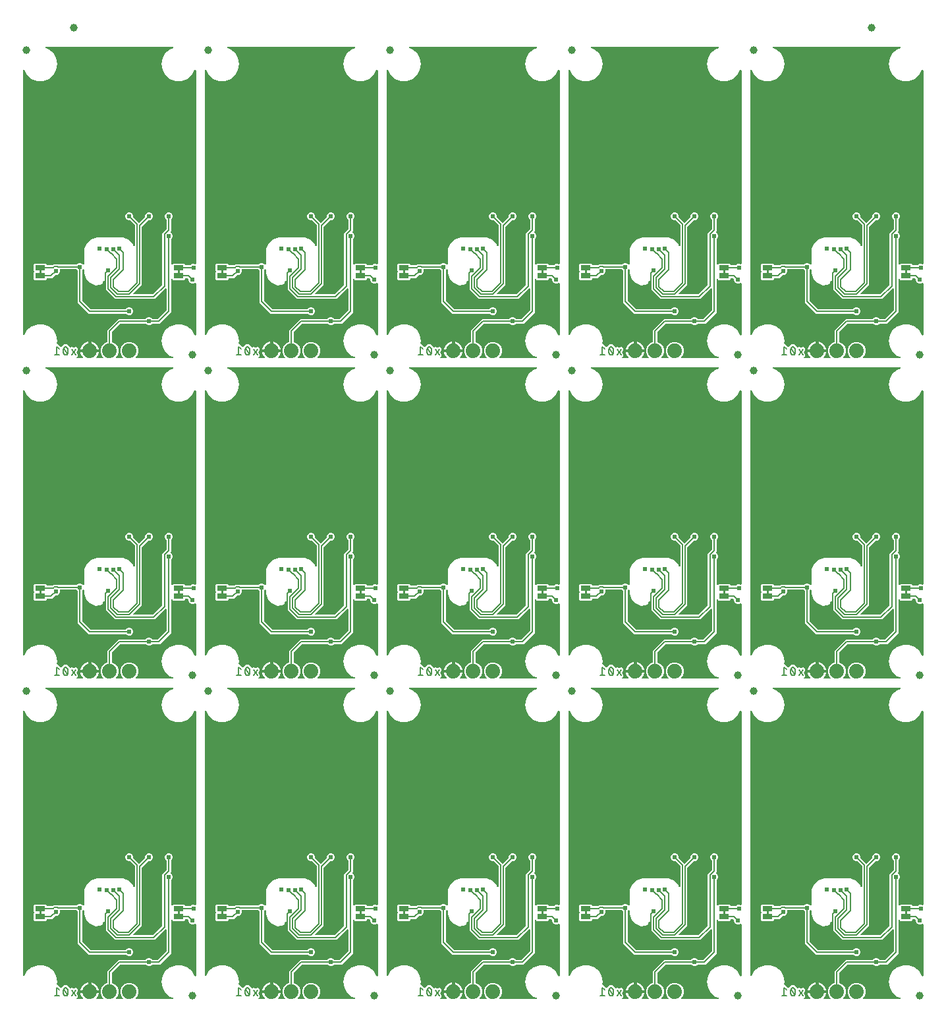
<source format=gbl>
G04 EAGLE Gerber RS-274X export*
G75*
%MOMM*%
%FSLAX34Y34*%
%LPD*%
%INBottom Copper*%
%IPPOS*%
%AMOC8*
5,1,8,0,0,1.08239X$1,22.5*%
G01*
%ADD10C,0.203200*%
%ADD11C,1.000000*%
%ADD12R,1.270000X0.660400*%
%ADD13C,1.879600*%
%ADD14C,0.609600*%
%ADD15C,0.177800*%

G36*
X79245Y826013D02*
X79245Y826013D01*
X79275Y826010D01*
X79386Y826033D01*
X79498Y826049D01*
X79525Y826061D01*
X79553Y826066D01*
X79654Y826119D01*
X79757Y826165D01*
X79780Y826184D01*
X79806Y826197D01*
X79888Y826275D01*
X79974Y826348D01*
X79991Y826373D01*
X80012Y826393D01*
X80069Y826491D01*
X80132Y826585D01*
X80141Y826613D01*
X80156Y826638D01*
X80183Y826748D01*
X80218Y826856D01*
X80218Y826885D01*
X80226Y826914D01*
X80222Y827027D01*
X80225Y827140D01*
X80218Y827169D01*
X80217Y827198D01*
X80182Y827306D01*
X80153Y827415D01*
X80138Y827441D01*
X80129Y827469D01*
X80083Y827533D01*
X80008Y827660D01*
X79962Y827703D01*
X79934Y827742D01*
X79794Y827883D01*
X78689Y829403D01*
X77836Y831077D01*
X77255Y832864D01*
X77134Y833629D01*
X87884Y833629D01*
X87942Y833637D01*
X88000Y833635D01*
X88082Y833657D01*
X88165Y833669D01*
X88219Y833693D01*
X88275Y833707D01*
X88348Y833750D01*
X88425Y833785D01*
X88469Y833823D01*
X88520Y833853D01*
X88577Y833914D01*
X88642Y833969D01*
X88674Y834017D01*
X88714Y834060D01*
X88753Y834135D01*
X88799Y834205D01*
X88817Y834261D01*
X88844Y834313D01*
X88855Y834381D01*
X88885Y834476D01*
X88888Y834576D01*
X88899Y834644D01*
X88899Y835661D01*
X88901Y835661D01*
X88901Y834644D01*
X88909Y834586D01*
X88908Y834528D01*
X88929Y834446D01*
X88941Y834363D01*
X88965Y834309D01*
X88979Y834253D01*
X89022Y834180D01*
X89057Y834103D01*
X89095Y834058D01*
X89125Y834008D01*
X89186Y833950D01*
X89241Y833886D01*
X89289Y833854D01*
X89332Y833814D01*
X89407Y833775D01*
X89477Y833729D01*
X89533Y833711D01*
X89585Y833684D01*
X89653Y833673D01*
X89748Y833643D01*
X89848Y833640D01*
X89916Y833629D01*
X100666Y833629D01*
X100545Y832864D01*
X99964Y831077D01*
X99111Y829403D01*
X98006Y827883D01*
X97866Y827742D01*
X97848Y827718D01*
X97826Y827699D01*
X97763Y827605D01*
X97695Y827515D01*
X97684Y827487D01*
X97668Y827463D01*
X97634Y827355D01*
X97594Y827249D01*
X97591Y827220D01*
X97582Y827192D01*
X97579Y827079D01*
X97570Y826966D01*
X97576Y826937D01*
X97575Y826908D01*
X97604Y826798D01*
X97626Y826687D01*
X97639Y826661D01*
X97647Y826633D01*
X97705Y826535D01*
X97757Y826435D01*
X97777Y826413D01*
X97792Y826388D01*
X97875Y826311D01*
X97953Y826229D01*
X97978Y826214D01*
X97999Y826194D01*
X98100Y826142D01*
X98198Y826085D01*
X98226Y826078D01*
X98253Y826064D01*
X98330Y826051D01*
X98473Y826015D01*
X98536Y826017D01*
X98584Y826009D01*
X105335Y826009D01*
X105364Y826013D01*
X105393Y826010D01*
X105504Y826033D01*
X105616Y826049D01*
X105643Y826061D01*
X105672Y826066D01*
X105772Y826119D01*
X105876Y826165D01*
X105898Y826184D01*
X105924Y826197D01*
X106006Y826275D01*
X106093Y826348D01*
X106109Y826373D01*
X106130Y826393D01*
X106187Y826491D01*
X106250Y826585D01*
X106259Y826613D01*
X106274Y826638D01*
X106302Y826748D01*
X106336Y826856D01*
X106337Y826886D01*
X106344Y826914D01*
X106340Y827027D01*
X106343Y827140D01*
X106336Y827169D01*
X106335Y827198D01*
X106300Y827306D01*
X106272Y827415D01*
X106257Y827441D01*
X106248Y827469D01*
X106202Y827533D01*
X106126Y827660D01*
X106081Y827703D01*
X106053Y827742D01*
X104609Y829185D01*
X102869Y833386D01*
X102869Y837934D01*
X104610Y842135D01*
X107825Y845351D01*
X110752Y846563D01*
X110753Y846564D01*
X110754Y846564D01*
X110875Y846635D01*
X110996Y846707D01*
X110997Y846708D01*
X110999Y846709D01*
X111096Y846813D01*
X111192Y846914D01*
X111192Y846915D01*
X111193Y846916D01*
X111255Y847038D01*
X111322Y847167D01*
X111322Y847168D01*
X111323Y847170D01*
X111325Y847184D01*
X111377Y847446D01*
X111374Y847476D01*
X111378Y847501D01*
X111378Y862270D01*
X125790Y876682D01*
X160416Y876682D01*
X160503Y876694D01*
X160590Y876697D01*
X160643Y876714D01*
X160697Y876722D01*
X160777Y876757D01*
X160860Y876784D01*
X160900Y876812D01*
X160957Y876838D01*
X161070Y876934D01*
X161134Y876979D01*
X162222Y878067D01*
X164089Y878841D01*
X166111Y878841D01*
X167978Y878067D01*
X169066Y876979D01*
X169136Y876927D01*
X169200Y876867D01*
X169249Y876841D01*
X169293Y876808D01*
X169375Y876777D01*
X169453Y876737D01*
X169501Y876729D01*
X169559Y876707D01*
X169707Y876695D01*
X169784Y876682D01*
X176169Y876682D01*
X176256Y876694D01*
X176343Y876697D01*
X176396Y876714D01*
X176451Y876722D01*
X176531Y876757D01*
X176614Y876784D01*
X176653Y876812D01*
X176710Y876838D01*
X176823Y876934D01*
X176887Y876979D01*
X187281Y887373D01*
X187333Y887443D01*
X187393Y887507D01*
X187419Y887556D01*
X187452Y887600D01*
X187483Y887682D01*
X187523Y887760D01*
X187531Y887807D01*
X187553Y887866D01*
X187565Y888013D01*
X187578Y888091D01*
X187578Y915055D01*
X187574Y915084D01*
X187577Y915114D01*
X187554Y915225D01*
X187538Y915337D01*
X187526Y915364D01*
X187521Y915392D01*
X187469Y915493D01*
X187422Y915596D01*
X187403Y915619D01*
X187390Y915645D01*
X187312Y915727D01*
X187239Y915813D01*
X187214Y915829D01*
X187194Y915851D01*
X187096Y915908D01*
X187002Y915971D01*
X186974Y915980D01*
X186949Y915994D01*
X186839Y916022D01*
X186731Y916057D01*
X186701Y916057D01*
X186673Y916065D01*
X186560Y916061D01*
X186447Y916064D01*
X186418Y916056D01*
X186389Y916056D01*
X186281Y916021D01*
X186172Y915992D01*
X186146Y915977D01*
X186118Y915968D01*
X186055Y915923D01*
X185927Y915847D01*
X185884Y915801D01*
X185845Y915773D01*
X172406Y902334D01*
X121784Y902334D01*
X119775Y904343D01*
X111863Y912255D01*
X111863Y912256D01*
X109854Y914264D01*
X109854Y924052D01*
X109846Y924110D01*
X109848Y924168D01*
X109826Y924250D01*
X109814Y924334D01*
X109791Y924387D01*
X109776Y924443D01*
X109733Y924516D01*
X109698Y924593D01*
X109660Y924638D01*
X109631Y924688D01*
X109569Y924746D01*
X109515Y924810D01*
X109466Y924842D01*
X109423Y924882D01*
X109348Y924921D01*
X109278Y924968D01*
X109222Y924985D01*
X109170Y925012D01*
X109102Y925023D01*
X109007Y925053D01*
X108907Y925056D01*
X108839Y925067D01*
X107000Y925067D01*
X106989Y925066D01*
X106978Y925067D01*
X106848Y925046D01*
X106718Y925027D01*
X106708Y925023D01*
X106697Y925021D01*
X106578Y924965D01*
X106459Y924911D01*
X106450Y924904D01*
X106440Y924899D01*
X106342Y924812D01*
X106242Y924728D01*
X106236Y924718D01*
X106227Y924711D01*
X106196Y924659D01*
X106084Y924491D01*
X106072Y924452D01*
X106055Y924423D01*
X105343Y922612D01*
X103731Y920939D01*
X101600Y920010D01*
X100438Y919988D01*
X96708Y919919D01*
X89787Y922711D01*
X84511Y927987D01*
X81719Y934908D01*
X81787Y938575D01*
X81786Y938585D01*
X81787Y938594D01*
X81787Y939561D01*
X81783Y939590D01*
X81786Y939619D01*
X81763Y939730D01*
X81747Y939843D01*
X81735Y939869D01*
X81730Y939898D01*
X81677Y939999D01*
X81631Y940102D01*
X81612Y940124D01*
X81599Y940150D01*
X81521Y940233D01*
X81448Y940319D01*
X81423Y940335D01*
X81403Y940356D01*
X81305Y940414D01*
X81211Y940477D01*
X81183Y940485D01*
X81158Y940500D01*
X81048Y940528D01*
X80940Y940562D01*
X80910Y940563D01*
X80882Y940570D01*
X80769Y940567D01*
X80656Y940570D01*
X80627Y940562D01*
X80598Y940561D01*
X80490Y940526D01*
X80381Y940498D01*
X80355Y940483D01*
X80327Y940474D01*
X80263Y940428D01*
X80136Y940353D01*
X80093Y940307D01*
X80054Y940279D01*
X79419Y939644D01*
X79366Y939574D01*
X79307Y939510D01*
X79281Y939461D01*
X79248Y939417D01*
X79217Y939335D01*
X79177Y939257D01*
X79169Y939209D01*
X79147Y939151D01*
X79135Y939003D01*
X79122Y938926D01*
X79122Y900791D01*
X79134Y900704D01*
X79137Y900617D01*
X79154Y900564D01*
X79162Y900509D01*
X79197Y900429D01*
X79224Y900346D01*
X79252Y900307D01*
X79278Y900250D01*
X79374Y900137D01*
X79419Y900073D01*
X89813Y889679D01*
X89883Y889627D01*
X89947Y889567D01*
X89996Y889541D01*
X90040Y889508D01*
X90122Y889477D01*
X90200Y889437D01*
X90247Y889429D01*
X90306Y889407D01*
X90453Y889395D01*
X90531Y889382D01*
X135016Y889382D01*
X135103Y889394D01*
X135190Y889397D01*
X135243Y889414D01*
X135297Y889422D01*
X135377Y889457D01*
X135460Y889484D01*
X135500Y889512D01*
X135557Y889538D01*
X135670Y889634D01*
X135734Y889679D01*
X136822Y890767D01*
X138689Y891541D01*
X140711Y891541D01*
X142578Y890767D01*
X144007Y889338D01*
X144781Y887471D01*
X144781Y885449D01*
X144007Y883582D01*
X142578Y882153D01*
X140711Y881379D01*
X138689Y881379D01*
X136822Y882153D01*
X135734Y883241D01*
X135664Y883293D01*
X135600Y883353D01*
X135551Y883379D01*
X135507Y883412D01*
X135425Y883443D01*
X135347Y883483D01*
X135299Y883491D01*
X135241Y883513D01*
X135093Y883525D01*
X135016Y883538D01*
X87690Y883538D01*
X73278Y897950D01*
X73278Y938926D01*
X73266Y939013D01*
X73263Y939100D01*
X73246Y939153D01*
X73238Y939207D01*
X73203Y939287D01*
X73176Y939370D01*
X73148Y939410D01*
X73122Y939467D01*
X73026Y939580D01*
X72981Y939644D01*
X72234Y940391D01*
X72164Y940443D01*
X72100Y940503D01*
X72051Y940529D01*
X72007Y940562D01*
X71925Y940593D01*
X71847Y940633D01*
X71800Y940641D01*
X71741Y940663D01*
X71593Y940675D01*
X71516Y940688D01*
X51816Y940688D01*
X51758Y940680D01*
X51700Y940682D01*
X51618Y940660D01*
X51534Y940648D01*
X51481Y940625D01*
X51425Y940610D01*
X51352Y940567D01*
X51275Y940532D01*
X51230Y940494D01*
X51180Y940465D01*
X51122Y940403D01*
X51058Y940349D01*
X51026Y940300D01*
X50986Y940257D01*
X50947Y940182D01*
X50900Y940112D01*
X50883Y940056D01*
X50856Y940004D01*
X50845Y939936D01*
X50815Y939841D01*
X50812Y939741D01*
X50801Y939673D01*
X50801Y937519D01*
X50027Y935652D01*
X48598Y934223D01*
X46731Y933449D01*
X45192Y933449D01*
X45105Y933437D01*
X45018Y933434D01*
X44965Y933417D01*
X44910Y933409D01*
X44830Y933374D01*
X44747Y933347D01*
X44708Y933319D01*
X44651Y933293D01*
X44538Y933197D01*
X44474Y933152D01*
X40453Y929131D01*
X34798Y929131D01*
X34740Y929123D01*
X34682Y929125D01*
X34600Y929103D01*
X34516Y929091D01*
X34463Y929068D01*
X34407Y929053D01*
X34334Y929010D01*
X34257Y928975D01*
X34212Y928937D01*
X34162Y928908D01*
X34104Y928846D01*
X34040Y928792D01*
X34008Y928743D01*
X33968Y928700D01*
X33929Y928625D01*
X33882Y928555D01*
X33865Y928499D01*
X33838Y928447D01*
X33827Y928379D01*
X33797Y928284D01*
X33794Y928184D01*
X33783Y928116D01*
X33783Y927909D01*
X32592Y926718D01*
X18208Y926718D01*
X17017Y927909D01*
X17017Y936197D01*
X17362Y936542D01*
X17398Y936589D01*
X17440Y936629D01*
X17483Y936702D01*
X17533Y936769D01*
X17554Y936824D01*
X17584Y936874D01*
X17604Y936956D01*
X17635Y937035D01*
X17639Y937093D01*
X17654Y937150D01*
X17651Y937234D01*
X17658Y937318D01*
X17647Y937375D01*
X17645Y937434D01*
X17619Y937514D01*
X17602Y937597D01*
X17575Y937649D01*
X17557Y937705D01*
X17517Y937761D01*
X17471Y937849D01*
X17402Y937922D01*
X17362Y937978D01*
X17017Y938323D01*
X17017Y946611D01*
X18208Y947802D01*
X32592Y947802D01*
X33783Y946611D01*
X33783Y946404D01*
X33791Y946346D01*
X33789Y946288D01*
X33811Y946206D01*
X33823Y946122D01*
X33846Y946069D01*
X33861Y946013D01*
X33904Y945940D01*
X33939Y945863D01*
X33977Y945818D01*
X34006Y945768D01*
X34068Y945710D01*
X34122Y945646D01*
X34171Y945614D01*
X34214Y945574D01*
X34289Y945535D01*
X34359Y945488D01*
X34415Y945471D01*
X34467Y945444D01*
X34535Y945433D01*
X34630Y945403D01*
X34730Y945400D01*
X34798Y945389D01*
X40303Y945389D01*
X40390Y945401D01*
X40477Y945404D01*
X40530Y945421D01*
X40585Y945429D01*
X40664Y945464D01*
X40748Y945491D01*
X40787Y945519D01*
X40844Y945545D01*
X40957Y945641D01*
X41021Y945686D01*
X42248Y946913D01*
X49192Y946913D01*
X49276Y946829D01*
X49346Y946777D01*
X49410Y946717D01*
X49459Y946691D01*
X49503Y946658D01*
X49585Y946627D01*
X49663Y946587D01*
X49710Y946579D01*
X49769Y946557D01*
X49916Y946545D01*
X49994Y946532D01*
X71516Y946532D01*
X71603Y946544D01*
X71690Y946547D01*
X71743Y946564D01*
X71797Y946572D01*
X71877Y946607D01*
X71961Y946634D01*
X72000Y946662D01*
X72057Y946688D01*
X72170Y946784D01*
X72234Y946829D01*
X73322Y947917D01*
X75189Y948691D01*
X77211Y948691D01*
X79078Y947917D01*
X80054Y946941D01*
X80078Y946923D01*
X80097Y946901D01*
X80191Y946838D01*
X80281Y946770D01*
X80309Y946760D01*
X80333Y946743D01*
X80441Y946709D01*
X80547Y946669D01*
X80576Y946667D01*
X80604Y946658D01*
X80718Y946655D01*
X80830Y946645D01*
X80859Y946651D01*
X80888Y946650D01*
X80998Y946679D01*
X81109Y946701D01*
X81135Y946715D01*
X81163Y946722D01*
X81261Y946780D01*
X81361Y946832D01*
X81383Y946853D01*
X81408Y946867D01*
X81485Y946950D01*
X81567Y947028D01*
X81582Y947053D01*
X81602Y947075D01*
X81654Y947176D01*
X81711Y947273D01*
X81718Y947302D01*
X81732Y947328D01*
X81745Y947405D01*
X81781Y947549D01*
X81779Y947611D01*
X81787Y947659D01*
X81787Y961399D01*
X81785Y961415D01*
X81787Y961431D01*
X81773Y961500D01*
X81755Y961629D01*
X81787Y962730D01*
X81785Y962747D01*
X81787Y962760D01*
X81787Y963877D01*
X81794Y963904D01*
X81798Y963915D01*
X81798Y963918D01*
X81821Y964006D01*
X81819Y964054D01*
X81826Y964090D01*
X81902Y966690D01*
X85129Y973705D01*
X90842Y978900D01*
X98133Y981445D01*
X101760Y981205D01*
X101797Y981208D01*
X101827Y981203D01*
X127009Y981203D01*
X127025Y981205D01*
X127041Y981203D01*
X127110Y981217D01*
X127239Y981235D01*
X128340Y981203D01*
X128356Y981205D01*
X128370Y981203D01*
X129487Y981203D01*
X129616Y981169D01*
X129664Y981171D01*
X129700Y981164D01*
X132300Y981088D01*
X139315Y977861D01*
X144510Y972147D01*
X144964Y970844D01*
X144977Y970821D01*
X144983Y970798D01*
X145021Y970733D01*
X145064Y970638D01*
X145082Y970617D01*
X145095Y970592D01*
X145123Y970562D01*
X145128Y970554D01*
X145155Y970528D01*
X145173Y970509D01*
X145248Y970421D01*
X145271Y970406D01*
X145290Y970385D01*
X145389Y970327D01*
X145484Y970264D01*
X145511Y970255D01*
X145535Y970241D01*
X145646Y970212D01*
X145755Y970178D01*
X145783Y970177D01*
X145810Y970170D01*
X145925Y970173D01*
X146039Y970171D01*
X146066Y970178D01*
X146095Y970178D01*
X146204Y970213D01*
X146314Y970242D01*
X146339Y970257D01*
X146365Y970265D01*
X146459Y970328D01*
X146464Y970330D01*
X146467Y970333D01*
X146559Y970388D01*
X146578Y970408D01*
X146601Y970424D01*
X146668Y970503D01*
X146681Y970514D01*
X146690Y970527D01*
X146753Y970595D01*
X146766Y970620D01*
X146784Y970641D01*
X146821Y970724D01*
X146839Y970751D01*
X146848Y970779D01*
X146883Y970848D01*
X146887Y970873D01*
X146899Y970901D01*
X146910Y970976D01*
X146924Y971022D01*
X146926Y971095D01*
X146935Y971162D01*
X146938Y971179D01*
X146938Y996589D01*
X146930Y996644D01*
X146932Y996687D01*
X146925Y996713D01*
X146923Y996763D01*
X146906Y996816D01*
X146898Y996871D01*
X146863Y996950D01*
X146860Y996962D01*
X146858Y996965D01*
X146836Y997034D01*
X146808Y997073D01*
X146782Y997130D01*
X146686Y997243D01*
X146641Y997307D01*
X140946Y1003002D01*
X140876Y1003054D01*
X140812Y1003114D01*
X140763Y1003140D01*
X140719Y1003173D01*
X140637Y1003204D01*
X140559Y1003244D01*
X140512Y1003252D01*
X140453Y1003274D01*
X140306Y1003286D01*
X140228Y1003299D01*
X138689Y1003299D01*
X136822Y1004073D01*
X135393Y1005502D01*
X134619Y1007369D01*
X134619Y1009391D01*
X135393Y1011258D01*
X136822Y1012687D01*
X138689Y1013461D01*
X140711Y1013461D01*
X142578Y1012687D01*
X144007Y1011258D01*
X144781Y1009391D01*
X144781Y1007852D01*
X144793Y1007765D01*
X144796Y1007678D01*
X144813Y1007625D01*
X144821Y1007570D01*
X144856Y1007490D01*
X144883Y1007407D01*
X144911Y1007368D01*
X144937Y1007311D01*
X145033Y1007198D01*
X145078Y1007134D01*
X151682Y1000530D01*
X151729Y1000495D01*
X151769Y1000452D01*
X151842Y1000410D01*
X151909Y1000359D01*
X151964Y1000338D01*
X152014Y1000309D01*
X152096Y1000288D01*
X152175Y1000258D01*
X152233Y1000253D01*
X152290Y1000238D01*
X152374Y1000241D01*
X152458Y1000234D01*
X152516Y1000246D01*
X152574Y1000248D01*
X152654Y1000273D01*
X152737Y1000290D01*
X152789Y1000317D01*
X152845Y1000335D01*
X152901Y1000375D01*
X152989Y1000421D01*
X153062Y1000490D01*
X153118Y1000530D01*
X159722Y1007134D01*
X159774Y1007204D01*
X159834Y1007268D01*
X159860Y1007317D01*
X159893Y1007361D01*
X159924Y1007443D01*
X159964Y1007521D01*
X159972Y1007568D01*
X159994Y1007627D01*
X160006Y1007774D01*
X160019Y1007852D01*
X160019Y1009391D01*
X160793Y1011258D01*
X162222Y1012687D01*
X164089Y1013461D01*
X166111Y1013461D01*
X167978Y1012687D01*
X169407Y1011258D01*
X170181Y1009391D01*
X170181Y1007369D01*
X169407Y1005502D01*
X167978Y1004073D01*
X166111Y1003299D01*
X164572Y1003299D01*
X164485Y1003287D01*
X164398Y1003284D01*
X164345Y1003267D01*
X164290Y1003259D01*
X164210Y1003224D01*
X164127Y1003197D01*
X164088Y1003169D01*
X164031Y1003143D01*
X163918Y1003047D01*
X163854Y1003002D01*
X156381Y995529D01*
X156329Y995459D01*
X156269Y995395D01*
X156243Y995346D01*
X156210Y995302D01*
X156179Y995220D01*
X156139Y995142D01*
X156131Y995095D01*
X156109Y995036D01*
X156097Y994889D01*
X156084Y994811D01*
X156084Y920712D01*
X154075Y918703D01*
X145283Y909911D01*
X145265Y909887D01*
X145243Y909868D01*
X145180Y909774D01*
X145112Y909684D01*
X145101Y909656D01*
X145085Y909632D01*
X145051Y909524D01*
X145010Y909418D01*
X145008Y909389D01*
X144999Y909361D01*
X144996Y909247D01*
X144987Y909135D01*
X144993Y909106D01*
X144992Y909077D01*
X145020Y908967D01*
X145043Y908856D01*
X145056Y908830D01*
X145064Y908802D01*
X145122Y908704D01*
X145174Y908604D01*
X145194Y908582D01*
X145209Y908557D01*
X145292Y908480D01*
X145370Y908398D01*
X145395Y908383D01*
X145416Y908363D01*
X145517Y908311D01*
X145615Y908254D01*
X145643Y908247D01*
X145669Y908233D01*
X145747Y908220D01*
X145890Y908184D01*
X145953Y908186D01*
X146000Y908178D01*
X169565Y908178D01*
X169652Y908190D01*
X169739Y908193D01*
X169792Y908210D01*
X169847Y908218D01*
X169927Y908253D01*
X170010Y908280D01*
X170049Y908308D01*
X170106Y908334D01*
X170219Y908430D01*
X170283Y908475D01*
X181820Y920012D01*
X181872Y920082D01*
X181932Y920146D01*
X181958Y920195D01*
X181991Y920239D01*
X182022Y920321D01*
X182062Y920399D01*
X182070Y920446D01*
X182092Y920505D01*
X182104Y920652D01*
X182117Y920730D01*
X182117Y986452D01*
X187281Y991616D01*
X187333Y991686D01*
X187393Y991750D01*
X187419Y991799D01*
X187452Y991843D01*
X187483Y991925D01*
X187523Y992003D01*
X187531Y992050D01*
X187553Y992109D01*
X187565Y992256D01*
X187578Y992334D01*
X187578Y1003696D01*
X187570Y1003751D01*
X187572Y1003794D01*
X187565Y1003820D01*
X187563Y1003870D01*
X187546Y1003923D01*
X187538Y1003977D01*
X187503Y1004057D01*
X187500Y1004069D01*
X187498Y1004072D01*
X187476Y1004140D01*
X187448Y1004180D01*
X187422Y1004237D01*
X187326Y1004350D01*
X187281Y1004414D01*
X186193Y1005502D01*
X185419Y1007369D01*
X185419Y1009391D01*
X186193Y1011258D01*
X187622Y1012687D01*
X189489Y1013461D01*
X191511Y1013461D01*
X193378Y1012687D01*
X194807Y1011258D01*
X195581Y1009391D01*
X195581Y1007369D01*
X194807Y1005502D01*
X193719Y1004414D01*
X193667Y1004344D01*
X193607Y1004280D01*
X193581Y1004231D01*
X193548Y1004187D01*
X193517Y1004105D01*
X193477Y1004027D01*
X193469Y1003979D01*
X193447Y1003921D01*
X193442Y1003867D01*
X193436Y1003845D01*
X193434Y1003767D01*
X193422Y1003696D01*
X193422Y989493D01*
X192924Y988995D01*
X192855Y988903D01*
X192781Y988815D01*
X192769Y988790D01*
X192753Y988768D01*
X192712Y988661D01*
X192665Y988555D01*
X192661Y988528D01*
X192652Y988502D01*
X192642Y988388D01*
X192626Y988274D01*
X192630Y988246D01*
X192628Y988219D01*
X192651Y988106D01*
X192667Y987992D01*
X192678Y987967D01*
X192684Y987940D01*
X192737Y987838D01*
X192784Y987733D01*
X192802Y987712D01*
X192815Y987688D01*
X192894Y987604D01*
X192969Y987517D01*
X192990Y987504D01*
X193011Y987481D01*
X193241Y987347D01*
X193253Y987339D01*
X193378Y987287D01*
X194807Y985858D01*
X195581Y983991D01*
X195581Y981969D01*
X194807Y980102D01*
X193719Y979014D01*
X193702Y978991D01*
X193679Y978972D01*
X193647Y978923D01*
X193607Y978880D01*
X193581Y978831D01*
X193548Y978787D01*
X193538Y978759D01*
X193522Y978735D01*
X193504Y978680D01*
X193477Y978627D01*
X193469Y978580D01*
X193447Y978521D01*
X193444Y978491D01*
X193436Y978464D01*
X193433Y978366D01*
X193422Y978296D01*
X193422Y947666D01*
X193426Y947637D01*
X193423Y947608D01*
X193446Y947497D01*
X193462Y947385D01*
X193474Y947358D01*
X193479Y947329D01*
X193532Y947229D01*
X193578Y947126D01*
X193597Y947103D01*
X193610Y947077D01*
X193688Y946995D01*
X193761Y946909D01*
X193786Y946892D01*
X193806Y946871D01*
X193904Y946814D01*
X193998Y946751D01*
X194026Y946742D01*
X194051Y946727D01*
X194161Y946699D01*
X194269Y946665D01*
X194299Y946664D01*
X194327Y946657D01*
X194440Y946661D01*
X194553Y946658D01*
X194582Y946665D01*
X194611Y946666D01*
X194719Y946701D01*
X194828Y946730D01*
X194854Y946745D01*
X194882Y946754D01*
X194946Y946799D01*
X195073Y946875D01*
X195116Y946921D01*
X195155Y946949D01*
X196008Y947802D01*
X210392Y947802D01*
X211583Y946611D01*
X211583Y946404D01*
X211591Y946346D01*
X211589Y946288D01*
X211611Y946206D01*
X211623Y946122D01*
X211646Y946069D01*
X211661Y946013D01*
X211704Y945940D01*
X211739Y945863D01*
X211777Y945818D01*
X211806Y945768D01*
X211868Y945710D01*
X211922Y945646D01*
X211971Y945614D01*
X212014Y945574D01*
X212089Y945535D01*
X212159Y945488D01*
X212215Y945471D01*
X212267Y945444D01*
X212335Y945433D01*
X212430Y945403D01*
X212530Y945400D01*
X212598Y945389D01*
X217693Y945389D01*
X217780Y945401D01*
X217867Y945404D01*
X217920Y945421D01*
X217974Y945429D01*
X218054Y945464D01*
X218137Y945491D01*
X218177Y945519D01*
X218234Y945545D01*
X218347Y945641D01*
X218411Y945686D01*
X219372Y946647D01*
X221239Y947421D01*
X223261Y947421D01*
X224147Y947053D01*
X224259Y947025D01*
X224368Y946990D01*
X224396Y946989D01*
X224423Y946982D01*
X224537Y946986D01*
X224652Y946983D01*
X224679Y946990D01*
X224707Y946991D01*
X224816Y947026D01*
X224927Y947055D01*
X224951Y947069D01*
X224978Y947077D01*
X225073Y947141D01*
X225172Y947200D01*
X225191Y947220D01*
X225214Y947235D01*
X225288Y947323D01*
X225366Y947407D01*
X225379Y947432D01*
X225397Y947453D01*
X225443Y947558D01*
X225496Y947660D01*
X225500Y947685D01*
X225512Y947713D01*
X225549Y947977D01*
X225551Y947991D01*
X225551Y1195703D01*
X225549Y1195723D01*
X225551Y1195742D01*
X225529Y1195863D01*
X225511Y1195985D01*
X225503Y1196002D01*
X225500Y1196022D01*
X225445Y1196132D01*
X225395Y1196244D01*
X225383Y1196259D01*
X225374Y1196277D01*
X225291Y1196367D01*
X225212Y1196461D01*
X225195Y1196472D01*
X225182Y1196486D01*
X225077Y1196551D01*
X224975Y1196619D01*
X224956Y1196625D01*
X224940Y1196635D01*
X224821Y1196667D01*
X224704Y1196704D01*
X224684Y1196705D01*
X224665Y1196710D01*
X224543Y1196709D01*
X224420Y1196712D01*
X224401Y1196707D01*
X224381Y1196706D01*
X224263Y1196671D01*
X224145Y1196640D01*
X224128Y1196630D01*
X224109Y1196624D01*
X224006Y1196557D01*
X223900Y1196495D01*
X223887Y1196480D01*
X223870Y1196470D01*
X223824Y1196413D01*
X223706Y1196287D01*
X223682Y1196242D01*
X223657Y1196211D01*
X219995Y1189868D01*
X214162Y1184973D01*
X207007Y1182369D01*
X199393Y1182369D01*
X192238Y1184973D01*
X186405Y1189868D01*
X182598Y1196462D01*
X181276Y1203960D01*
X182598Y1211458D01*
X186405Y1218052D01*
X192238Y1222947D01*
X196072Y1224342D01*
X196167Y1224393D01*
X196266Y1224437D01*
X196292Y1224459D01*
X196323Y1224476D01*
X196400Y1224551D01*
X196483Y1224621D01*
X196502Y1224649D01*
X196527Y1224674D01*
X196581Y1224767D01*
X196640Y1224857D01*
X196651Y1224890D01*
X196668Y1224920D01*
X196694Y1225025D01*
X196726Y1225128D01*
X196727Y1225163D01*
X196735Y1225197D01*
X196731Y1225304D01*
X196733Y1225412D01*
X196725Y1225446D01*
X196723Y1225481D01*
X196689Y1225583D01*
X196662Y1225687D01*
X196644Y1225717D01*
X196633Y1225750D01*
X196571Y1225839D01*
X196516Y1225932D01*
X196491Y1225956D01*
X196471Y1225984D01*
X196388Y1226053D01*
X196309Y1226126D01*
X196278Y1226142D01*
X196251Y1226164D01*
X196152Y1226207D01*
X196056Y1226256D01*
X196025Y1226261D01*
X195990Y1226276D01*
X195777Y1226302D01*
X195725Y1226311D01*
X32875Y1226311D01*
X32768Y1226296D01*
X32661Y1226288D01*
X32628Y1226276D01*
X32594Y1226271D01*
X32495Y1226227D01*
X32394Y1226190D01*
X32366Y1226169D01*
X32334Y1226155D01*
X32252Y1226085D01*
X32165Y1226022D01*
X32144Y1225994D01*
X32117Y1225972D01*
X32058Y1225882D01*
X31992Y1225796D01*
X31979Y1225764D01*
X31960Y1225735D01*
X31927Y1225632D01*
X31888Y1225532D01*
X31884Y1225497D01*
X31874Y1225464D01*
X31871Y1225356D01*
X31861Y1225249D01*
X31867Y1225214D01*
X31867Y1225180D01*
X31894Y1225075D01*
X31914Y1224969D01*
X31930Y1224938D01*
X31938Y1224905D01*
X31993Y1224812D01*
X32042Y1224716D01*
X32066Y1224690D01*
X32084Y1224660D01*
X32162Y1224586D01*
X32236Y1224507D01*
X32263Y1224492D01*
X32291Y1224466D01*
X32482Y1224368D01*
X32528Y1224342D01*
X36362Y1222947D01*
X42195Y1218052D01*
X46002Y1211458D01*
X47324Y1203960D01*
X46002Y1196462D01*
X42195Y1189868D01*
X36362Y1184973D01*
X29207Y1182369D01*
X21593Y1182369D01*
X14438Y1184973D01*
X8605Y1189868D01*
X4943Y1196211D01*
X4931Y1196226D01*
X4923Y1196244D01*
X4844Y1196338D01*
X4768Y1196435D01*
X4752Y1196446D01*
X4739Y1196461D01*
X4637Y1196529D01*
X4538Y1196601D01*
X4519Y1196608D01*
X4503Y1196619D01*
X4386Y1196656D01*
X4270Y1196697D01*
X4250Y1196698D01*
X4232Y1196704D01*
X4109Y1196708D01*
X3986Y1196715D01*
X3967Y1196711D01*
X3948Y1196712D01*
X3829Y1196681D01*
X3709Y1196654D01*
X3691Y1196645D01*
X3673Y1196640D01*
X3567Y1196577D01*
X3459Y1196518D01*
X3445Y1196505D01*
X3428Y1196495D01*
X3344Y1196405D01*
X3257Y1196319D01*
X3247Y1196302D01*
X3234Y1196287D01*
X3178Y1196178D01*
X3118Y1196071D01*
X3113Y1196052D01*
X3104Y1196034D01*
X3092Y1195962D01*
X3053Y1195794D01*
X3055Y1195743D01*
X3049Y1195703D01*
X3049Y856617D01*
X3051Y856597D01*
X3049Y856578D01*
X3071Y856457D01*
X3089Y856335D01*
X3097Y856318D01*
X3100Y856298D01*
X3155Y856188D01*
X3205Y856076D01*
X3217Y856061D01*
X3226Y856043D01*
X3309Y855953D01*
X3388Y855859D01*
X3405Y855848D01*
X3418Y855834D01*
X3523Y855769D01*
X3625Y855701D01*
X3644Y855695D01*
X3660Y855685D01*
X3779Y855653D01*
X3896Y855616D01*
X3916Y855615D01*
X3935Y855610D01*
X4057Y855611D01*
X4180Y855608D01*
X4199Y855613D01*
X4219Y855614D01*
X4337Y855649D01*
X4455Y855680D01*
X4472Y855690D01*
X4491Y855696D01*
X4594Y855763D01*
X4700Y855825D01*
X4713Y855840D01*
X4730Y855850D01*
X4776Y855907D01*
X4894Y856033D01*
X4918Y856078D01*
X4943Y856109D01*
X8605Y862452D01*
X14438Y867347D01*
X21593Y869951D01*
X29207Y869951D01*
X36362Y867347D01*
X42195Y862452D01*
X46002Y855858D01*
X47324Y848360D01*
X46801Y845394D01*
X46799Y845334D01*
X46787Y845274D01*
X46794Y845192D01*
X46791Y845110D01*
X46806Y845051D01*
X46811Y844991D01*
X46841Y844914D01*
X46861Y844834D01*
X46891Y844782D01*
X46913Y844726D01*
X46962Y844660D01*
X47004Y844589D01*
X47048Y844547D01*
X47084Y844499D01*
X47150Y844449D01*
X47209Y844392D01*
X47241Y844376D01*
X47379Y844265D01*
X47406Y844249D01*
X47429Y844228D01*
X47528Y844177D01*
X47624Y844120D01*
X47654Y844113D01*
X47682Y844098D01*
X47760Y844085D01*
X47825Y844068D01*
X48584Y843309D01*
X48635Y843271D01*
X48668Y843234D01*
X51723Y840790D01*
X51801Y840744D01*
X51874Y840690D01*
X51923Y840672D01*
X51968Y840645D01*
X52055Y840623D01*
X52140Y840591D01*
X52192Y840587D01*
X52243Y840574D01*
X52333Y840577D01*
X52424Y840570D01*
X52475Y840581D01*
X52527Y840582D01*
X52613Y840609D01*
X52702Y840628D01*
X52748Y840652D01*
X52798Y840668D01*
X52873Y840719D01*
X52953Y840761D01*
X52991Y840797D01*
X53034Y840826D01*
X53093Y840896D01*
X53158Y840958D01*
X53180Y840999D01*
X53217Y841044D01*
X53281Y841185D01*
X53318Y841254D01*
X53604Y842090D01*
X56338Y844043D01*
X59698Y844043D01*
X62431Y842090D01*
X62895Y840738D01*
X62927Y840674D01*
X62943Y840623D01*
X62991Y840524D01*
X63061Y840419D01*
X63129Y840312D01*
X63141Y840301D01*
X63150Y840288D01*
X63247Y840207D01*
X63341Y840123D01*
X63356Y840116D01*
X63368Y840106D01*
X63484Y840055D01*
X63598Y840000D01*
X63614Y839998D01*
X63628Y839991D01*
X63753Y839974D01*
X63878Y839954D01*
X63894Y839955D01*
X63910Y839953D01*
X64034Y839972D01*
X64160Y839986D01*
X64174Y839992D01*
X64191Y839995D01*
X64450Y840113D01*
X64458Y840120D01*
X64467Y840124D01*
X65294Y840675D01*
X68106Y840113D01*
X68138Y840111D01*
X68168Y840102D01*
X68247Y840105D01*
X68390Y840097D01*
X68454Y840111D01*
X68504Y840113D01*
X71316Y840675D01*
X73417Y839274D01*
X73913Y836798D01*
X72344Y834445D01*
X72344Y834444D01*
X72279Y834309D01*
X72221Y834189D01*
X72221Y834188D01*
X72197Y834042D01*
X72174Y833908D01*
X72174Y833907D01*
X72194Y833739D01*
X72207Y833626D01*
X72207Y833625D01*
X72209Y833620D01*
X72316Y833364D01*
X72335Y833341D01*
X72344Y833319D01*
X73913Y830966D01*
X73417Y828490D01*
X72486Y827869D01*
X72389Y827783D01*
X72291Y827699D01*
X72284Y827688D01*
X72274Y827679D01*
X72205Y827570D01*
X72133Y827463D01*
X72129Y827450D01*
X72122Y827439D01*
X72087Y827315D01*
X72048Y827192D01*
X72047Y827178D01*
X72044Y827166D01*
X72044Y827037D01*
X72040Y826908D01*
X72044Y826895D01*
X72044Y826881D01*
X72080Y826757D01*
X72112Y826633D01*
X72119Y826621D01*
X72123Y826608D01*
X72192Y826499D01*
X72257Y826388D01*
X72267Y826379D01*
X72274Y826368D01*
X72370Y826282D01*
X72465Y826194D01*
X72477Y826188D01*
X72487Y826179D01*
X72603Y826123D01*
X72718Y826064D01*
X72730Y826062D01*
X72743Y826056D01*
X73023Y826009D01*
X73037Y826011D01*
X73049Y826009D01*
X79216Y826009D01*
X79245Y826013D01*
G37*
G36*
X1013965Y826013D02*
X1013965Y826013D01*
X1013995Y826010D01*
X1014106Y826033D01*
X1014218Y826049D01*
X1014245Y826061D01*
X1014273Y826066D01*
X1014374Y826119D01*
X1014477Y826165D01*
X1014500Y826184D01*
X1014526Y826197D01*
X1014608Y826275D01*
X1014694Y826348D01*
X1014711Y826373D01*
X1014732Y826393D01*
X1014789Y826491D01*
X1014852Y826585D01*
X1014861Y826613D01*
X1014876Y826638D01*
X1014903Y826748D01*
X1014938Y826856D01*
X1014938Y826885D01*
X1014946Y826914D01*
X1014942Y827027D01*
X1014945Y827140D01*
X1014938Y827169D01*
X1014937Y827198D01*
X1014902Y827306D01*
X1014873Y827415D01*
X1014858Y827441D01*
X1014849Y827469D01*
X1014803Y827533D01*
X1014728Y827660D01*
X1014682Y827703D01*
X1014654Y827742D01*
X1014514Y827883D01*
X1013409Y829403D01*
X1012556Y831077D01*
X1011975Y832864D01*
X1011854Y833629D01*
X1022604Y833629D01*
X1022662Y833637D01*
X1022720Y833635D01*
X1022802Y833657D01*
X1022885Y833669D01*
X1022939Y833693D01*
X1022995Y833707D01*
X1023068Y833750D01*
X1023145Y833785D01*
X1023189Y833823D01*
X1023240Y833853D01*
X1023297Y833914D01*
X1023362Y833969D01*
X1023394Y834017D01*
X1023434Y834060D01*
X1023473Y834135D01*
X1023519Y834205D01*
X1023537Y834261D01*
X1023564Y834313D01*
X1023575Y834381D01*
X1023605Y834476D01*
X1023608Y834576D01*
X1023619Y834644D01*
X1023619Y835661D01*
X1023621Y835661D01*
X1023621Y834644D01*
X1023629Y834586D01*
X1023628Y834528D01*
X1023649Y834446D01*
X1023661Y834363D01*
X1023685Y834309D01*
X1023699Y834253D01*
X1023742Y834180D01*
X1023777Y834103D01*
X1023815Y834058D01*
X1023845Y834008D01*
X1023906Y833950D01*
X1023961Y833886D01*
X1024009Y833854D01*
X1024052Y833814D01*
X1024127Y833775D01*
X1024197Y833729D01*
X1024253Y833711D01*
X1024305Y833684D01*
X1024373Y833673D01*
X1024468Y833643D01*
X1024568Y833640D01*
X1024636Y833629D01*
X1035386Y833629D01*
X1035265Y832864D01*
X1034684Y831077D01*
X1033831Y829403D01*
X1032726Y827883D01*
X1032586Y827742D01*
X1032568Y827718D01*
X1032546Y827699D01*
X1032483Y827605D01*
X1032415Y827515D01*
X1032404Y827487D01*
X1032388Y827463D01*
X1032354Y827355D01*
X1032314Y827249D01*
X1032311Y827220D01*
X1032302Y827192D01*
X1032299Y827079D01*
X1032290Y826966D01*
X1032296Y826937D01*
X1032295Y826908D01*
X1032324Y826798D01*
X1032346Y826687D01*
X1032359Y826661D01*
X1032367Y826633D01*
X1032425Y826535D01*
X1032477Y826435D01*
X1032497Y826413D01*
X1032512Y826388D01*
X1032595Y826311D01*
X1032673Y826229D01*
X1032698Y826214D01*
X1032719Y826194D01*
X1032820Y826142D01*
X1032918Y826085D01*
X1032946Y826078D01*
X1032973Y826064D01*
X1033050Y826051D01*
X1033193Y826015D01*
X1033256Y826017D01*
X1033304Y826009D01*
X1040055Y826009D01*
X1040084Y826013D01*
X1040113Y826010D01*
X1040224Y826033D01*
X1040336Y826049D01*
X1040363Y826061D01*
X1040392Y826066D01*
X1040492Y826119D01*
X1040596Y826165D01*
X1040618Y826184D01*
X1040644Y826197D01*
X1040726Y826275D01*
X1040813Y826348D01*
X1040829Y826373D01*
X1040850Y826393D01*
X1040907Y826491D01*
X1040970Y826585D01*
X1040979Y826613D01*
X1040994Y826638D01*
X1041022Y826748D01*
X1041056Y826856D01*
X1041057Y826886D01*
X1041064Y826914D01*
X1041060Y827027D01*
X1041063Y827140D01*
X1041056Y827169D01*
X1041055Y827198D01*
X1041020Y827306D01*
X1040992Y827415D01*
X1040977Y827441D01*
X1040968Y827469D01*
X1040922Y827533D01*
X1040846Y827660D01*
X1040801Y827703D01*
X1040773Y827742D01*
X1039329Y829185D01*
X1037589Y833386D01*
X1037589Y837934D01*
X1039330Y842135D01*
X1042545Y845351D01*
X1045472Y846563D01*
X1045473Y846564D01*
X1045474Y846564D01*
X1045595Y846635D01*
X1045716Y846707D01*
X1045717Y846708D01*
X1045719Y846709D01*
X1045816Y846813D01*
X1045912Y846914D01*
X1045912Y846915D01*
X1045913Y846916D01*
X1045975Y847038D01*
X1046042Y847167D01*
X1046042Y847168D01*
X1046043Y847170D01*
X1046045Y847184D01*
X1046097Y847446D01*
X1046094Y847476D01*
X1046098Y847501D01*
X1046098Y862270D01*
X1060510Y876682D01*
X1095136Y876682D01*
X1095223Y876694D01*
X1095310Y876697D01*
X1095363Y876714D01*
X1095417Y876722D01*
X1095497Y876757D01*
X1095580Y876784D01*
X1095620Y876812D01*
X1095677Y876838D01*
X1095790Y876934D01*
X1095854Y876979D01*
X1096942Y878067D01*
X1098809Y878841D01*
X1100831Y878841D01*
X1102698Y878067D01*
X1103786Y876979D01*
X1103856Y876927D01*
X1103920Y876867D01*
X1103969Y876841D01*
X1104013Y876808D01*
X1104095Y876777D01*
X1104173Y876737D01*
X1104221Y876729D01*
X1104279Y876707D01*
X1104427Y876695D01*
X1104504Y876682D01*
X1110889Y876682D01*
X1110976Y876694D01*
X1111063Y876697D01*
X1111116Y876714D01*
X1111171Y876722D01*
X1111251Y876757D01*
X1111334Y876784D01*
X1111373Y876812D01*
X1111430Y876838D01*
X1111543Y876934D01*
X1111607Y876979D01*
X1122001Y887373D01*
X1122053Y887443D01*
X1122113Y887507D01*
X1122139Y887556D01*
X1122172Y887600D01*
X1122203Y887682D01*
X1122243Y887760D01*
X1122251Y887807D01*
X1122273Y887866D01*
X1122285Y888013D01*
X1122298Y888091D01*
X1122298Y915055D01*
X1122294Y915084D01*
X1122297Y915114D01*
X1122274Y915225D01*
X1122258Y915337D01*
X1122246Y915364D01*
X1122241Y915392D01*
X1122189Y915493D01*
X1122142Y915596D01*
X1122123Y915619D01*
X1122110Y915645D01*
X1122032Y915727D01*
X1121959Y915813D01*
X1121934Y915829D01*
X1121914Y915851D01*
X1121816Y915908D01*
X1121722Y915971D01*
X1121694Y915980D01*
X1121669Y915994D01*
X1121559Y916022D01*
X1121451Y916057D01*
X1121421Y916057D01*
X1121393Y916065D01*
X1121280Y916061D01*
X1121167Y916064D01*
X1121138Y916056D01*
X1121109Y916056D01*
X1121001Y916021D01*
X1120892Y915992D01*
X1120866Y915977D01*
X1120838Y915968D01*
X1120775Y915923D01*
X1120647Y915847D01*
X1120604Y915801D01*
X1120565Y915773D01*
X1107126Y902334D01*
X1056504Y902334D01*
X1054495Y904343D01*
X1046583Y912255D01*
X1046583Y912256D01*
X1044574Y914264D01*
X1044574Y924052D01*
X1044566Y924110D01*
X1044568Y924168D01*
X1044546Y924250D01*
X1044534Y924334D01*
X1044511Y924387D01*
X1044496Y924443D01*
X1044453Y924516D01*
X1044418Y924593D01*
X1044380Y924638D01*
X1044351Y924688D01*
X1044289Y924746D01*
X1044235Y924810D01*
X1044186Y924842D01*
X1044143Y924882D01*
X1044068Y924921D01*
X1043998Y924968D01*
X1043942Y924985D01*
X1043890Y925012D01*
X1043822Y925023D01*
X1043727Y925053D01*
X1043627Y925056D01*
X1043559Y925067D01*
X1041720Y925067D01*
X1041709Y925066D01*
X1041698Y925067D01*
X1041568Y925046D01*
X1041438Y925027D01*
X1041428Y925023D01*
X1041417Y925021D01*
X1041298Y924965D01*
X1041179Y924911D01*
X1041170Y924904D01*
X1041160Y924899D01*
X1041062Y924812D01*
X1040962Y924728D01*
X1040956Y924718D01*
X1040947Y924711D01*
X1040916Y924659D01*
X1040804Y924491D01*
X1040792Y924452D01*
X1040775Y924423D01*
X1040063Y922612D01*
X1038451Y920939D01*
X1036320Y920010D01*
X1035158Y919988D01*
X1031428Y919919D01*
X1024507Y922711D01*
X1019231Y927987D01*
X1016439Y934908D01*
X1016507Y938575D01*
X1016506Y938586D01*
X1016507Y938594D01*
X1016507Y939561D01*
X1016503Y939590D01*
X1016506Y939619D01*
X1016483Y939730D01*
X1016467Y939843D01*
X1016455Y939869D01*
X1016450Y939898D01*
X1016397Y939999D01*
X1016351Y940102D01*
X1016332Y940124D01*
X1016319Y940150D01*
X1016241Y940233D01*
X1016168Y940319D01*
X1016143Y940335D01*
X1016123Y940356D01*
X1016025Y940414D01*
X1015931Y940477D01*
X1015903Y940485D01*
X1015878Y940500D01*
X1015768Y940528D01*
X1015660Y940562D01*
X1015630Y940563D01*
X1015602Y940570D01*
X1015489Y940567D01*
X1015376Y940570D01*
X1015347Y940562D01*
X1015318Y940561D01*
X1015210Y940526D01*
X1015101Y940498D01*
X1015075Y940483D01*
X1015047Y940474D01*
X1014983Y940428D01*
X1014856Y940353D01*
X1014813Y940307D01*
X1014774Y940279D01*
X1014139Y939644D01*
X1014086Y939574D01*
X1014027Y939510D01*
X1014001Y939461D01*
X1013968Y939417D01*
X1013937Y939335D01*
X1013897Y939257D01*
X1013889Y939209D01*
X1013867Y939151D01*
X1013855Y939003D01*
X1013842Y938926D01*
X1013842Y900791D01*
X1013854Y900704D01*
X1013857Y900617D01*
X1013874Y900564D01*
X1013882Y900509D01*
X1013917Y900429D01*
X1013944Y900346D01*
X1013972Y900307D01*
X1013998Y900250D01*
X1014094Y900137D01*
X1014139Y900073D01*
X1024533Y889679D01*
X1024603Y889627D01*
X1024667Y889567D01*
X1024716Y889541D01*
X1024760Y889508D01*
X1024842Y889477D01*
X1024920Y889437D01*
X1024967Y889429D01*
X1025026Y889407D01*
X1025173Y889395D01*
X1025251Y889382D01*
X1069736Y889382D01*
X1069823Y889394D01*
X1069910Y889397D01*
X1069963Y889414D01*
X1070017Y889422D01*
X1070097Y889457D01*
X1070180Y889484D01*
X1070220Y889512D01*
X1070277Y889538D01*
X1070390Y889634D01*
X1070454Y889679D01*
X1071542Y890767D01*
X1073409Y891541D01*
X1075431Y891541D01*
X1077298Y890767D01*
X1078727Y889338D01*
X1079501Y887471D01*
X1079501Y885449D01*
X1078727Y883582D01*
X1077298Y882153D01*
X1075431Y881379D01*
X1073409Y881379D01*
X1071542Y882153D01*
X1070454Y883241D01*
X1070384Y883293D01*
X1070320Y883353D01*
X1070271Y883379D01*
X1070227Y883412D01*
X1070145Y883443D01*
X1070067Y883483D01*
X1070019Y883491D01*
X1069961Y883513D01*
X1069813Y883525D01*
X1069736Y883538D01*
X1022410Y883538D01*
X1007998Y897950D01*
X1007998Y938926D01*
X1007986Y939013D01*
X1007983Y939100D01*
X1007966Y939153D01*
X1007958Y939207D01*
X1007923Y939287D01*
X1007896Y939370D01*
X1007868Y939410D01*
X1007842Y939467D01*
X1007746Y939580D01*
X1007701Y939644D01*
X1006954Y940391D01*
X1006884Y940443D01*
X1006820Y940503D01*
X1006771Y940529D01*
X1006727Y940562D01*
X1006645Y940593D01*
X1006567Y940633D01*
X1006520Y940641D01*
X1006461Y940663D01*
X1006313Y940675D01*
X1006236Y940688D01*
X986536Y940688D01*
X986478Y940680D01*
X986420Y940682D01*
X986338Y940660D01*
X986254Y940648D01*
X986201Y940625D01*
X986145Y940610D01*
X986072Y940567D01*
X985995Y940532D01*
X985950Y940494D01*
X985900Y940465D01*
X985842Y940403D01*
X985778Y940349D01*
X985746Y940300D01*
X985706Y940257D01*
X985667Y940182D01*
X985620Y940112D01*
X985603Y940056D01*
X985576Y940004D01*
X985565Y939936D01*
X985535Y939841D01*
X985532Y939741D01*
X985521Y939673D01*
X985521Y937519D01*
X984747Y935652D01*
X983318Y934223D01*
X981451Y933449D01*
X979912Y933449D01*
X979825Y933437D01*
X979738Y933434D01*
X979685Y933417D01*
X979630Y933409D01*
X979550Y933374D01*
X979467Y933347D01*
X979428Y933319D01*
X979371Y933293D01*
X979258Y933197D01*
X979194Y933152D01*
X975173Y929131D01*
X969518Y929131D01*
X969460Y929123D01*
X969402Y929125D01*
X969320Y929103D01*
X969236Y929091D01*
X969183Y929068D01*
X969127Y929053D01*
X969054Y929010D01*
X968977Y928975D01*
X968932Y928937D01*
X968882Y928908D01*
X968824Y928846D01*
X968760Y928792D01*
X968728Y928743D01*
X968688Y928700D01*
X968649Y928625D01*
X968602Y928555D01*
X968585Y928499D01*
X968558Y928447D01*
X968547Y928379D01*
X968517Y928284D01*
X968514Y928184D01*
X968503Y928116D01*
X968503Y927909D01*
X967312Y926718D01*
X952928Y926718D01*
X951737Y927909D01*
X951737Y936197D01*
X952082Y936542D01*
X952118Y936589D01*
X952160Y936629D01*
X952203Y936702D01*
X952253Y936769D01*
X952274Y936824D01*
X952304Y936874D01*
X952324Y936956D01*
X952355Y937035D01*
X952359Y937093D01*
X952374Y937150D01*
X952371Y937234D01*
X952378Y937318D01*
X952367Y937375D01*
X952365Y937434D01*
X952339Y937514D01*
X952322Y937597D01*
X952295Y937649D01*
X952277Y937705D01*
X952237Y937761D01*
X952191Y937849D01*
X952122Y937922D01*
X952082Y937978D01*
X951737Y938323D01*
X951737Y946611D01*
X952928Y947802D01*
X967312Y947802D01*
X968503Y946611D01*
X968503Y946404D01*
X968511Y946346D01*
X968509Y946288D01*
X968531Y946206D01*
X968543Y946122D01*
X968566Y946069D01*
X968581Y946013D01*
X968624Y945940D01*
X968659Y945863D01*
X968697Y945818D01*
X968726Y945768D01*
X968788Y945710D01*
X968842Y945646D01*
X968891Y945614D01*
X968934Y945574D01*
X969009Y945535D01*
X969079Y945488D01*
X969135Y945471D01*
X969187Y945444D01*
X969255Y945433D01*
X969350Y945403D01*
X969450Y945400D01*
X969518Y945389D01*
X975023Y945389D01*
X975110Y945401D01*
X975197Y945404D01*
X975250Y945421D01*
X975305Y945429D01*
X975384Y945464D01*
X975468Y945491D01*
X975507Y945519D01*
X975564Y945545D01*
X975677Y945641D01*
X975741Y945686D01*
X976968Y946913D01*
X983912Y946913D01*
X983996Y946829D01*
X984066Y946777D01*
X984130Y946717D01*
X984179Y946691D01*
X984223Y946658D01*
X984305Y946627D01*
X984383Y946587D01*
X984430Y946579D01*
X984489Y946557D01*
X984636Y946545D01*
X984714Y946532D01*
X1006236Y946532D01*
X1006323Y946544D01*
X1006410Y946547D01*
X1006463Y946564D01*
X1006517Y946572D01*
X1006597Y946607D01*
X1006681Y946634D01*
X1006720Y946662D01*
X1006777Y946688D01*
X1006890Y946784D01*
X1006954Y946829D01*
X1008042Y947917D01*
X1009909Y948691D01*
X1011931Y948691D01*
X1013798Y947917D01*
X1014774Y946941D01*
X1014798Y946923D01*
X1014817Y946901D01*
X1014911Y946838D01*
X1015001Y946770D01*
X1015029Y946760D01*
X1015053Y946743D01*
X1015161Y946709D01*
X1015267Y946669D01*
X1015296Y946667D01*
X1015324Y946658D01*
X1015438Y946655D01*
X1015550Y946645D01*
X1015579Y946651D01*
X1015608Y946650D01*
X1015718Y946679D01*
X1015829Y946701D01*
X1015855Y946715D01*
X1015883Y946722D01*
X1015981Y946780D01*
X1016081Y946832D01*
X1016103Y946853D01*
X1016128Y946867D01*
X1016205Y946950D01*
X1016287Y947028D01*
X1016302Y947053D01*
X1016322Y947075D01*
X1016374Y947176D01*
X1016431Y947273D01*
X1016438Y947302D01*
X1016452Y947328D01*
X1016465Y947405D01*
X1016501Y947549D01*
X1016499Y947611D01*
X1016507Y947659D01*
X1016507Y961399D01*
X1016505Y961415D01*
X1016507Y961431D01*
X1016493Y961500D01*
X1016475Y961629D01*
X1016507Y962730D01*
X1016505Y962747D01*
X1016507Y962760D01*
X1016507Y963877D01*
X1016514Y963904D01*
X1016518Y963915D01*
X1016518Y963918D01*
X1016541Y964006D01*
X1016539Y964054D01*
X1016546Y964090D01*
X1016622Y966690D01*
X1019849Y973705D01*
X1025562Y978900D01*
X1032853Y981445D01*
X1036480Y981205D01*
X1036517Y981208D01*
X1036547Y981203D01*
X1061729Y981203D01*
X1061745Y981205D01*
X1061761Y981203D01*
X1061830Y981217D01*
X1061959Y981235D01*
X1063060Y981203D01*
X1063077Y981205D01*
X1063090Y981203D01*
X1064207Y981203D01*
X1064336Y981169D01*
X1064383Y981171D01*
X1064420Y981164D01*
X1067020Y981088D01*
X1074035Y977861D01*
X1079230Y972148D01*
X1079684Y970844D01*
X1079697Y970821D01*
X1079703Y970798D01*
X1079741Y970733D01*
X1079784Y970638D01*
X1079802Y970617D01*
X1079815Y970592D01*
X1079843Y970562D01*
X1079848Y970554D01*
X1079875Y970528D01*
X1079893Y970509D01*
X1079968Y970421D01*
X1079991Y970406D01*
X1080010Y970385D01*
X1080109Y970327D01*
X1080204Y970264D01*
X1080231Y970255D01*
X1080255Y970241D01*
X1080366Y970212D01*
X1080475Y970178D01*
X1080503Y970177D01*
X1080530Y970170D01*
X1080645Y970173D01*
X1080759Y970171D01*
X1080786Y970178D01*
X1080815Y970178D01*
X1080924Y970213D01*
X1081034Y970242D01*
X1081059Y970257D01*
X1081085Y970265D01*
X1081179Y970328D01*
X1081184Y970330D01*
X1081187Y970333D01*
X1081279Y970388D01*
X1081298Y970408D01*
X1081321Y970424D01*
X1081388Y970503D01*
X1081401Y970514D01*
X1081409Y970527D01*
X1081473Y970595D01*
X1081486Y970620D01*
X1081504Y970641D01*
X1081541Y970724D01*
X1081559Y970751D01*
X1081568Y970779D01*
X1081603Y970848D01*
X1081607Y970873D01*
X1081619Y970901D01*
X1081630Y970976D01*
X1081644Y971022D01*
X1081646Y971095D01*
X1081655Y971162D01*
X1081658Y971179D01*
X1081658Y996589D01*
X1081650Y996644D01*
X1081652Y996687D01*
X1081645Y996713D01*
X1081643Y996763D01*
X1081626Y996816D01*
X1081618Y996871D01*
X1081583Y996950D01*
X1081580Y996962D01*
X1081578Y996965D01*
X1081556Y997034D01*
X1081528Y997073D01*
X1081502Y997130D01*
X1081406Y997243D01*
X1081361Y997307D01*
X1075666Y1003002D01*
X1075596Y1003054D01*
X1075532Y1003114D01*
X1075483Y1003140D01*
X1075439Y1003173D01*
X1075357Y1003204D01*
X1075279Y1003244D01*
X1075232Y1003252D01*
X1075173Y1003274D01*
X1075026Y1003286D01*
X1074948Y1003299D01*
X1073409Y1003299D01*
X1071542Y1004073D01*
X1070113Y1005502D01*
X1069339Y1007369D01*
X1069339Y1009391D01*
X1070113Y1011258D01*
X1071542Y1012687D01*
X1073409Y1013461D01*
X1075431Y1013461D01*
X1077298Y1012687D01*
X1078727Y1011258D01*
X1079501Y1009391D01*
X1079501Y1007852D01*
X1079513Y1007765D01*
X1079516Y1007678D01*
X1079533Y1007625D01*
X1079541Y1007570D01*
X1079576Y1007490D01*
X1079603Y1007407D01*
X1079631Y1007368D01*
X1079657Y1007311D01*
X1079753Y1007198D01*
X1079798Y1007134D01*
X1086402Y1000530D01*
X1086449Y1000495D01*
X1086489Y1000452D01*
X1086562Y1000410D01*
X1086629Y1000359D01*
X1086684Y1000338D01*
X1086734Y1000309D01*
X1086816Y1000288D01*
X1086895Y1000258D01*
X1086953Y1000253D01*
X1087010Y1000238D01*
X1087094Y1000241D01*
X1087178Y1000234D01*
X1087236Y1000246D01*
X1087294Y1000248D01*
X1087374Y1000273D01*
X1087457Y1000290D01*
X1087509Y1000317D01*
X1087565Y1000335D01*
X1087621Y1000375D01*
X1087709Y1000421D01*
X1087782Y1000490D01*
X1087838Y1000530D01*
X1094442Y1007134D01*
X1094494Y1007204D01*
X1094554Y1007268D01*
X1094580Y1007317D01*
X1094613Y1007361D01*
X1094644Y1007443D01*
X1094684Y1007521D01*
X1094692Y1007568D01*
X1094714Y1007627D01*
X1094726Y1007774D01*
X1094739Y1007852D01*
X1094739Y1009391D01*
X1095513Y1011258D01*
X1096942Y1012687D01*
X1098809Y1013461D01*
X1100831Y1013461D01*
X1102698Y1012687D01*
X1104127Y1011258D01*
X1104901Y1009391D01*
X1104901Y1007369D01*
X1104127Y1005502D01*
X1102698Y1004073D01*
X1100831Y1003299D01*
X1099292Y1003299D01*
X1099205Y1003287D01*
X1099118Y1003284D01*
X1099065Y1003267D01*
X1099010Y1003259D01*
X1098930Y1003224D01*
X1098847Y1003197D01*
X1098808Y1003169D01*
X1098751Y1003143D01*
X1098638Y1003047D01*
X1098574Y1003002D01*
X1091101Y995529D01*
X1091049Y995459D01*
X1090989Y995395D01*
X1090963Y995346D01*
X1090930Y995302D01*
X1090899Y995220D01*
X1090859Y995142D01*
X1090851Y995095D01*
X1090829Y995036D01*
X1090817Y994889D01*
X1090804Y994811D01*
X1090804Y920712D01*
X1088795Y918703D01*
X1080003Y909911D01*
X1079985Y909887D01*
X1079963Y909868D01*
X1079900Y909774D01*
X1079832Y909684D01*
X1079821Y909656D01*
X1079805Y909632D01*
X1079771Y909524D01*
X1079730Y909418D01*
X1079728Y909389D01*
X1079719Y909361D01*
X1079716Y909247D01*
X1079707Y909135D01*
X1079713Y909106D01*
X1079712Y909077D01*
X1079740Y908967D01*
X1079763Y908856D01*
X1079776Y908830D01*
X1079784Y908802D01*
X1079842Y908704D01*
X1079894Y908604D01*
X1079914Y908582D01*
X1079929Y908557D01*
X1080012Y908480D01*
X1080090Y908398D01*
X1080115Y908383D01*
X1080136Y908363D01*
X1080237Y908311D01*
X1080335Y908254D01*
X1080363Y908247D01*
X1080389Y908233D01*
X1080467Y908220D01*
X1080610Y908184D01*
X1080673Y908186D01*
X1080720Y908178D01*
X1104285Y908178D01*
X1104372Y908190D01*
X1104459Y908193D01*
X1104512Y908210D01*
X1104567Y908218D01*
X1104647Y908253D01*
X1104730Y908280D01*
X1104769Y908308D01*
X1104826Y908334D01*
X1104939Y908430D01*
X1105003Y908475D01*
X1116540Y920012D01*
X1116592Y920082D01*
X1116652Y920146D01*
X1116678Y920195D01*
X1116711Y920239D01*
X1116742Y920321D01*
X1116782Y920399D01*
X1116790Y920446D01*
X1116812Y920505D01*
X1116824Y920652D01*
X1116837Y920730D01*
X1116837Y986452D01*
X1122001Y991616D01*
X1122053Y991686D01*
X1122113Y991750D01*
X1122139Y991799D01*
X1122172Y991843D01*
X1122203Y991925D01*
X1122243Y992003D01*
X1122251Y992050D01*
X1122273Y992109D01*
X1122285Y992256D01*
X1122298Y992334D01*
X1122298Y1003696D01*
X1122290Y1003751D01*
X1122292Y1003794D01*
X1122285Y1003820D01*
X1122283Y1003870D01*
X1122266Y1003923D01*
X1122258Y1003977D01*
X1122223Y1004057D01*
X1122220Y1004069D01*
X1122218Y1004072D01*
X1122196Y1004140D01*
X1122168Y1004180D01*
X1122142Y1004237D01*
X1122046Y1004350D01*
X1122001Y1004414D01*
X1120913Y1005502D01*
X1120139Y1007369D01*
X1120139Y1009391D01*
X1120913Y1011258D01*
X1122342Y1012687D01*
X1124209Y1013461D01*
X1126231Y1013461D01*
X1128098Y1012687D01*
X1129527Y1011258D01*
X1130301Y1009391D01*
X1130301Y1007369D01*
X1129527Y1005502D01*
X1128439Y1004414D01*
X1128387Y1004344D01*
X1128327Y1004280D01*
X1128301Y1004231D01*
X1128268Y1004187D01*
X1128237Y1004105D01*
X1128197Y1004027D01*
X1128189Y1003979D01*
X1128167Y1003921D01*
X1128162Y1003867D01*
X1128156Y1003845D01*
X1128154Y1003767D01*
X1128142Y1003696D01*
X1128142Y989493D01*
X1127644Y988995D01*
X1127575Y988903D01*
X1127501Y988815D01*
X1127489Y988790D01*
X1127473Y988768D01*
X1127432Y988661D01*
X1127385Y988555D01*
X1127381Y988528D01*
X1127372Y988502D01*
X1127362Y988388D01*
X1127346Y988274D01*
X1127350Y988246D01*
X1127348Y988219D01*
X1127371Y988106D01*
X1127387Y987992D01*
X1127398Y987967D01*
X1127404Y987940D01*
X1127457Y987838D01*
X1127504Y987733D01*
X1127522Y987712D01*
X1127535Y987688D01*
X1127614Y987604D01*
X1127689Y987517D01*
X1127710Y987504D01*
X1127731Y987481D01*
X1127961Y987347D01*
X1127973Y987339D01*
X1128098Y987287D01*
X1129527Y985858D01*
X1130301Y983991D01*
X1130301Y981969D01*
X1129527Y980102D01*
X1128439Y979014D01*
X1128422Y978991D01*
X1128399Y978972D01*
X1128367Y978923D01*
X1128327Y978880D01*
X1128301Y978831D01*
X1128268Y978787D01*
X1128258Y978759D01*
X1128242Y978735D01*
X1128224Y978680D01*
X1128197Y978627D01*
X1128189Y978580D01*
X1128167Y978521D01*
X1128164Y978491D01*
X1128156Y978464D01*
X1128153Y978366D01*
X1128142Y978296D01*
X1128142Y947666D01*
X1128146Y947637D01*
X1128143Y947608D01*
X1128166Y947497D01*
X1128182Y947385D01*
X1128194Y947358D01*
X1128199Y947329D01*
X1128252Y947229D01*
X1128298Y947126D01*
X1128317Y947103D01*
X1128330Y947077D01*
X1128408Y946995D01*
X1128481Y946909D01*
X1128506Y946892D01*
X1128526Y946871D01*
X1128624Y946814D01*
X1128718Y946751D01*
X1128746Y946742D01*
X1128771Y946727D01*
X1128881Y946699D01*
X1128989Y946665D01*
X1129019Y946664D01*
X1129047Y946657D01*
X1129160Y946661D01*
X1129273Y946658D01*
X1129302Y946665D01*
X1129331Y946666D01*
X1129439Y946701D01*
X1129548Y946730D01*
X1129574Y946745D01*
X1129602Y946754D01*
X1129666Y946799D01*
X1129793Y946875D01*
X1129836Y946921D01*
X1129875Y946949D01*
X1130728Y947802D01*
X1145112Y947802D01*
X1146303Y946611D01*
X1146303Y946404D01*
X1146311Y946346D01*
X1146309Y946288D01*
X1146331Y946206D01*
X1146343Y946122D01*
X1146366Y946069D01*
X1146381Y946013D01*
X1146424Y945940D01*
X1146459Y945863D01*
X1146497Y945818D01*
X1146526Y945768D01*
X1146588Y945710D01*
X1146642Y945646D01*
X1146691Y945614D01*
X1146734Y945574D01*
X1146809Y945535D01*
X1146879Y945488D01*
X1146935Y945471D01*
X1146987Y945444D01*
X1147055Y945433D01*
X1147150Y945403D01*
X1147250Y945400D01*
X1147318Y945389D01*
X1152413Y945389D01*
X1152500Y945401D01*
X1152587Y945404D01*
X1152640Y945421D01*
X1152694Y945429D01*
X1152774Y945464D01*
X1152857Y945491D01*
X1152897Y945519D01*
X1152954Y945545D01*
X1153067Y945641D01*
X1153131Y945686D01*
X1154092Y946647D01*
X1155959Y947421D01*
X1157981Y947421D01*
X1158867Y947053D01*
X1158979Y947025D01*
X1159088Y946990D01*
X1159116Y946989D01*
X1159143Y946982D01*
X1159257Y946986D01*
X1159372Y946983D01*
X1159399Y946990D01*
X1159427Y946991D01*
X1159536Y947026D01*
X1159647Y947055D01*
X1159671Y947069D01*
X1159698Y947077D01*
X1159793Y947141D01*
X1159892Y947200D01*
X1159911Y947220D01*
X1159934Y947235D01*
X1160008Y947323D01*
X1160086Y947407D01*
X1160099Y947432D01*
X1160117Y947453D01*
X1160163Y947558D01*
X1160216Y947660D01*
X1160220Y947685D01*
X1160232Y947713D01*
X1160269Y947977D01*
X1160271Y947991D01*
X1160271Y1195703D01*
X1160269Y1195723D01*
X1160271Y1195742D01*
X1160249Y1195863D01*
X1160231Y1195985D01*
X1160223Y1196002D01*
X1160220Y1196022D01*
X1160165Y1196132D01*
X1160115Y1196244D01*
X1160103Y1196259D01*
X1160094Y1196277D01*
X1160011Y1196367D01*
X1159932Y1196461D01*
X1159915Y1196472D01*
X1159902Y1196486D01*
X1159797Y1196551D01*
X1159695Y1196619D01*
X1159676Y1196625D01*
X1159660Y1196635D01*
X1159541Y1196667D01*
X1159424Y1196704D01*
X1159404Y1196705D01*
X1159385Y1196710D01*
X1159263Y1196709D01*
X1159140Y1196712D01*
X1159121Y1196707D01*
X1159101Y1196706D01*
X1158983Y1196671D01*
X1158865Y1196640D01*
X1158848Y1196630D01*
X1158829Y1196624D01*
X1158726Y1196557D01*
X1158620Y1196495D01*
X1158607Y1196480D01*
X1158590Y1196470D01*
X1158544Y1196413D01*
X1158426Y1196287D01*
X1158402Y1196242D01*
X1158377Y1196211D01*
X1154715Y1189868D01*
X1148882Y1184973D01*
X1141727Y1182369D01*
X1134113Y1182369D01*
X1126958Y1184973D01*
X1121125Y1189868D01*
X1117318Y1196462D01*
X1115996Y1203960D01*
X1117318Y1211458D01*
X1121125Y1218052D01*
X1126958Y1222947D01*
X1130792Y1224342D01*
X1130887Y1224393D01*
X1130986Y1224437D01*
X1131012Y1224459D01*
X1131043Y1224476D01*
X1131120Y1224551D01*
X1131203Y1224621D01*
X1131222Y1224649D01*
X1131247Y1224674D01*
X1131301Y1224767D01*
X1131360Y1224857D01*
X1131371Y1224890D01*
X1131388Y1224920D01*
X1131414Y1225025D01*
X1131446Y1225128D01*
X1131447Y1225163D01*
X1131455Y1225197D01*
X1131451Y1225304D01*
X1131453Y1225412D01*
X1131445Y1225446D01*
X1131443Y1225481D01*
X1131409Y1225583D01*
X1131382Y1225687D01*
X1131364Y1225717D01*
X1131353Y1225750D01*
X1131291Y1225839D01*
X1131236Y1225932D01*
X1131211Y1225956D01*
X1131191Y1225984D01*
X1131108Y1226053D01*
X1131029Y1226126D01*
X1130998Y1226142D01*
X1130971Y1226164D01*
X1130872Y1226207D01*
X1130776Y1226256D01*
X1130745Y1226261D01*
X1130710Y1226276D01*
X1130497Y1226302D01*
X1130445Y1226311D01*
X967595Y1226311D01*
X967488Y1226296D01*
X967381Y1226288D01*
X967348Y1226276D01*
X967314Y1226271D01*
X967215Y1226227D01*
X967114Y1226190D01*
X967086Y1226169D01*
X967054Y1226155D01*
X966972Y1226085D01*
X966885Y1226022D01*
X966864Y1225994D01*
X966837Y1225972D01*
X966778Y1225882D01*
X966712Y1225796D01*
X966699Y1225764D01*
X966680Y1225735D01*
X966647Y1225632D01*
X966608Y1225532D01*
X966604Y1225497D01*
X966594Y1225464D01*
X966591Y1225356D01*
X966581Y1225249D01*
X966587Y1225214D01*
X966587Y1225180D01*
X966614Y1225075D01*
X966634Y1224969D01*
X966650Y1224938D01*
X966658Y1224905D01*
X966713Y1224812D01*
X966762Y1224716D01*
X966786Y1224690D01*
X966804Y1224660D01*
X966882Y1224586D01*
X966956Y1224507D01*
X966983Y1224492D01*
X967011Y1224466D01*
X967202Y1224368D01*
X967248Y1224342D01*
X971082Y1222947D01*
X976915Y1218052D01*
X980722Y1211458D01*
X982044Y1203960D01*
X980722Y1196462D01*
X976915Y1189868D01*
X971082Y1184973D01*
X963927Y1182369D01*
X956313Y1182369D01*
X949158Y1184973D01*
X943325Y1189868D01*
X939663Y1196211D01*
X939651Y1196226D01*
X939643Y1196244D01*
X939564Y1196338D01*
X939488Y1196435D01*
X939472Y1196446D01*
X939459Y1196461D01*
X939357Y1196529D01*
X939258Y1196601D01*
X939239Y1196608D01*
X939223Y1196619D01*
X939106Y1196656D01*
X938990Y1196697D01*
X938970Y1196698D01*
X938952Y1196704D01*
X938829Y1196708D01*
X938706Y1196715D01*
X938687Y1196711D01*
X938668Y1196712D01*
X938549Y1196681D01*
X938429Y1196654D01*
X938411Y1196645D01*
X938393Y1196640D01*
X938287Y1196577D01*
X938179Y1196518D01*
X938165Y1196505D01*
X938148Y1196495D01*
X938064Y1196405D01*
X937977Y1196319D01*
X937967Y1196302D01*
X937954Y1196287D01*
X937898Y1196178D01*
X937838Y1196071D01*
X937833Y1196052D01*
X937824Y1196034D01*
X937812Y1195962D01*
X937773Y1195794D01*
X937775Y1195743D01*
X937769Y1195703D01*
X937769Y856617D01*
X937771Y856597D01*
X937769Y856578D01*
X937791Y856457D01*
X937809Y856335D01*
X937817Y856318D01*
X937820Y856298D01*
X937875Y856188D01*
X937925Y856076D01*
X937937Y856061D01*
X937946Y856043D01*
X938029Y855953D01*
X938108Y855859D01*
X938125Y855848D01*
X938138Y855834D01*
X938243Y855769D01*
X938345Y855701D01*
X938364Y855695D01*
X938380Y855685D01*
X938499Y855653D01*
X938616Y855616D01*
X938636Y855615D01*
X938655Y855610D01*
X938777Y855611D01*
X938900Y855608D01*
X938919Y855613D01*
X938939Y855614D01*
X939057Y855649D01*
X939175Y855680D01*
X939192Y855690D01*
X939211Y855696D01*
X939314Y855763D01*
X939420Y855825D01*
X939433Y855840D01*
X939450Y855850D01*
X939496Y855907D01*
X939614Y856033D01*
X939638Y856078D01*
X939663Y856109D01*
X943325Y862452D01*
X949158Y867347D01*
X956313Y869951D01*
X963927Y869951D01*
X971082Y867347D01*
X976915Y862452D01*
X980722Y855858D01*
X982044Y848360D01*
X981521Y845394D01*
X981519Y845332D01*
X981507Y845272D01*
X981514Y845191D01*
X981511Y845110D01*
X981526Y845050D01*
X981532Y844988D01*
X981561Y844913D01*
X981581Y844834D01*
X981612Y844781D01*
X981634Y844723D01*
X981683Y844659D01*
X981724Y844589D01*
X981768Y844546D01*
X981806Y844497D01*
X981871Y844448D01*
X981929Y844392D01*
X981961Y844376D01*
X982099Y844265D01*
X982126Y844249D01*
X982149Y844228D01*
X982248Y844177D01*
X982344Y844120D01*
X982374Y844113D01*
X982402Y844098D01*
X982480Y844085D01*
X982545Y844068D01*
X983304Y843309D01*
X983355Y843271D01*
X983388Y843234D01*
X986443Y840790D01*
X986521Y840744D01*
X986594Y840690D01*
X986643Y840672D01*
X986688Y840645D01*
X986775Y840623D01*
X986860Y840591D01*
X986912Y840587D01*
X986963Y840574D01*
X987053Y840577D01*
X987144Y840570D01*
X987195Y840581D01*
X987247Y840582D01*
X987333Y840609D01*
X987422Y840628D01*
X987468Y840652D01*
X987518Y840668D01*
X987593Y840719D01*
X987673Y840761D01*
X987711Y840797D01*
X987754Y840826D01*
X987813Y840896D01*
X987878Y840958D01*
X987900Y840999D01*
X987937Y841044D01*
X988001Y841185D01*
X988038Y841254D01*
X988324Y842090D01*
X991058Y844043D01*
X994418Y844043D01*
X997151Y842090D01*
X997615Y840738D01*
X997647Y840674D01*
X997663Y840623D01*
X997711Y840524D01*
X997781Y840419D01*
X997849Y840312D01*
X997861Y840301D01*
X997870Y840288D01*
X997967Y840207D01*
X998061Y840123D01*
X998076Y840116D01*
X998088Y840106D01*
X998204Y840055D01*
X998318Y840000D01*
X998334Y839998D01*
X998348Y839991D01*
X998473Y839974D01*
X998598Y839954D01*
X998614Y839955D01*
X998630Y839953D01*
X998754Y839972D01*
X998880Y839986D01*
X998894Y839992D01*
X998911Y839995D01*
X999170Y840113D01*
X999178Y840120D01*
X999187Y840124D01*
X1000014Y840675D01*
X1002826Y840113D01*
X1002858Y840111D01*
X1002888Y840102D01*
X1002967Y840105D01*
X1003110Y840097D01*
X1003174Y840111D01*
X1003224Y840113D01*
X1006036Y840675D01*
X1008137Y839274D01*
X1008633Y836798D01*
X1007064Y834445D01*
X1007064Y834444D01*
X1006999Y834309D01*
X1006941Y834189D01*
X1006941Y834188D01*
X1006917Y834042D01*
X1006894Y833908D01*
X1006894Y833907D01*
X1006914Y833739D01*
X1006927Y833626D01*
X1006927Y833625D01*
X1006929Y833620D01*
X1007036Y833364D01*
X1007055Y833341D01*
X1007064Y833319D01*
X1008633Y830966D01*
X1008137Y828490D01*
X1007206Y827869D01*
X1007109Y827783D01*
X1007011Y827699D01*
X1007004Y827688D01*
X1006994Y827679D01*
X1006925Y827570D01*
X1006853Y827463D01*
X1006849Y827450D01*
X1006842Y827439D01*
X1006807Y827315D01*
X1006768Y827192D01*
X1006767Y827178D01*
X1006764Y827166D01*
X1006764Y827037D01*
X1006760Y826908D01*
X1006764Y826895D01*
X1006764Y826881D01*
X1006800Y826757D01*
X1006832Y826633D01*
X1006839Y826621D01*
X1006843Y826608D01*
X1006912Y826499D01*
X1006977Y826388D01*
X1006987Y826379D01*
X1006994Y826368D01*
X1007091Y826282D01*
X1007185Y826194D01*
X1007197Y826188D01*
X1007207Y826179D01*
X1007323Y826123D01*
X1007438Y826064D01*
X1007450Y826062D01*
X1007463Y826056D01*
X1007743Y826009D01*
X1007757Y826011D01*
X1007769Y826009D01*
X1013936Y826009D01*
X1013965Y826013D01*
G37*
G36*
X546605Y3053D02*
X546605Y3053D01*
X546635Y3050D01*
X546746Y3073D01*
X546858Y3089D01*
X546885Y3101D01*
X546913Y3106D01*
X547014Y3159D01*
X547117Y3205D01*
X547140Y3224D01*
X547166Y3237D01*
X547248Y3315D01*
X547334Y3388D01*
X547351Y3413D01*
X547372Y3433D01*
X547429Y3531D01*
X547492Y3625D01*
X547501Y3653D01*
X547516Y3678D01*
X547543Y3788D01*
X547578Y3896D01*
X547578Y3925D01*
X547586Y3954D01*
X547582Y4067D01*
X547585Y4180D01*
X547578Y4209D01*
X547577Y4238D01*
X547542Y4346D01*
X547513Y4455D01*
X547498Y4481D01*
X547489Y4509D01*
X547443Y4573D01*
X547368Y4700D01*
X547322Y4743D01*
X547294Y4782D01*
X547154Y4923D01*
X546049Y6443D01*
X545196Y8117D01*
X544615Y9904D01*
X544494Y10669D01*
X555244Y10669D01*
X555302Y10677D01*
X555360Y10675D01*
X555442Y10697D01*
X555525Y10709D01*
X555579Y10733D01*
X555635Y10747D01*
X555708Y10790D01*
X555785Y10825D01*
X555829Y10863D01*
X555880Y10893D01*
X555937Y10954D01*
X556002Y11009D01*
X556034Y11057D01*
X556074Y11100D01*
X556113Y11175D01*
X556159Y11245D01*
X556177Y11301D01*
X556204Y11353D01*
X556215Y11421D01*
X556245Y11516D01*
X556248Y11616D01*
X556259Y11684D01*
X556259Y12701D01*
X556261Y12701D01*
X556261Y11684D01*
X556269Y11626D01*
X556268Y11568D01*
X556289Y11486D01*
X556301Y11403D01*
X556325Y11349D01*
X556339Y11293D01*
X556382Y11220D01*
X556417Y11143D01*
X556455Y11098D01*
X556485Y11048D01*
X556546Y10990D01*
X556601Y10926D01*
X556649Y10894D01*
X556692Y10854D01*
X556767Y10815D01*
X556837Y10769D01*
X556893Y10751D01*
X556945Y10724D01*
X557013Y10713D01*
X557108Y10683D01*
X557208Y10680D01*
X557276Y10669D01*
X568026Y10669D01*
X567905Y9904D01*
X567324Y8117D01*
X566471Y6443D01*
X565366Y4923D01*
X565226Y4782D01*
X565208Y4758D01*
X565186Y4739D01*
X565123Y4645D01*
X565055Y4555D01*
X565044Y4527D01*
X565028Y4503D01*
X564994Y4395D01*
X564954Y4289D01*
X564951Y4260D01*
X564942Y4232D01*
X564939Y4119D01*
X564930Y4006D01*
X564936Y3977D01*
X564935Y3948D01*
X564964Y3838D01*
X564986Y3727D01*
X564999Y3701D01*
X565007Y3673D01*
X565065Y3575D01*
X565117Y3475D01*
X565137Y3453D01*
X565152Y3428D01*
X565235Y3351D01*
X565313Y3269D01*
X565338Y3254D01*
X565359Y3234D01*
X565460Y3182D01*
X565558Y3125D01*
X565586Y3118D01*
X565613Y3104D01*
X565690Y3091D01*
X565833Y3055D01*
X565896Y3057D01*
X565944Y3049D01*
X572695Y3049D01*
X572724Y3053D01*
X572753Y3050D01*
X572864Y3073D01*
X572976Y3089D01*
X573003Y3101D01*
X573032Y3106D01*
X573132Y3159D01*
X573236Y3205D01*
X573258Y3224D01*
X573284Y3237D01*
X573366Y3315D01*
X573453Y3388D01*
X573469Y3413D01*
X573490Y3433D01*
X573547Y3531D01*
X573610Y3625D01*
X573619Y3653D01*
X573634Y3678D01*
X573662Y3788D01*
X573696Y3896D01*
X573697Y3926D01*
X573704Y3954D01*
X573700Y4067D01*
X573703Y4180D01*
X573696Y4209D01*
X573695Y4238D01*
X573660Y4346D01*
X573632Y4455D01*
X573617Y4481D01*
X573608Y4509D01*
X573562Y4573D01*
X573486Y4700D01*
X573441Y4743D01*
X573413Y4782D01*
X571969Y6225D01*
X570229Y10426D01*
X570229Y14974D01*
X571970Y19175D01*
X575185Y22391D01*
X578112Y23603D01*
X578113Y23604D01*
X578114Y23604D01*
X578235Y23675D01*
X578356Y23747D01*
X578357Y23748D01*
X578359Y23749D01*
X578456Y23853D01*
X578552Y23954D01*
X578552Y23955D01*
X578553Y23956D01*
X578615Y24078D01*
X578682Y24207D01*
X578682Y24208D01*
X578683Y24210D01*
X578685Y24224D01*
X578737Y24486D01*
X578734Y24516D01*
X578738Y24541D01*
X578738Y39310D01*
X593150Y53722D01*
X627776Y53722D01*
X627863Y53734D01*
X627950Y53737D01*
X628003Y53754D01*
X628057Y53762D01*
X628137Y53797D01*
X628220Y53824D01*
X628260Y53852D01*
X628317Y53878D01*
X628430Y53974D01*
X628494Y54019D01*
X629582Y55107D01*
X631449Y55881D01*
X633471Y55881D01*
X635338Y55107D01*
X636426Y54019D01*
X636496Y53967D01*
X636560Y53907D01*
X636609Y53881D01*
X636653Y53848D01*
X636735Y53817D01*
X636813Y53777D01*
X636861Y53769D01*
X636919Y53747D01*
X637067Y53735D01*
X637144Y53722D01*
X643529Y53722D01*
X643616Y53734D01*
X643703Y53737D01*
X643756Y53754D01*
X643811Y53762D01*
X643891Y53797D01*
X643974Y53824D01*
X644013Y53852D01*
X644070Y53878D01*
X644183Y53974D01*
X644247Y54019D01*
X654641Y64413D01*
X654693Y64483D01*
X654753Y64547D01*
X654779Y64596D01*
X654812Y64640D01*
X654843Y64722D01*
X654883Y64800D01*
X654891Y64847D01*
X654913Y64906D01*
X654925Y65053D01*
X654938Y65131D01*
X654938Y92095D01*
X654934Y92124D01*
X654937Y92154D01*
X654914Y92265D01*
X654898Y92377D01*
X654886Y92404D01*
X654881Y92432D01*
X654829Y92533D01*
X654782Y92636D01*
X654763Y92659D01*
X654750Y92685D01*
X654672Y92767D01*
X654599Y92853D01*
X654574Y92869D01*
X654554Y92891D01*
X654456Y92948D01*
X654362Y93011D01*
X654334Y93020D01*
X654309Y93034D01*
X654199Y93062D01*
X654091Y93097D01*
X654061Y93097D01*
X654033Y93105D01*
X653920Y93101D01*
X653807Y93104D01*
X653778Y93096D01*
X653749Y93096D01*
X653641Y93061D01*
X653532Y93032D01*
X653506Y93017D01*
X653478Y93008D01*
X653415Y92963D01*
X653287Y92887D01*
X653244Y92841D01*
X653205Y92813D01*
X639766Y79374D01*
X589144Y79374D01*
X587135Y81383D01*
X579223Y89295D01*
X579223Y89296D01*
X577214Y91304D01*
X577214Y101092D01*
X577206Y101150D01*
X577208Y101208D01*
X577186Y101290D01*
X577174Y101374D01*
X577151Y101427D01*
X577136Y101483D01*
X577093Y101556D01*
X577058Y101633D01*
X577020Y101678D01*
X576991Y101728D01*
X576929Y101786D01*
X576875Y101850D01*
X576826Y101882D01*
X576783Y101922D01*
X576708Y101961D01*
X576638Y102008D01*
X576582Y102025D01*
X576530Y102052D01*
X576462Y102063D01*
X576367Y102093D01*
X576267Y102096D01*
X576199Y102107D01*
X574360Y102107D01*
X574349Y102106D01*
X574338Y102107D01*
X574208Y102086D01*
X574078Y102067D01*
X574068Y102063D01*
X574057Y102061D01*
X573938Y102005D01*
X573819Y101951D01*
X573810Y101944D01*
X573800Y101939D01*
X573702Y101852D01*
X573602Y101768D01*
X573596Y101758D01*
X573587Y101751D01*
X573556Y101699D01*
X573444Y101531D01*
X573432Y101492D01*
X573415Y101463D01*
X572703Y99652D01*
X571091Y97979D01*
X568960Y97050D01*
X567798Y97028D01*
X564068Y96959D01*
X557147Y99751D01*
X551871Y105027D01*
X549079Y111948D01*
X549147Y115615D01*
X549146Y115625D01*
X549147Y115634D01*
X549147Y116601D01*
X549143Y116630D01*
X549146Y116659D01*
X549123Y116770D01*
X549107Y116883D01*
X549095Y116909D01*
X549090Y116938D01*
X549037Y117039D01*
X548991Y117142D01*
X548972Y117164D01*
X548959Y117190D01*
X548881Y117273D01*
X548808Y117359D01*
X548783Y117375D01*
X548763Y117396D01*
X548665Y117454D01*
X548571Y117517D01*
X548543Y117525D01*
X548518Y117540D01*
X548408Y117568D01*
X548300Y117602D01*
X548270Y117603D01*
X548242Y117610D01*
X548129Y117607D01*
X548016Y117610D01*
X547987Y117602D01*
X547958Y117601D01*
X547850Y117566D01*
X547741Y117538D01*
X547715Y117523D01*
X547687Y117514D01*
X547623Y117468D01*
X547496Y117393D01*
X547453Y117347D01*
X547414Y117319D01*
X546779Y116684D01*
X546726Y116614D01*
X546667Y116550D01*
X546641Y116501D01*
X546608Y116457D01*
X546577Y116375D01*
X546537Y116297D01*
X546529Y116249D01*
X546507Y116191D01*
X546495Y116043D01*
X546482Y115966D01*
X546482Y77831D01*
X546494Y77744D01*
X546497Y77657D01*
X546514Y77604D01*
X546522Y77549D01*
X546557Y77469D01*
X546584Y77386D01*
X546612Y77347D01*
X546638Y77290D01*
X546734Y77177D01*
X546779Y77113D01*
X557173Y66719D01*
X557243Y66667D01*
X557307Y66607D01*
X557356Y66581D01*
X557400Y66548D01*
X557482Y66517D01*
X557560Y66477D01*
X557607Y66469D01*
X557666Y66447D01*
X557813Y66435D01*
X557891Y66422D01*
X602376Y66422D01*
X602463Y66434D01*
X602550Y66437D01*
X602603Y66454D01*
X602657Y66462D01*
X602737Y66497D01*
X602820Y66524D01*
X602860Y66552D01*
X602917Y66578D01*
X603030Y66674D01*
X603094Y66719D01*
X604182Y67807D01*
X606049Y68581D01*
X608071Y68581D01*
X609938Y67807D01*
X611367Y66378D01*
X612141Y64511D01*
X612141Y62489D01*
X611367Y60622D01*
X609938Y59193D01*
X608071Y58419D01*
X606049Y58419D01*
X604182Y59193D01*
X603094Y60281D01*
X603024Y60333D01*
X602960Y60393D01*
X602911Y60419D01*
X602867Y60452D01*
X602785Y60483D01*
X602707Y60523D01*
X602659Y60531D01*
X602601Y60553D01*
X602453Y60565D01*
X602376Y60578D01*
X555050Y60578D01*
X540638Y74990D01*
X540638Y115966D01*
X540626Y116053D01*
X540623Y116140D01*
X540606Y116193D01*
X540598Y116247D01*
X540563Y116327D01*
X540536Y116410D01*
X540508Y116450D01*
X540482Y116507D01*
X540386Y116620D01*
X540341Y116684D01*
X539594Y117431D01*
X539524Y117483D01*
X539460Y117543D01*
X539411Y117569D01*
X539367Y117602D01*
X539285Y117633D01*
X539207Y117673D01*
X539160Y117681D01*
X539101Y117703D01*
X538953Y117715D01*
X538876Y117728D01*
X519176Y117728D01*
X519118Y117720D01*
X519060Y117722D01*
X518978Y117700D01*
X518894Y117688D01*
X518841Y117665D01*
X518785Y117650D01*
X518712Y117607D01*
X518635Y117572D01*
X518590Y117534D01*
X518540Y117505D01*
X518482Y117443D01*
X518418Y117389D01*
X518386Y117340D01*
X518346Y117297D01*
X518307Y117222D01*
X518260Y117152D01*
X518243Y117096D01*
X518216Y117044D01*
X518205Y116976D01*
X518175Y116881D01*
X518172Y116781D01*
X518161Y116713D01*
X518161Y114559D01*
X517387Y112692D01*
X515958Y111263D01*
X514091Y110489D01*
X512552Y110489D01*
X512465Y110477D01*
X512378Y110474D01*
X512325Y110457D01*
X512270Y110449D01*
X512190Y110414D01*
X512107Y110387D01*
X512068Y110359D01*
X512011Y110333D01*
X511898Y110237D01*
X511834Y110192D01*
X507813Y106171D01*
X502158Y106171D01*
X502100Y106163D01*
X502042Y106165D01*
X501960Y106143D01*
X501876Y106131D01*
X501823Y106108D01*
X501767Y106093D01*
X501694Y106050D01*
X501617Y106015D01*
X501572Y105977D01*
X501522Y105948D01*
X501464Y105886D01*
X501400Y105832D01*
X501368Y105783D01*
X501328Y105740D01*
X501289Y105665D01*
X501242Y105595D01*
X501225Y105539D01*
X501198Y105487D01*
X501187Y105419D01*
X501157Y105324D01*
X501154Y105224D01*
X501143Y105156D01*
X501143Y104949D01*
X499952Y103758D01*
X485568Y103758D01*
X484377Y104949D01*
X484377Y113237D01*
X484722Y113582D01*
X484758Y113629D01*
X484800Y113669D01*
X484843Y113742D01*
X484893Y113809D01*
X484914Y113864D01*
X484944Y113914D01*
X484964Y113996D01*
X484995Y114075D01*
X484999Y114133D01*
X485014Y114190D01*
X485011Y114274D01*
X485018Y114358D01*
X485007Y114415D01*
X485005Y114474D01*
X484979Y114554D01*
X484962Y114637D01*
X484935Y114689D01*
X484917Y114745D01*
X484877Y114801D01*
X484831Y114889D01*
X484762Y114962D01*
X484722Y115018D01*
X484377Y115363D01*
X484377Y123651D01*
X485568Y124842D01*
X499952Y124842D01*
X501143Y123651D01*
X501143Y123444D01*
X501151Y123386D01*
X501149Y123328D01*
X501171Y123246D01*
X501183Y123162D01*
X501206Y123109D01*
X501221Y123053D01*
X501264Y122980D01*
X501299Y122903D01*
X501337Y122858D01*
X501366Y122808D01*
X501428Y122750D01*
X501482Y122686D01*
X501531Y122654D01*
X501574Y122614D01*
X501649Y122575D01*
X501719Y122528D01*
X501775Y122511D01*
X501827Y122484D01*
X501895Y122473D01*
X501990Y122443D01*
X502090Y122440D01*
X502158Y122429D01*
X507663Y122429D01*
X507750Y122441D01*
X507837Y122444D01*
X507890Y122461D01*
X507945Y122469D01*
X508024Y122504D01*
X508108Y122531D01*
X508147Y122559D01*
X508204Y122585D01*
X508317Y122681D01*
X508381Y122726D01*
X509608Y123953D01*
X516552Y123953D01*
X516636Y123869D01*
X516706Y123817D01*
X516770Y123757D01*
X516819Y123731D01*
X516863Y123698D01*
X516945Y123667D01*
X517023Y123627D01*
X517070Y123619D01*
X517129Y123597D01*
X517276Y123585D01*
X517354Y123572D01*
X538876Y123572D01*
X538963Y123584D01*
X539050Y123587D01*
X539103Y123604D01*
X539157Y123612D01*
X539237Y123647D01*
X539321Y123674D01*
X539360Y123702D01*
X539417Y123728D01*
X539530Y123824D01*
X539594Y123869D01*
X540682Y124957D01*
X542549Y125731D01*
X544571Y125731D01*
X546438Y124957D01*
X547414Y123981D01*
X547438Y123963D01*
X547457Y123941D01*
X547551Y123878D01*
X547641Y123810D01*
X547669Y123800D01*
X547693Y123783D01*
X547801Y123749D01*
X547907Y123709D01*
X547936Y123707D01*
X547964Y123698D01*
X548078Y123695D01*
X548190Y123685D01*
X548219Y123691D01*
X548248Y123690D01*
X548358Y123719D01*
X548469Y123741D01*
X548495Y123755D01*
X548523Y123762D01*
X548621Y123820D01*
X548721Y123872D01*
X548743Y123893D01*
X548768Y123907D01*
X548845Y123990D01*
X548927Y124068D01*
X548942Y124093D01*
X548962Y124115D01*
X549014Y124216D01*
X549071Y124313D01*
X549078Y124342D01*
X549092Y124368D01*
X549105Y124445D01*
X549141Y124589D01*
X549139Y124651D01*
X549147Y124699D01*
X549147Y138439D01*
X549145Y138455D01*
X549147Y138471D01*
X549133Y138540D01*
X549115Y138669D01*
X549147Y139770D01*
X549145Y139787D01*
X549147Y139800D01*
X549147Y140917D01*
X549154Y140944D01*
X549158Y140955D01*
X549158Y140958D01*
X549181Y141046D01*
X549179Y141094D01*
X549186Y141130D01*
X549262Y143730D01*
X552489Y150745D01*
X558202Y155940D01*
X565493Y158485D01*
X569120Y158245D01*
X569157Y158248D01*
X569187Y158243D01*
X594369Y158243D01*
X594385Y158245D01*
X594401Y158243D01*
X594470Y158257D01*
X594599Y158275D01*
X595700Y158243D01*
X595717Y158245D01*
X595730Y158243D01*
X596847Y158243D01*
X596976Y158209D01*
X597023Y158211D01*
X597060Y158204D01*
X599660Y158128D01*
X606675Y154901D01*
X611870Y149188D01*
X612324Y147884D01*
X612337Y147861D01*
X612343Y147838D01*
X612381Y147773D01*
X612424Y147678D01*
X612442Y147657D01*
X612455Y147632D01*
X612483Y147602D01*
X612488Y147594D01*
X612515Y147569D01*
X612534Y147549D01*
X612608Y147461D01*
X612631Y147446D01*
X612650Y147425D01*
X612749Y147367D01*
X612844Y147304D01*
X612871Y147295D01*
X612895Y147281D01*
X613006Y147252D01*
X613115Y147218D01*
X613143Y147217D01*
X613170Y147210D01*
X613285Y147213D01*
X613399Y147211D01*
X613426Y147218D01*
X613455Y147218D01*
X613564Y147253D01*
X613674Y147282D01*
X613699Y147297D01*
X613725Y147305D01*
X613819Y147368D01*
X613824Y147370D01*
X613827Y147373D01*
X613919Y147428D01*
X613938Y147448D01*
X613961Y147464D01*
X614028Y147543D01*
X614041Y147554D01*
X614050Y147567D01*
X614113Y147635D01*
X614126Y147660D01*
X614144Y147681D01*
X614181Y147764D01*
X614199Y147791D01*
X614208Y147819D01*
X614243Y147888D01*
X614247Y147913D01*
X614259Y147941D01*
X614270Y148016D01*
X614284Y148062D01*
X614286Y148135D01*
X614295Y148202D01*
X614298Y148219D01*
X614298Y173629D01*
X614290Y173684D01*
X614292Y173727D01*
X614285Y173753D01*
X614283Y173803D01*
X614266Y173856D01*
X614258Y173911D01*
X614223Y173990D01*
X614220Y174002D01*
X614218Y174005D01*
X614196Y174074D01*
X614168Y174113D01*
X614142Y174170D01*
X614046Y174283D01*
X614001Y174347D01*
X608306Y180042D01*
X608236Y180094D01*
X608172Y180154D01*
X608123Y180180D01*
X608079Y180213D01*
X607997Y180244D01*
X607919Y180284D01*
X607872Y180292D01*
X607813Y180314D01*
X607666Y180326D01*
X607588Y180339D01*
X606049Y180339D01*
X604182Y181113D01*
X602753Y182542D01*
X601979Y184409D01*
X601979Y186431D01*
X602753Y188298D01*
X604182Y189727D01*
X606049Y190501D01*
X608071Y190501D01*
X609938Y189727D01*
X611367Y188298D01*
X612141Y186431D01*
X612141Y184892D01*
X612153Y184805D01*
X612156Y184718D01*
X612173Y184665D01*
X612181Y184610D01*
X612216Y184530D01*
X612243Y184447D01*
X612271Y184408D01*
X612297Y184351D01*
X612393Y184238D01*
X612438Y184174D01*
X619042Y177570D01*
X619089Y177535D01*
X619129Y177492D01*
X619202Y177450D01*
X619269Y177399D01*
X619324Y177378D01*
X619374Y177349D01*
X619456Y177328D01*
X619535Y177298D01*
X619593Y177293D01*
X619650Y177278D01*
X619734Y177281D01*
X619818Y177274D01*
X619876Y177286D01*
X619934Y177288D01*
X620014Y177313D01*
X620097Y177330D01*
X620149Y177357D01*
X620205Y177375D01*
X620261Y177415D01*
X620349Y177461D01*
X620422Y177530D01*
X620478Y177570D01*
X627082Y184174D01*
X627134Y184244D01*
X627194Y184308D01*
X627220Y184357D01*
X627253Y184401D01*
X627284Y184483D01*
X627324Y184561D01*
X627332Y184608D01*
X627354Y184667D01*
X627366Y184814D01*
X627379Y184892D01*
X627379Y186431D01*
X628153Y188298D01*
X629582Y189727D01*
X631449Y190501D01*
X633471Y190501D01*
X635338Y189727D01*
X636767Y188298D01*
X637541Y186431D01*
X637541Y184409D01*
X636767Y182542D01*
X635338Y181113D01*
X633471Y180339D01*
X631932Y180339D01*
X631845Y180327D01*
X631758Y180324D01*
X631705Y180307D01*
X631650Y180299D01*
X631570Y180264D01*
X631487Y180237D01*
X631448Y180209D01*
X631391Y180183D01*
X631278Y180087D01*
X631214Y180042D01*
X623741Y172569D01*
X623689Y172499D01*
X623629Y172435D01*
X623603Y172386D01*
X623570Y172342D01*
X623539Y172260D01*
X623499Y172182D01*
X623491Y172135D01*
X623469Y172076D01*
X623457Y171929D01*
X623444Y171851D01*
X623444Y97752D01*
X621435Y95743D01*
X612643Y86951D01*
X612625Y86927D01*
X612603Y86908D01*
X612540Y86814D01*
X612472Y86724D01*
X612461Y86696D01*
X612445Y86672D01*
X612411Y86564D01*
X612370Y86458D01*
X612368Y86429D01*
X612359Y86401D01*
X612356Y86287D01*
X612347Y86175D01*
X612353Y86146D01*
X612352Y86117D01*
X612380Y86007D01*
X612403Y85896D01*
X612416Y85870D01*
X612424Y85842D01*
X612482Y85744D01*
X612534Y85644D01*
X612554Y85622D01*
X612569Y85597D01*
X612652Y85520D01*
X612730Y85438D01*
X612755Y85423D01*
X612776Y85403D01*
X612877Y85351D01*
X612975Y85294D01*
X613003Y85287D01*
X613029Y85273D01*
X613107Y85260D01*
X613250Y85224D01*
X613313Y85226D01*
X613360Y85218D01*
X636925Y85218D01*
X637012Y85230D01*
X637099Y85233D01*
X637152Y85250D01*
X637207Y85258D01*
X637287Y85293D01*
X637370Y85320D01*
X637409Y85348D01*
X637466Y85374D01*
X637579Y85470D01*
X637643Y85515D01*
X649180Y97052D01*
X649232Y97122D01*
X649292Y97186D01*
X649318Y97235D01*
X649351Y97279D01*
X649382Y97361D01*
X649422Y97439D01*
X649430Y97486D01*
X649452Y97545D01*
X649464Y97692D01*
X649477Y97770D01*
X649477Y163492D01*
X654641Y168656D01*
X654693Y168726D01*
X654753Y168790D01*
X654779Y168839D01*
X654812Y168883D01*
X654843Y168965D01*
X654883Y169043D01*
X654891Y169090D01*
X654913Y169149D01*
X654925Y169296D01*
X654938Y169374D01*
X654938Y180736D01*
X654930Y180791D01*
X654932Y180834D01*
X654925Y180860D01*
X654923Y180910D01*
X654906Y180963D01*
X654898Y181017D01*
X654863Y181097D01*
X654860Y181109D01*
X654858Y181112D01*
X654836Y181180D01*
X654808Y181220D01*
X654782Y181277D01*
X654686Y181390D01*
X654641Y181454D01*
X653553Y182542D01*
X652779Y184409D01*
X652779Y186431D01*
X653553Y188298D01*
X654982Y189727D01*
X656849Y190501D01*
X658871Y190501D01*
X660738Y189727D01*
X662167Y188298D01*
X662941Y186431D01*
X662941Y184409D01*
X662167Y182542D01*
X661079Y181454D01*
X661027Y181384D01*
X660967Y181320D01*
X660941Y181271D01*
X660908Y181227D01*
X660877Y181145D01*
X660837Y181067D01*
X660829Y181019D01*
X660807Y180961D01*
X660802Y180907D01*
X660796Y180885D01*
X660794Y180807D01*
X660782Y180736D01*
X660782Y166533D01*
X660284Y166035D01*
X660215Y165943D01*
X660141Y165855D01*
X660129Y165830D01*
X660113Y165808D01*
X660072Y165701D01*
X660025Y165595D01*
X660021Y165568D01*
X660012Y165542D01*
X660002Y165428D01*
X659986Y165314D01*
X659990Y165286D01*
X659988Y165259D01*
X660011Y165146D01*
X660027Y165032D01*
X660038Y165007D01*
X660044Y164980D01*
X660097Y164878D01*
X660144Y164773D01*
X660162Y164752D01*
X660175Y164728D01*
X660254Y164644D01*
X660329Y164557D01*
X660350Y164544D01*
X660371Y164521D01*
X660601Y164387D01*
X660613Y164379D01*
X660738Y164327D01*
X662167Y162898D01*
X662941Y161031D01*
X662941Y159009D01*
X662167Y157142D01*
X661079Y156054D01*
X661062Y156031D01*
X661039Y156012D01*
X661007Y155963D01*
X660967Y155920D01*
X660941Y155871D01*
X660908Y155827D01*
X660898Y155799D01*
X660882Y155775D01*
X660864Y155720D01*
X660837Y155667D01*
X660829Y155620D01*
X660807Y155561D01*
X660804Y155531D01*
X660796Y155504D01*
X660793Y155406D01*
X660782Y155336D01*
X660782Y124706D01*
X660786Y124677D01*
X660783Y124648D01*
X660806Y124537D01*
X660822Y124425D01*
X660834Y124398D01*
X660839Y124369D01*
X660892Y124269D01*
X660938Y124166D01*
X660957Y124143D01*
X660970Y124117D01*
X661048Y124035D01*
X661121Y123949D01*
X661146Y123932D01*
X661166Y123911D01*
X661264Y123854D01*
X661358Y123791D01*
X661386Y123782D01*
X661411Y123767D01*
X661521Y123739D01*
X661629Y123705D01*
X661659Y123704D01*
X661687Y123697D01*
X661800Y123701D01*
X661913Y123698D01*
X661942Y123705D01*
X661971Y123706D01*
X662079Y123741D01*
X662188Y123770D01*
X662214Y123785D01*
X662242Y123794D01*
X662306Y123839D01*
X662433Y123915D01*
X662476Y123961D01*
X662515Y123989D01*
X663368Y124842D01*
X677752Y124842D01*
X678943Y123651D01*
X678943Y123444D01*
X678951Y123386D01*
X678949Y123328D01*
X678971Y123246D01*
X678983Y123162D01*
X679006Y123109D01*
X679021Y123053D01*
X679064Y122980D01*
X679099Y122903D01*
X679137Y122858D01*
X679166Y122808D01*
X679228Y122750D01*
X679282Y122686D01*
X679331Y122654D01*
X679374Y122614D01*
X679449Y122575D01*
X679519Y122528D01*
X679575Y122511D01*
X679627Y122484D01*
X679695Y122473D01*
X679790Y122443D01*
X679890Y122440D01*
X679958Y122429D01*
X685053Y122429D01*
X685140Y122441D01*
X685227Y122444D01*
X685280Y122461D01*
X685334Y122469D01*
X685414Y122504D01*
X685497Y122531D01*
X685537Y122559D01*
X685594Y122585D01*
X685707Y122681D01*
X685771Y122726D01*
X686732Y123687D01*
X688599Y124461D01*
X690621Y124461D01*
X691507Y124093D01*
X691619Y124065D01*
X691728Y124030D01*
X691756Y124029D01*
X691783Y124022D01*
X691897Y124026D01*
X692012Y124023D01*
X692039Y124030D01*
X692067Y124031D01*
X692176Y124066D01*
X692287Y124095D01*
X692311Y124109D01*
X692338Y124117D01*
X692433Y124181D01*
X692532Y124240D01*
X692551Y124260D01*
X692574Y124275D01*
X692648Y124363D01*
X692726Y124447D01*
X692739Y124472D01*
X692757Y124493D01*
X692803Y124598D01*
X692856Y124700D01*
X692860Y124725D01*
X692872Y124753D01*
X692909Y125017D01*
X692911Y125031D01*
X692911Y372743D01*
X692909Y372763D01*
X692911Y372782D01*
X692889Y372903D01*
X692871Y373025D01*
X692863Y373042D01*
X692860Y373062D01*
X692805Y373172D01*
X692755Y373284D01*
X692743Y373299D01*
X692734Y373317D01*
X692651Y373407D01*
X692572Y373501D01*
X692555Y373512D01*
X692542Y373526D01*
X692437Y373591D01*
X692335Y373659D01*
X692316Y373665D01*
X692300Y373675D01*
X692181Y373707D01*
X692064Y373744D01*
X692044Y373745D01*
X692025Y373750D01*
X691903Y373749D01*
X691780Y373752D01*
X691761Y373747D01*
X691741Y373746D01*
X691623Y373711D01*
X691505Y373680D01*
X691488Y373670D01*
X691469Y373664D01*
X691366Y373597D01*
X691260Y373535D01*
X691247Y373520D01*
X691230Y373510D01*
X691184Y373453D01*
X691066Y373327D01*
X691042Y373282D01*
X691017Y373251D01*
X687355Y366908D01*
X681522Y362013D01*
X674367Y359409D01*
X666753Y359409D01*
X659598Y362013D01*
X653765Y366908D01*
X649958Y373502D01*
X648636Y381000D01*
X649958Y388498D01*
X653765Y395092D01*
X659598Y399987D01*
X663432Y401382D01*
X663527Y401433D01*
X663626Y401477D01*
X663652Y401499D01*
X663683Y401516D01*
X663760Y401591D01*
X663843Y401661D01*
X663862Y401689D01*
X663887Y401714D01*
X663941Y401807D01*
X664000Y401897D01*
X664011Y401930D01*
X664028Y401960D01*
X664054Y402065D01*
X664086Y402168D01*
X664087Y402203D01*
X664095Y402237D01*
X664091Y402344D01*
X664093Y402452D01*
X664085Y402486D01*
X664083Y402521D01*
X664049Y402623D01*
X664022Y402727D01*
X664004Y402757D01*
X663993Y402790D01*
X663931Y402879D01*
X663876Y402972D01*
X663851Y402996D01*
X663831Y403024D01*
X663748Y403092D01*
X663669Y403166D01*
X663638Y403182D01*
X663611Y403204D01*
X663512Y403247D01*
X663416Y403296D01*
X663385Y403301D01*
X663350Y403316D01*
X663137Y403342D01*
X663085Y403351D01*
X500235Y403351D01*
X500128Y403336D01*
X500021Y403328D01*
X499988Y403316D01*
X499954Y403311D01*
X499855Y403267D01*
X499754Y403230D01*
X499726Y403209D01*
X499694Y403195D01*
X499612Y403125D01*
X499525Y403062D01*
X499504Y403034D01*
X499477Y403012D01*
X499418Y402922D01*
X499352Y402836D01*
X499339Y402804D01*
X499320Y402775D01*
X499287Y402672D01*
X499248Y402572D01*
X499244Y402537D01*
X499234Y402504D01*
X499231Y402396D01*
X499221Y402289D01*
X499227Y402254D01*
X499227Y402220D01*
X499254Y402115D01*
X499274Y402009D01*
X499290Y401978D01*
X499298Y401945D01*
X499353Y401852D01*
X499402Y401756D01*
X499426Y401730D01*
X499444Y401700D01*
X499522Y401626D01*
X499596Y401547D01*
X499623Y401532D01*
X499651Y401506D01*
X499842Y401408D01*
X499888Y401382D01*
X503722Y399987D01*
X509555Y395092D01*
X513362Y388498D01*
X514684Y381000D01*
X513362Y373502D01*
X509555Y366908D01*
X503722Y362013D01*
X496567Y359409D01*
X488953Y359409D01*
X481798Y362013D01*
X475965Y366908D01*
X472303Y373251D01*
X472291Y373266D01*
X472283Y373284D01*
X472204Y373378D01*
X472128Y373475D01*
X472112Y373486D01*
X472099Y373501D01*
X471997Y373569D01*
X471898Y373641D01*
X471879Y373648D01*
X471863Y373659D01*
X471746Y373696D01*
X471630Y373737D01*
X471610Y373738D01*
X471592Y373744D01*
X471469Y373748D01*
X471346Y373755D01*
X471327Y373751D01*
X471308Y373752D01*
X471189Y373721D01*
X471069Y373694D01*
X471051Y373685D01*
X471033Y373680D01*
X470927Y373617D01*
X470819Y373558D01*
X470805Y373545D01*
X470788Y373535D01*
X470704Y373445D01*
X470617Y373359D01*
X470607Y373342D01*
X470594Y373327D01*
X470538Y373218D01*
X470478Y373111D01*
X470473Y373092D01*
X470464Y373074D01*
X470452Y373002D01*
X470413Y372834D01*
X470415Y372783D01*
X470409Y372743D01*
X470409Y33657D01*
X470411Y33637D01*
X470409Y33618D01*
X470431Y33497D01*
X470449Y33375D01*
X470457Y33358D01*
X470460Y33338D01*
X470515Y33228D01*
X470565Y33116D01*
X470577Y33101D01*
X470586Y33083D01*
X470669Y32993D01*
X470748Y32899D01*
X470765Y32888D01*
X470778Y32874D01*
X470883Y32809D01*
X470985Y32741D01*
X471004Y32735D01*
X471020Y32725D01*
X471139Y32693D01*
X471256Y32656D01*
X471276Y32655D01*
X471295Y32650D01*
X471417Y32651D01*
X471540Y32648D01*
X471559Y32653D01*
X471579Y32654D01*
X471697Y32689D01*
X471815Y32720D01*
X471832Y32730D01*
X471851Y32736D01*
X471954Y32803D01*
X472060Y32865D01*
X472073Y32880D01*
X472090Y32890D01*
X472136Y32947D01*
X472254Y33073D01*
X472278Y33118D01*
X472303Y33149D01*
X475965Y39492D01*
X481798Y44387D01*
X488953Y46991D01*
X496567Y46991D01*
X503722Y44387D01*
X509555Y39492D01*
X513362Y32898D01*
X514684Y25400D01*
X514161Y22434D01*
X514159Y22374D01*
X514147Y22314D01*
X514154Y22232D01*
X514151Y22150D01*
X514166Y22091D01*
X514171Y22031D01*
X514201Y21954D01*
X514221Y21874D01*
X514251Y21822D01*
X514273Y21766D01*
X514322Y21700D01*
X514364Y21629D01*
X514408Y21587D01*
X514444Y21539D01*
X514510Y21489D01*
X514569Y21432D01*
X514601Y21416D01*
X514739Y21305D01*
X514766Y21289D01*
X514789Y21268D01*
X514888Y21217D01*
X514984Y21160D01*
X515014Y21153D01*
X515042Y21138D01*
X515120Y21125D01*
X515185Y21108D01*
X515944Y20349D01*
X515995Y20311D01*
X516028Y20274D01*
X519083Y17830D01*
X519161Y17784D01*
X519234Y17730D01*
X519283Y17712D01*
X519328Y17685D01*
X519415Y17663D01*
X519500Y17631D01*
X519552Y17627D01*
X519603Y17614D01*
X519693Y17617D01*
X519784Y17610D01*
X519835Y17621D01*
X519887Y17622D01*
X519973Y17649D01*
X520062Y17668D01*
X520108Y17692D01*
X520158Y17708D01*
X520233Y17759D01*
X520313Y17801D01*
X520351Y17837D01*
X520394Y17866D01*
X520453Y17936D01*
X520518Y17998D01*
X520540Y18039D01*
X520577Y18084D01*
X520641Y18225D01*
X520678Y18294D01*
X520964Y19130D01*
X523698Y21083D01*
X527058Y21083D01*
X529791Y19130D01*
X530255Y17778D01*
X530287Y17714D01*
X530303Y17663D01*
X530351Y17564D01*
X530421Y17459D01*
X530489Y17352D01*
X530501Y17341D01*
X530510Y17328D01*
X530607Y17247D01*
X530701Y17163D01*
X530716Y17156D01*
X530728Y17146D01*
X530844Y17095D01*
X530958Y17040D01*
X530974Y17038D01*
X530988Y17031D01*
X531113Y17014D01*
X531238Y16994D01*
X531254Y16995D01*
X531270Y16993D01*
X531394Y17012D01*
X531520Y17026D01*
X531534Y17032D01*
X531551Y17035D01*
X531810Y17153D01*
X531818Y17160D01*
X531827Y17164D01*
X532654Y17715D01*
X535466Y17153D01*
X535498Y17151D01*
X535528Y17142D01*
X535607Y17145D01*
X535750Y17137D01*
X535814Y17151D01*
X535864Y17153D01*
X538676Y17715D01*
X540777Y16314D01*
X541273Y13838D01*
X539704Y11485D01*
X539704Y11484D01*
X539639Y11349D01*
X539581Y11229D01*
X539581Y11228D01*
X539557Y11082D01*
X539534Y10948D01*
X539534Y10947D01*
X539554Y10779D01*
X539567Y10666D01*
X539567Y10665D01*
X539569Y10660D01*
X539676Y10404D01*
X539695Y10381D01*
X539704Y10359D01*
X541273Y8006D01*
X540777Y5530D01*
X539846Y4909D01*
X539749Y4823D01*
X539651Y4739D01*
X539644Y4728D01*
X539634Y4719D01*
X539565Y4610D01*
X539493Y4503D01*
X539489Y4490D01*
X539482Y4479D01*
X539447Y4355D01*
X539408Y4232D01*
X539407Y4218D01*
X539404Y4206D01*
X539404Y4077D01*
X539400Y3948D01*
X539404Y3935D01*
X539404Y3921D01*
X539440Y3797D01*
X539472Y3673D01*
X539479Y3661D01*
X539483Y3648D01*
X539552Y3539D01*
X539617Y3428D01*
X539627Y3419D01*
X539634Y3408D01*
X539731Y3322D01*
X539825Y3234D01*
X539837Y3228D01*
X539847Y3219D01*
X539963Y3163D01*
X540078Y3104D01*
X540090Y3102D01*
X540103Y3096D01*
X540383Y3049D01*
X540397Y3051D01*
X540409Y3049D01*
X546576Y3049D01*
X546605Y3053D01*
G37*
G36*
X312925Y414533D02*
X312925Y414533D01*
X312955Y414530D01*
X313066Y414553D01*
X313178Y414569D01*
X313205Y414581D01*
X313233Y414586D01*
X313334Y414639D01*
X313437Y414685D01*
X313460Y414704D01*
X313486Y414717D01*
X313568Y414795D01*
X313654Y414868D01*
X313671Y414893D01*
X313692Y414913D01*
X313749Y415011D01*
X313812Y415105D01*
X313821Y415133D01*
X313836Y415158D01*
X313863Y415268D01*
X313898Y415376D01*
X313898Y415405D01*
X313906Y415434D01*
X313902Y415547D01*
X313905Y415660D01*
X313898Y415689D01*
X313897Y415718D01*
X313862Y415826D01*
X313833Y415935D01*
X313818Y415961D01*
X313809Y415989D01*
X313763Y416053D01*
X313688Y416180D01*
X313642Y416223D01*
X313614Y416262D01*
X313474Y416403D01*
X312369Y417923D01*
X311516Y419597D01*
X310935Y421384D01*
X310814Y422149D01*
X321564Y422149D01*
X321622Y422157D01*
X321680Y422155D01*
X321762Y422177D01*
X321845Y422189D01*
X321899Y422213D01*
X321955Y422227D01*
X322028Y422270D01*
X322105Y422305D01*
X322149Y422343D01*
X322200Y422373D01*
X322257Y422434D01*
X322322Y422489D01*
X322354Y422537D01*
X322394Y422580D01*
X322433Y422655D01*
X322479Y422725D01*
X322497Y422781D01*
X322524Y422833D01*
X322535Y422901D01*
X322565Y422996D01*
X322568Y423096D01*
X322579Y423164D01*
X322579Y424181D01*
X322581Y424181D01*
X322581Y423164D01*
X322589Y423106D01*
X322588Y423048D01*
X322609Y422966D01*
X322621Y422883D01*
X322645Y422829D01*
X322659Y422773D01*
X322702Y422700D01*
X322737Y422623D01*
X322775Y422578D01*
X322805Y422528D01*
X322866Y422470D01*
X322921Y422406D01*
X322969Y422374D01*
X323012Y422334D01*
X323087Y422295D01*
X323157Y422249D01*
X323213Y422231D01*
X323265Y422204D01*
X323333Y422193D01*
X323428Y422163D01*
X323528Y422160D01*
X323596Y422149D01*
X334346Y422149D01*
X334225Y421384D01*
X333644Y419597D01*
X332791Y417923D01*
X331686Y416403D01*
X331546Y416262D01*
X331528Y416238D01*
X331506Y416219D01*
X331443Y416125D01*
X331375Y416035D01*
X331364Y416007D01*
X331348Y415983D01*
X331314Y415875D01*
X331274Y415769D01*
X331271Y415740D01*
X331262Y415712D01*
X331259Y415599D01*
X331250Y415486D01*
X331256Y415457D01*
X331255Y415428D01*
X331284Y415318D01*
X331306Y415207D01*
X331319Y415181D01*
X331327Y415153D01*
X331385Y415055D01*
X331437Y414955D01*
X331457Y414933D01*
X331472Y414908D01*
X331555Y414831D01*
X331633Y414749D01*
X331658Y414734D01*
X331679Y414714D01*
X331780Y414662D01*
X331878Y414605D01*
X331906Y414598D01*
X331933Y414584D01*
X332010Y414571D01*
X332153Y414535D01*
X332216Y414537D01*
X332264Y414529D01*
X339015Y414529D01*
X339044Y414533D01*
X339073Y414530D01*
X339184Y414553D01*
X339296Y414569D01*
X339323Y414581D01*
X339352Y414586D01*
X339452Y414639D01*
X339556Y414685D01*
X339578Y414704D01*
X339604Y414717D01*
X339686Y414795D01*
X339773Y414868D01*
X339789Y414893D01*
X339810Y414913D01*
X339867Y415011D01*
X339930Y415105D01*
X339939Y415133D01*
X339954Y415158D01*
X339982Y415268D01*
X340016Y415376D01*
X340017Y415406D01*
X340024Y415434D01*
X340020Y415547D01*
X340023Y415660D01*
X340016Y415689D01*
X340015Y415718D01*
X339980Y415826D01*
X339952Y415935D01*
X339937Y415961D01*
X339928Y415989D01*
X339882Y416053D01*
X339806Y416180D01*
X339761Y416223D01*
X339733Y416262D01*
X338289Y417705D01*
X336549Y421906D01*
X336549Y426454D01*
X338290Y430655D01*
X341505Y433871D01*
X344432Y435083D01*
X344433Y435084D01*
X344434Y435084D01*
X344555Y435155D01*
X344676Y435227D01*
X344677Y435228D01*
X344679Y435229D01*
X344776Y435333D01*
X344872Y435434D01*
X344872Y435435D01*
X344873Y435436D01*
X344935Y435558D01*
X345002Y435687D01*
X345002Y435688D01*
X345003Y435690D01*
X345005Y435704D01*
X345057Y435966D01*
X345054Y435996D01*
X345058Y436021D01*
X345058Y450790D01*
X359470Y465202D01*
X394096Y465202D01*
X394183Y465214D01*
X394270Y465217D01*
X394323Y465234D01*
X394377Y465242D01*
X394457Y465277D01*
X394540Y465304D01*
X394580Y465332D01*
X394637Y465358D01*
X394750Y465454D01*
X394814Y465499D01*
X395902Y466587D01*
X397769Y467361D01*
X399791Y467361D01*
X401658Y466587D01*
X402746Y465499D01*
X402816Y465447D01*
X402880Y465387D01*
X402929Y465361D01*
X402973Y465328D01*
X403055Y465297D01*
X403133Y465257D01*
X403181Y465249D01*
X403239Y465227D01*
X403387Y465215D01*
X403464Y465202D01*
X409849Y465202D01*
X409936Y465214D01*
X410023Y465217D01*
X410076Y465234D01*
X410131Y465242D01*
X410211Y465277D01*
X410294Y465304D01*
X410333Y465332D01*
X410390Y465358D01*
X410503Y465454D01*
X410567Y465499D01*
X420961Y475893D01*
X421013Y475963D01*
X421073Y476027D01*
X421099Y476076D01*
X421132Y476120D01*
X421163Y476202D01*
X421203Y476280D01*
X421211Y476327D01*
X421233Y476386D01*
X421245Y476533D01*
X421258Y476611D01*
X421258Y503575D01*
X421254Y503604D01*
X421257Y503634D01*
X421234Y503745D01*
X421218Y503857D01*
X421206Y503884D01*
X421201Y503912D01*
X421149Y504013D01*
X421102Y504116D01*
X421083Y504139D01*
X421070Y504165D01*
X420992Y504247D01*
X420919Y504333D01*
X420894Y504349D01*
X420874Y504371D01*
X420776Y504428D01*
X420682Y504491D01*
X420654Y504500D01*
X420629Y504514D01*
X420519Y504542D01*
X420411Y504577D01*
X420381Y504577D01*
X420353Y504585D01*
X420240Y504581D01*
X420127Y504584D01*
X420098Y504576D01*
X420069Y504576D01*
X419961Y504541D01*
X419852Y504512D01*
X419826Y504497D01*
X419798Y504488D01*
X419735Y504443D01*
X419607Y504367D01*
X419564Y504321D01*
X419525Y504293D01*
X406086Y490854D01*
X355464Y490854D01*
X353455Y492863D01*
X345543Y500775D01*
X345543Y500776D01*
X343534Y502784D01*
X343534Y512572D01*
X343526Y512630D01*
X343528Y512688D01*
X343506Y512770D01*
X343494Y512854D01*
X343471Y512907D01*
X343456Y512963D01*
X343413Y513036D01*
X343378Y513113D01*
X343340Y513158D01*
X343311Y513208D01*
X343249Y513266D01*
X343195Y513330D01*
X343146Y513362D01*
X343103Y513402D01*
X343028Y513441D01*
X342958Y513488D01*
X342902Y513505D01*
X342850Y513532D01*
X342782Y513543D01*
X342687Y513573D01*
X342587Y513576D01*
X342519Y513587D01*
X340680Y513587D01*
X340669Y513586D01*
X340658Y513587D01*
X340528Y513566D01*
X340398Y513547D01*
X340388Y513543D01*
X340377Y513541D01*
X340258Y513485D01*
X340139Y513431D01*
X340130Y513424D01*
X340120Y513419D01*
X340022Y513332D01*
X339922Y513248D01*
X339916Y513238D01*
X339907Y513231D01*
X339877Y513180D01*
X339764Y513011D01*
X339752Y512971D01*
X339735Y512943D01*
X339024Y511132D01*
X337411Y509459D01*
X335280Y508530D01*
X334118Y508508D01*
X330388Y508439D01*
X323467Y511231D01*
X318191Y516507D01*
X315399Y523428D01*
X315467Y527095D01*
X315466Y527106D01*
X315467Y527114D01*
X315467Y528081D01*
X315463Y528110D01*
X315466Y528139D01*
X315443Y528250D01*
X315427Y528363D01*
X315415Y528389D01*
X315410Y528418D01*
X315357Y528519D01*
X315311Y528622D01*
X315292Y528644D01*
X315279Y528670D01*
X315201Y528753D01*
X315128Y528839D01*
X315103Y528855D01*
X315083Y528876D01*
X314985Y528934D01*
X314891Y528997D01*
X314863Y529005D01*
X314838Y529020D01*
X314728Y529048D01*
X314620Y529082D01*
X314590Y529083D01*
X314562Y529090D01*
X314449Y529087D01*
X314336Y529090D01*
X314307Y529082D01*
X314278Y529081D01*
X314170Y529046D01*
X314061Y529018D01*
X314035Y529003D01*
X314007Y528994D01*
X313943Y528948D01*
X313816Y528873D01*
X313773Y528827D01*
X313734Y528799D01*
X313099Y528164D01*
X313046Y528094D01*
X312987Y528030D01*
X312961Y527981D01*
X312928Y527937D01*
X312897Y527855D01*
X312857Y527777D01*
X312849Y527729D01*
X312827Y527671D01*
X312815Y527523D01*
X312802Y527446D01*
X312802Y489311D01*
X312814Y489224D01*
X312817Y489137D01*
X312834Y489084D01*
X312842Y489029D01*
X312877Y488949D01*
X312904Y488866D01*
X312932Y488827D01*
X312958Y488770D01*
X313054Y488657D01*
X313099Y488593D01*
X323493Y478199D01*
X323563Y478147D01*
X323627Y478087D01*
X323676Y478061D01*
X323720Y478028D01*
X323802Y477997D01*
X323880Y477957D01*
X323927Y477949D01*
X323986Y477927D01*
X324133Y477915D01*
X324211Y477902D01*
X368696Y477902D01*
X368783Y477914D01*
X368870Y477917D01*
X368923Y477934D01*
X368977Y477942D01*
X369057Y477977D01*
X369140Y478004D01*
X369180Y478032D01*
X369237Y478058D01*
X369350Y478154D01*
X369414Y478199D01*
X370502Y479287D01*
X372369Y480061D01*
X374391Y480061D01*
X376258Y479287D01*
X377687Y477858D01*
X378461Y475991D01*
X378461Y473969D01*
X377687Y472102D01*
X376258Y470673D01*
X374391Y469899D01*
X372369Y469899D01*
X370502Y470673D01*
X369414Y471761D01*
X369344Y471813D01*
X369280Y471873D01*
X369231Y471899D01*
X369187Y471932D01*
X369105Y471963D01*
X369027Y472003D01*
X368979Y472011D01*
X368921Y472033D01*
X368773Y472045D01*
X368696Y472058D01*
X321370Y472058D01*
X306958Y486470D01*
X306958Y527446D01*
X306946Y527533D01*
X306943Y527620D01*
X306926Y527673D01*
X306918Y527727D01*
X306883Y527807D01*
X306856Y527890D01*
X306828Y527930D01*
X306802Y527987D01*
X306706Y528100D01*
X306661Y528164D01*
X305914Y528911D01*
X305844Y528963D01*
X305780Y529023D01*
X305731Y529049D01*
X305687Y529082D01*
X305605Y529113D01*
X305527Y529153D01*
X305480Y529161D01*
X305421Y529183D01*
X305273Y529195D01*
X305196Y529208D01*
X285496Y529208D01*
X285438Y529200D01*
X285380Y529202D01*
X285298Y529180D01*
X285214Y529168D01*
X285161Y529145D01*
X285105Y529130D01*
X285032Y529087D01*
X284955Y529052D01*
X284910Y529014D01*
X284860Y528985D01*
X284802Y528923D01*
X284738Y528869D01*
X284706Y528820D01*
X284666Y528777D01*
X284627Y528702D01*
X284580Y528632D01*
X284563Y528576D01*
X284536Y528524D01*
X284525Y528456D01*
X284495Y528361D01*
X284492Y528261D01*
X284481Y528193D01*
X284481Y526039D01*
X283707Y524172D01*
X282278Y522743D01*
X280411Y521969D01*
X278872Y521969D01*
X278785Y521957D01*
X278698Y521954D01*
X278645Y521937D01*
X278590Y521929D01*
X278510Y521894D01*
X278427Y521867D01*
X278388Y521839D01*
X278331Y521813D01*
X278218Y521717D01*
X278154Y521672D01*
X274133Y517651D01*
X268478Y517651D01*
X268420Y517643D01*
X268362Y517645D01*
X268280Y517623D01*
X268196Y517611D01*
X268143Y517588D01*
X268087Y517573D01*
X268014Y517530D01*
X267937Y517495D01*
X267892Y517457D01*
X267842Y517428D01*
X267784Y517366D01*
X267720Y517312D01*
X267688Y517263D01*
X267648Y517220D01*
X267609Y517145D01*
X267562Y517075D01*
X267545Y517019D01*
X267518Y516967D01*
X267507Y516899D01*
X267477Y516804D01*
X267474Y516704D01*
X267463Y516636D01*
X267463Y516429D01*
X266272Y515238D01*
X251888Y515238D01*
X250697Y516429D01*
X250697Y524717D01*
X251042Y525062D01*
X251078Y525109D01*
X251120Y525149D01*
X251163Y525222D01*
X251213Y525289D01*
X251234Y525344D01*
X251264Y525394D01*
X251284Y525476D01*
X251315Y525555D01*
X251319Y525613D01*
X251334Y525670D01*
X251331Y525754D01*
X251338Y525838D01*
X251327Y525895D01*
X251325Y525954D01*
X251299Y526034D01*
X251282Y526117D01*
X251255Y526169D01*
X251237Y526225D01*
X251197Y526281D01*
X251151Y526369D01*
X251082Y526442D01*
X251042Y526498D01*
X250697Y526843D01*
X250697Y535131D01*
X251888Y536322D01*
X266272Y536322D01*
X267463Y535131D01*
X267463Y534924D01*
X267471Y534866D01*
X267469Y534808D01*
X267491Y534726D01*
X267503Y534642D01*
X267526Y534589D01*
X267541Y534533D01*
X267584Y534460D01*
X267619Y534383D01*
X267657Y534338D01*
X267686Y534288D01*
X267748Y534230D01*
X267802Y534166D01*
X267851Y534134D01*
X267894Y534094D01*
X267969Y534055D01*
X268039Y534008D01*
X268095Y533991D01*
X268147Y533964D01*
X268215Y533953D01*
X268310Y533923D01*
X268410Y533920D01*
X268478Y533909D01*
X273983Y533909D01*
X274070Y533921D01*
X274157Y533924D01*
X274210Y533941D01*
X274265Y533949D01*
X274344Y533984D01*
X274428Y534011D01*
X274467Y534039D01*
X274524Y534065D01*
X274637Y534161D01*
X274701Y534206D01*
X275928Y535433D01*
X282872Y535433D01*
X282956Y535349D01*
X283026Y535297D01*
X283090Y535237D01*
X283139Y535211D01*
X283183Y535178D01*
X283265Y535147D01*
X283343Y535107D01*
X283390Y535099D01*
X283449Y535077D01*
X283596Y535065D01*
X283674Y535052D01*
X305196Y535052D01*
X305283Y535064D01*
X305370Y535067D01*
X305423Y535084D01*
X305477Y535092D01*
X305557Y535127D01*
X305641Y535154D01*
X305680Y535182D01*
X305737Y535208D01*
X305850Y535304D01*
X305914Y535349D01*
X307002Y536437D01*
X308869Y537211D01*
X310891Y537211D01*
X312758Y536437D01*
X313734Y535461D01*
X313758Y535443D01*
X313777Y535421D01*
X313871Y535358D01*
X313961Y535290D01*
X313989Y535280D01*
X314013Y535263D01*
X314121Y535229D01*
X314227Y535189D01*
X314256Y535187D01*
X314284Y535178D01*
X314398Y535175D01*
X314510Y535165D01*
X314539Y535171D01*
X314568Y535170D01*
X314678Y535199D01*
X314789Y535221D01*
X314815Y535235D01*
X314843Y535242D01*
X314941Y535300D01*
X315041Y535352D01*
X315063Y535373D01*
X315088Y535387D01*
X315165Y535470D01*
X315247Y535548D01*
X315262Y535573D01*
X315282Y535595D01*
X315334Y535696D01*
X315391Y535793D01*
X315398Y535822D01*
X315412Y535848D01*
X315425Y535925D01*
X315461Y536069D01*
X315459Y536131D01*
X315467Y536179D01*
X315467Y549919D01*
X315465Y549935D01*
X315467Y549951D01*
X315453Y550020D01*
X315435Y550149D01*
X315467Y551250D01*
X315465Y551267D01*
X315467Y551280D01*
X315467Y552397D01*
X315474Y552424D01*
X315478Y552435D01*
X315478Y552438D01*
X315501Y552526D01*
X315499Y552573D01*
X315506Y552610D01*
X315582Y555210D01*
X318809Y562225D01*
X324522Y567420D01*
X331813Y569965D01*
X335440Y569725D01*
X335477Y569728D01*
X335507Y569723D01*
X360689Y569723D01*
X360705Y569725D01*
X360721Y569723D01*
X360790Y569737D01*
X360919Y569755D01*
X362020Y569723D01*
X362037Y569725D01*
X362050Y569723D01*
X363167Y569723D01*
X363296Y569689D01*
X363343Y569691D01*
X363380Y569684D01*
X365980Y569608D01*
X372995Y566381D01*
X378190Y560668D01*
X378644Y559364D01*
X378657Y559341D01*
X378663Y559318D01*
X378701Y559253D01*
X378744Y559158D01*
X378762Y559137D01*
X378775Y559112D01*
X378803Y559082D01*
X378808Y559074D01*
X378835Y559048D01*
X378853Y559029D01*
X378928Y558941D01*
X378951Y558926D01*
X378970Y558905D01*
X379069Y558847D01*
X379164Y558784D01*
X379191Y558775D01*
X379215Y558761D01*
X379326Y558732D01*
X379435Y558698D01*
X379463Y558697D01*
X379490Y558690D01*
X379605Y558693D01*
X379719Y558691D01*
X379746Y558698D01*
X379775Y558698D01*
X379884Y558733D01*
X379994Y558762D01*
X380019Y558777D01*
X380045Y558785D01*
X380139Y558848D01*
X380144Y558850D01*
X380147Y558853D01*
X380239Y558908D01*
X380258Y558928D01*
X380281Y558944D01*
X380348Y559023D01*
X380361Y559034D01*
X380369Y559047D01*
X380433Y559115D01*
X380446Y559140D01*
X380464Y559161D01*
X380501Y559244D01*
X380519Y559271D01*
X380528Y559299D01*
X380563Y559368D01*
X380567Y559393D01*
X380579Y559421D01*
X380590Y559496D01*
X380604Y559542D01*
X380606Y559615D01*
X380615Y559682D01*
X380618Y559699D01*
X380618Y585109D01*
X380610Y585164D01*
X380612Y585207D01*
X380605Y585233D01*
X380603Y585283D01*
X380586Y585336D01*
X380578Y585391D01*
X380543Y585470D01*
X380540Y585482D01*
X380538Y585485D01*
X380516Y585554D01*
X380488Y585593D01*
X380462Y585650D01*
X380366Y585763D01*
X380321Y585827D01*
X374626Y591522D01*
X374556Y591574D01*
X374492Y591634D01*
X374443Y591660D01*
X374399Y591693D01*
X374317Y591724D01*
X374239Y591764D01*
X374192Y591772D01*
X374133Y591794D01*
X373986Y591806D01*
X373908Y591819D01*
X372369Y591819D01*
X370502Y592593D01*
X369073Y594022D01*
X368299Y595889D01*
X368299Y597911D01*
X369073Y599778D01*
X370502Y601207D01*
X372369Y601981D01*
X374391Y601981D01*
X376258Y601207D01*
X377687Y599778D01*
X378461Y597911D01*
X378461Y596372D01*
X378473Y596285D01*
X378476Y596198D01*
X378493Y596145D01*
X378501Y596090D01*
X378536Y596010D01*
X378563Y595927D01*
X378591Y595888D01*
X378617Y595831D01*
X378713Y595718D01*
X378758Y595654D01*
X385362Y589050D01*
X385409Y589015D01*
X385449Y588972D01*
X385522Y588930D01*
X385589Y588879D01*
X385644Y588858D01*
X385694Y588829D01*
X385776Y588808D01*
X385855Y588778D01*
X385913Y588773D01*
X385970Y588758D01*
X386054Y588761D01*
X386138Y588754D01*
X386196Y588766D01*
X386254Y588768D01*
X386334Y588793D01*
X386417Y588810D01*
X386469Y588837D01*
X386525Y588855D01*
X386581Y588895D01*
X386669Y588941D01*
X386742Y589010D01*
X386798Y589050D01*
X393402Y595654D01*
X393454Y595724D01*
X393514Y595788D01*
X393540Y595837D01*
X393573Y595881D01*
X393604Y595963D01*
X393644Y596041D01*
X393652Y596088D01*
X393674Y596147D01*
X393686Y596294D01*
X393699Y596372D01*
X393699Y597911D01*
X394473Y599778D01*
X395902Y601207D01*
X397769Y601981D01*
X399791Y601981D01*
X401658Y601207D01*
X403087Y599778D01*
X403861Y597911D01*
X403861Y595889D01*
X403087Y594022D01*
X401658Y592593D01*
X399791Y591819D01*
X398252Y591819D01*
X398165Y591807D01*
X398078Y591804D01*
X398025Y591787D01*
X397970Y591779D01*
X397890Y591744D01*
X397807Y591717D01*
X397768Y591689D01*
X397711Y591663D01*
X397598Y591567D01*
X397534Y591522D01*
X390061Y584049D01*
X390009Y583979D01*
X389949Y583915D01*
X389923Y583866D01*
X389890Y583822D01*
X389859Y583740D01*
X389819Y583662D01*
X389811Y583615D01*
X389789Y583556D01*
X389777Y583409D01*
X389764Y583331D01*
X389764Y509232D01*
X387755Y507223D01*
X378963Y498431D01*
X378945Y498407D01*
X378923Y498388D01*
X378860Y498294D01*
X378792Y498204D01*
X378781Y498176D01*
X378765Y498152D01*
X378731Y498044D01*
X378690Y497938D01*
X378688Y497909D01*
X378679Y497881D01*
X378676Y497767D01*
X378667Y497655D01*
X378673Y497626D01*
X378672Y497597D01*
X378700Y497487D01*
X378723Y497376D01*
X378736Y497350D01*
X378744Y497322D01*
X378802Y497224D01*
X378854Y497124D01*
X378874Y497102D01*
X378889Y497077D01*
X378972Y497000D01*
X379050Y496918D01*
X379075Y496903D01*
X379096Y496883D01*
X379197Y496831D01*
X379295Y496774D01*
X379323Y496767D01*
X379349Y496753D01*
X379427Y496740D01*
X379570Y496704D01*
X379633Y496706D01*
X379680Y496698D01*
X403245Y496698D01*
X403332Y496710D01*
X403419Y496713D01*
X403472Y496730D01*
X403527Y496738D01*
X403607Y496773D01*
X403690Y496800D01*
X403729Y496828D01*
X403786Y496854D01*
X403899Y496950D01*
X403963Y496995D01*
X415500Y508532D01*
X415552Y508602D01*
X415612Y508666D01*
X415638Y508715D01*
X415671Y508759D01*
X415702Y508841D01*
X415742Y508919D01*
X415750Y508966D01*
X415772Y509025D01*
X415784Y509172D01*
X415797Y509250D01*
X415797Y574972D01*
X420961Y580136D01*
X421013Y580206D01*
X421073Y580270D01*
X421099Y580319D01*
X421132Y580363D01*
X421163Y580445D01*
X421203Y580523D01*
X421211Y580570D01*
X421233Y580629D01*
X421245Y580776D01*
X421258Y580854D01*
X421258Y592216D01*
X421250Y592271D01*
X421252Y592314D01*
X421245Y592340D01*
X421243Y592390D01*
X421226Y592443D01*
X421218Y592497D01*
X421183Y592577D01*
X421180Y592589D01*
X421178Y592592D01*
X421156Y592660D01*
X421128Y592700D01*
X421102Y592757D01*
X421006Y592870D01*
X420961Y592934D01*
X419873Y594022D01*
X419099Y595889D01*
X419099Y597911D01*
X419873Y599778D01*
X421302Y601207D01*
X423169Y601981D01*
X425191Y601981D01*
X427058Y601207D01*
X428487Y599778D01*
X429261Y597911D01*
X429261Y595889D01*
X428487Y594022D01*
X427399Y592934D01*
X427347Y592864D01*
X427287Y592800D01*
X427261Y592751D01*
X427228Y592707D01*
X427197Y592625D01*
X427157Y592547D01*
X427149Y592499D01*
X427127Y592441D01*
X427122Y592387D01*
X427116Y592365D01*
X427114Y592287D01*
X427102Y592216D01*
X427102Y578013D01*
X426604Y577515D01*
X426535Y577423D01*
X426461Y577335D01*
X426449Y577310D01*
X426433Y577288D01*
X426392Y577181D01*
X426345Y577075D01*
X426341Y577048D01*
X426332Y577022D01*
X426322Y576908D01*
X426306Y576794D01*
X426310Y576766D01*
X426308Y576739D01*
X426331Y576626D01*
X426347Y576512D01*
X426358Y576487D01*
X426364Y576460D01*
X426417Y576358D01*
X426464Y576253D01*
X426482Y576232D01*
X426495Y576208D01*
X426574Y576124D01*
X426649Y576037D01*
X426670Y576024D01*
X426691Y576001D01*
X426921Y575867D01*
X426933Y575859D01*
X427058Y575807D01*
X428487Y574378D01*
X429261Y572511D01*
X429261Y570489D01*
X428487Y568622D01*
X427399Y567534D01*
X427382Y567511D01*
X427359Y567492D01*
X427327Y567443D01*
X427287Y567400D01*
X427261Y567351D01*
X427228Y567307D01*
X427218Y567279D01*
X427202Y567255D01*
X427184Y567200D01*
X427157Y567147D01*
X427149Y567100D01*
X427127Y567041D01*
X427124Y567011D01*
X427116Y566984D01*
X427113Y566886D01*
X427102Y566816D01*
X427102Y536186D01*
X427106Y536157D01*
X427103Y536128D01*
X427126Y536017D01*
X427142Y535905D01*
X427154Y535878D01*
X427159Y535849D01*
X427212Y535749D01*
X427258Y535646D01*
X427277Y535623D01*
X427290Y535597D01*
X427368Y535515D01*
X427441Y535429D01*
X427466Y535412D01*
X427486Y535391D01*
X427584Y535334D01*
X427678Y535271D01*
X427706Y535262D01*
X427731Y535247D01*
X427841Y535219D01*
X427949Y535185D01*
X427979Y535184D01*
X428007Y535177D01*
X428120Y535181D01*
X428233Y535178D01*
X428262Y535185D01*
X428291Y535186D01*
X428399Y535221D01*
X428508Y535250D01*
X428534Y535265D01*
X428562Y535274D01*
X428626Y535319D01*
X428753Y535395D01*
X428796Y535441D01*
X428835Y535469D01*
X429688Y536322D01*
X444072Y536322D01*
X445263Y535131D01*
X445263Y534924D01*
X445271Y534866D01*
X445269Y534808D01*
X445291Y534726D01*
X445303Y534642D01*
X445326Y534589D01*
X445341Y534533D01*
X445384Y534460D01*
X445419Y534383D01*
X445457Y534338D01*
X445486Y534288D01*
X445548Y534230D01*
X445602Y534166D01*
X445651Y534134D01*
X445694Y534094D01*
X445769Y534055D01*
X445839Y534008D01*
X445895Y533991D01*
X445947Y533964D01*
X446015Y533953D01*
X446110Y533923D01*
X446210Y533920D01*
X446278Y533909D01*
X451373Y533909D01*
X451460Y533921D01*
X451547Y533924D01*
X451600Y533941D01*
X451654Y533949D01*
X451734Y533984D01*
X451817Y534011D01*
X451857Y534039D01*
X451914Y534065D01*
X452027Y534161D01*
X452091Y534206D01*
X453052Y535167D01*
X454919Y535941D01*
X456941Y535941D01*
X457827Y535573D01*
X457939Y535545D01*
X458048Y535510D01*
X458076Y535509D01*
X458103Y535502D01*
X458217Y535506D01*
X458332Y535503D01*
X458359Y535510D01*
X458387Y535511D01*
X458496Y535546D01*
X458607Y535575D01*
X458631Y535589D01*
X458658Y535597D01*
X458753Y535661D01*
X458852Y535720D01*
X458871Y535740D01*
X458894Y535755D01*
X458968Y535843D01*
X459046Y535927D01*
X459059Y535952D01*
X459077Y535973D01*
X459123Y536078D01*
X459176Y536180D01*
X459180Y536205D01*
X459192Y536233D01*
X459229Y536497D01*
X459231Y536511D01*
X459231Y784223D01*
X459229Y784243D01*
X459231Y784262D01*
X459209Y784383D01*
X459191Y784505D01*
X459183Y784522D01*
X459180Y784542D01*
X459125Y784652D01*
X459075Y784764D01*
X459063Y784779D01*
X459054Y784797D01*
X458971Y784887D01*
X458892Y784981D01*
X458875Y784992D01*
X458862Y785006D01*
X458757Y785071D01*
X458655Y785139D01*
X458636Y785145D01*
X458620Y785155D01*
X458501Y785187D01*
X458384Y785224D01*
X458364Y785225D01*
X458345Y785230D01*
X458223Y785229D01*
X458100Y785232D01*
X458081Y785227D01*
X458061Y785226D01*
X457943Y785191D01*
X457825Y785160D01*
X457808Y785150D01*
X457789Y785144D01*
X457686Y785077D01*
X457580Y785015D01*
X457567Y785000D01*
X457550Y784990D01*
X457504Y784933D01*
X457386Y784807D01*
X457362Y784762D01*
X457337Y784731D01*
X453675Y778388D01*
X447842Y773493D01*
X440687Y770889D01*
X433073Y770889D01*
X425918Y773493D01*
X420085Y778388D01*
X416278Y784982D01*
X414956Y792480D01*
X416278Y799978D01*
X420085Y806572D01*
X425918Y811467D01*
X429752Y812862D01*
X429847Y812913D01*
X429946Y812957D01*
X429972Y812979D01*
X430003Y812996D01*
X430080Y813071D01*
X430163Y813141D01*
X430182Y813169D01*
X430207Y813194D01*
X430261Y813287D01*
X430320Y813377D01*
X430331Y813410D01*
X430348Y813440D01*
X430374Y813545D01*
X430406Y813648D01*
X430407Y813683D01*
X430415Y813717D01*
X430411Y813824D01*
X430413Y813932D01*
X430405Y813966D01*
X430403Y814001D01*
X430369Y814103D01*
X430342Y814207D01*
X430324Y814237D01*
X430313Y814270D01*
X430251Y814359D01*
X430196Y814452D01*
X430171Y814476D01*
X430151Y814504D01*
X430068Y814573D01*
X429989Y814646D01*
X429958Y814662D01*
X429931Y814684D01*
X429832Y814727D01*
X429736Y814776D01*
X429705Y814781D01*
X429670Y814796D01*
X429457Y814822D01*
X429405Y814831D01*
X266555Y814831D01*
X266448Y814816D01*
X266341Y814808D01*
X266308Y814796D01*
X266274Y814791D01*
X266175Y814747D01*
X266074Y814710D01*
X266046Y814689D01*
X266014Y814675D01*
X265932Y814605D01*
X265845Y814542D01*
X265824Y814514D01*
X265797Y814492D01*
X265738Y814402D01*
X265672Y814316D01*
X265659Y814284D01*
X265640Y814255D01*
X265607Y814152D01*
X265568Y814052D01*
X265564Y814017D01*
X265554Y813984D01*
X265551Y813876D01*
X265541Y813769D01*
X265547Y813734D01*
X265547Y813700D01*
X265574Y813595D01*
X265594Y813489D01*
X265610Y813458D01*
X265618Y813425D01*
X265673Y813332D01*
X265722Y813236D01*
X265746Y813210D01*
X265764Y813180D01*
X265842Y813106D01*
X265916Y813027D01*
X265943Y813012D01*
X265971Y812986D01*
X266162Y812888D01*
X266208Y812862D01*
X270042Y811467D01*
X275875Y806572D01*
X279682Y799978D01*
X281004Y792480D01*
X279682Y784982D01*
X275875Y778388D01*
X270042Y773493D01*
X262887Y770889D01*
X255273Y770889D01*
X248118Y773493D01*
X242285Y778388D01*
X238623Y784731D01*
X238611Y784746D01*
X238603Y784764D01*
X238524Y784858D01*
X238448Y784955D01*
X238432Y784966D01*
X238419Y784981D01*
X238317Y785049D01*
X238218Y785121D01*
X238199Y785128D01*
X238183Y785139D01*
X238066Y785176D01*
X237950Y785217D01*
X237930Y785218D01*
X237912Y785224D01*
X237789Y785228D01*
X237666Y785235D01*
X237647Y785231D01*
X237628Y785232D01*
X237509Y785201D01*
X237389Y785174D01*
X237371Y785165D01*
X237353Y785160D01*
X237247Y785097D01*
X237139Y785038D01*
X237125Y785025D01*
X237108Y785015D01*
X237024Y784925D01*
X236937Y784839D01*
X236927Y784822D01*
X236914Y784807D01*
X236858Y784698D01*
X236798Y784591D01*
X236793Y784572D01*
X236784Y784554D01*
X236772Y784482D01*
X236733Y784314D01*
X236735Y784263D01*
X236729Y784223D01*
X236729Y445137D01*
X236731Y445117D01*
X236729Y445098D01*
X236751Y444977D01*
X236769Y444855D01*
X236777Y444838D01*
X236780Y444818D01*
X236835Y444708D01*
X236885Y444596D01*
X236897Y444581D01*
X236906Y444563D01*
X236989Y444473D01*
X237068Y444379D01*
X237085Y444368D01*
X237098Y444354D01*
X237203Y444289D01*
X237305Y444221D01*
X237324Y444215D01*
X237340Y444205D01*
X237459Y444173D01*
X237576Y444136D01*
X237596Y444135D01*
X237615Y444130D01*
X237737Y444131D01*
X237860Y444128D01*
X237879Y444133D01*
X237899Y444134D01*
X238017Y444169D01*
X238135Y444200D01*
X238152Y444210D01*
X238171Y444216D01*
X238274Y444283D01*
X238380Y444345D01*
X238393Y444360D01*
X238410Y444370D01*
X238456Y444427D01*
X238574Y444553D01*
X238598Y444598D01*
X238623Y444629D01*
X242285Y450972D01*
X248118Y455867D01*
X255273Y458471D01*
X262887Y458471D01*
X270042Y455867D01*
X275875Y450972D01*
X279682Y444378D01*
X281004Y436880D01*
X280481Y433914D01*
X280479Y433852D01*
X280467Y433792D01*
X280474Y433711D01*
X280471Y433630D01*
X280486Y433570D01*
X280492Y433508D01*
X280521Y433433D01*
X280541Y433354D01*
X280572Y433301D01*
X280594Y433243D01*
X280643Y433179D01*
X280684Y433109D01*
X280728Y433066D01*
X280766Y433017D01*
X280831Y432968D01*
X280889Y432912D01*
X280921Y432896D01*
X281059Y432785D01*
X281086Y432769D01*
X281109Y432748D01*
X281208Y432697D01*
X281304Y432640D01*
X281334Y432633D01*
X281362Y432618D01*
X281440Y432605D01*
X281505Y432588D01*
X282264Y431829D01*
X282315Y431791D01*
X282348Y431754D01*
X285403Y429310D01*
X285481Y429264D01*
X285554Y429210D01*
X285603Y429192D01*
X285648Y429165D01*
X285735Y429143D01*
X285820Y429111D01*
X285872Y429107D01*
X285923Y429094D01*
X286013Y429097D01*
X286104Y429090D01*
X286155Y429101D01*
X286207Y429102D01*
X286293Y429129D01*
X286382Y429148D01*
X286428Y429172D01*
X286478Y429188D01*
X286553Y429239D01*
X286633Y429281D01*
X286671Y429317D01*
X286714Y429346D01*
X286773Y429416D01*
X286838Y429478D01*
X286860Y429519D01*
X286897Y429564D01*
X286961Y429705D01*
X286998Y429774D01*
X287284Y430610D01*
X290018Y432563D01*
X293378Y432563D01*
X296111Y430610D01*
X296575Y429258D01*
X296607Y429195D01*
X296622Y429143D01*
X296671Y429044D01*
X296742Y428939D01*
X296809Y428832D01*
X296821Y428822D01*
X296830Y428808D01*
X296927Y428727D01*
X297021Y428643D01*
X297036Y428636D01*
X297048Y428626D01*
X297163Y428575D01*
X297278Y428520D01*
X297293Y428518D01*
X297308Y428511D01*
X297433Y428494D01*
X297558Y428474D01*
X297574Y428475D01*
X297590Y428473D01*
X297715Y428492D01*
X297840Y428506D01*
X297854Y428512D01*
X297871Y428515D01*
X298130Y428633D01*
X298138Y428640D01*
X298147Y428644D01*
X298974Y429195D01*
X301786Y428633D01*
X301818Y428631D01*
X301848Y428622D01*
X301927Y428625D01*
X302070Y428617D01*
X302134Y428631D01*
X302184Y428633D01*
X304996Y429195D01*
X307097Y427794D01*
X307593Y425318D01*
X306024Y422965D01*
X306024Y422964D01*
X305959Y422829D01*
X305901Y422709D01*
X305901Y422708D01*
X305877Y422562D01*
X305854Y422428D01*
X305854Y422427D01*
X305874Y422259D01*
X305887Y422146D01*
X305887Y422145D01*
X305889Y422140D01*
X305996Y421884D01*
X306015Y421861D01*
X306024Y421839D01*
X307593Y419486D01*
X307097Y417010D01*
X306166Y416389D01*
X306069Y416303D01*
X305971Y416219D01*
X305964Y416208D01*
X305954Y416199D01*
X305885Y416090D01*
X305813Y415983D01*
X305809Y415970D01*
X305802Y415959D01*
X305767Y415835D01*
X305728Y415712D01*
X305727Y415698D01*
X305724Y415686D01*
X305724Y415557D01*
X305720Y415428D01*
X305724Y415415D01*
X305724Y415401D01*
X305760Y415277D01*
X305792Y415153D01*
X305799Y415141D01*
X305803Y415128D01*
X305872Y415019D01*
X305937Y414908D01*
X305947Y414899D01*
X305954Y414888D01*
X306050Y414802D01*
X306145Y414714D01*
X306157Y414708D01*
X306167Y414699D01*
X306283Y414643D01*
X306398Y414584D01*
X306410Y414582D01*
X306423Y414576D01*
X306703Y414529D01*
X306717Y414531D01*
X306729Y414529D01*
X312896Y414529D01*
X312925Y414533D01*
G37*
G36*
X780285Y3053D02*
X780285Y3053D01*
X780315Y3050D01*
X780426Y3073D01*
X780538Y3089D01*
X780565Y3101D01*
X780593Y3106D01*
X780694Y3159D01*
X780797Y3205D01*
X780820Y3224D01*
X780846Y3237D01*
X780928Y3315D01*
X781014Y3388D01*
X781031Y3413D01*
X781052Y3433D01*
X781109Y3531D01*
X781172Y3625D01*
X781181Y3653D01*
X781196Y3678D01*
X781223Y3788D01*
X781258Y3896D01*
X781258Y3925D01*
X781266Y3954D01*
X781262Y4067D01*
X781265Y4180D01*
X781258Y4209D01*
X781257Y4238D01*
X781222Y4346D01*
X781193Y4455D01*
X781178Y4481D01*
X781169Y4509D01*
X781123Y4573D01*
X781048Y4700D01*
X781002Y4743D01*
X780974Y4782D01*
X780834Y4923D01*
X779729Y6443D01*
X778876Y8117D01*
X778295Y9904D01*
X778174Y10669D01*
X788924Y10669D01*
X788982Y10677D01*
X789040Y10675D01*
X789122Y10697D01*
X789205Y10709D01*
X789259Y10733D01*
X789315Y10747D01*
X789388Y10790D01*
X789465Y10825D01*
X789509Y10863D01*
X789560Y10893D01*
X789617Y10954D01*
X789682Y11009D01*
X789714Y11057D01*
X789754Y11100D01*
X789793Y11175D01*
X789839Y11245D01*
X789857Y11301D01*
X789884Y11353D01*
X789895Y11421D01*
X789925Y11516D01*
X789928Y11616D01*
X789939Y11684D01*
X789939Y12701D01*
X789941Y12701D01*
X789941Y11684D01*
X789949Y11626D01*
X789948Y11568D01*
X789969Y11486D01*
X789981Y11403D01*
X790005Y11349D01*
X790019Y11293D01*
X790062Y11220D01*
X790097Y11143D01*
X790135Y11098D01*
X790165Y11048D01*
X790226Y10990D01*
X790281Y10926D01*
X790329Y10894D01*
X790372Y10854D01*
X790447Y10815D01*
X790517Y10769D01*
X790573Y10751D01*
X790625Y10724D01*
X790693Y10713D01*
X790788Y10683D01*
X790888Y10680D01*
X790956Y10669D01*
X801706Y10669D01*
X801585Y9904D01*
X801004Y8117D01*
X800151Y6443D01*
X799046Y4923D01*
X798906Y4782D01*
X798888Y4758D01*
X798866Y4739D01*
X798803Y4645D01*
X798735Y4555D01*
X798724Y4527D01*
X798708Y4503D01*
X798674Y4395D01*
X798634Y4289D01*
X798631Y4260D01*
X798622Y4232D01*
X798619Y4119D01*
X798610Y4006D01*
X798616Y3977D01*
X798615Y3948D01*
X798644Y3838D01*
X798666Y3727D01*
X798679Y3701D01*
X798687Y3673D01*
X798745Y3575D01*
X798797Y3475D01*
X798817Y3453D01*
X798832Y3428D01*
X798915Y3351D01*
X798993Y3269D01*
X799018Y3254D01*
X799039Y3234D01*
X799140Y3182D01*
X799238Y3125D01*
X799266Y3118D01*
X799293Y3104D01*
X799370Y3091D01*
X799513Y3055D01*
X799576Y3057D01*
X799624Y3049D01*
X806375Y3049D01*
X806404Y3053D01*
X806433Y3050D01*
X806544Y3073D01*
X806656Y3089D01*
X806683Y3101D01*
X806712Y3106D01*
X806812Y3159D01*
X806916Y3205D01*
X806938Y3224D01*
X806964Y3237D01*
X807046Y3315D01*
X807133Y3388D01*
X807149Y3413D01*
X807170Y3433D01*
X807227Y3531D01*
X807290Y3625D01*
X807299Y3653D01*
X807314Y3678D01*
X807342Y3788D01*
X807376Y3896D01*
X807377Y3926D01*
X807384Y3954D01*
X807380Y4067D01*
X807383Y4180D01*
X807376Y4209D01*
X807375Y4238D01*
X807340Y4346D01*
X807312Y4455D01*
X807297Y4481D01*
X807288Y4509D01*
X807242Y4573D01*
X807166Y4700D01*
X807121Y4743D01*
X807093Y4782D01*
X805649Y6225D01*
X803909Y10426D01*
X803909Y14974D01*
X805650Y19175D01*
X808865Y22391D01*
X811792Y23603D01*
X811793Y23604D01*
X811794Y23604D01*
X811915Y23675D01*
X812036Y23747D01*
X812037Y23748D01*
X812039Y23749D01*
X812136Y23853D01*
X812232Y23954D01*
X812232Y23955D01*
X812233Y23956D01*
X812295Y24078D01*
X812362Y24207D01*
X812362Y24208D01*
X812363Y24210D01*
X812365Y24224D01*
X812417Y24486D01*
X812414Y24516D01*
X812418Y24541D01*
X812418Y39310D01*
X826830Y53722D01*
X861456Y53722D01*
X861543Y53734D01*
X861630Y53737D01*
X861683Y53754D01*
X861737Y53762D01*
X861817Y53797D01*
X861900Y53824D01*
X861940Y53852D01*
X861997Y53878D01*
X862110Y53974D01*
X862174Y54019D01*
X863262Y55107D01*
X865129Y55881D01*
X867151Y55881D01*
X869018Y55107D01*
X870106Y54019D01*
X870176Y53967D01*
X870240Y53907D01*
X870289Y53881D01*
X870333Y53848D01*
X870415Y53817D01*
X870493Y53777D01*
X870541Y53769D01*
X870599Y53747D01*
X870747Y53735D01*
X870824Y53722D01*
X877209Y53722D01*
X877296Y53734D01*
X877383Y53737D01*
X877436Y53754D01*
X877491Y53762D01*
X877571Y53797D01*
X877654Y53824D01*
X877693Y53852D01*
X877750Y53878D01*
X877863Y53974D01*
X877927Y54019D01*
X888321Y64413D01*
X888373Y64483D01*
X888433Y64547D01*
X888459Y64596D01*
X888492Y64640D01*
X888523Y64722D01*
X888563Y64800D01*
X888571Y64847D01*
X888593Y64906D01*
X888605Y65053D01*
X888618Y65131D01*
X888618Y92095D01*
X888614Y92124D01*
X888617Y92154D01*
X888594Y92265D01*
X888578Y92377D01*
X888566Y92404D01*
X888561Y92432D01*
X888509Y92533D01*
X888462Y92636D01*
X888443Y92659D01*
X888430Y92685D01*
X888352Y92767D01*
X888279Y92853D01*
X888254Y92869D01*
X888234Y92891D01*
X888136Y92948D01*
X888042Y93011D01*
X888014Y93020D01*
X887989Y93034D01*
X887879Y93062D01*
X887771Y93097D01*
X887741Y93097D01*
X887713Y93105D01*
X887600Y93101D01*
X887487Y93104D01*
X887458Y93096D01*
X887429Y93096D01*
X887321Y93061D01*
X887212Y93032D01*
X887186Y93017D01*
X887158Y93008D01*
X887095Y92963D01*
X886967Y92887D01*
X886924Y92841D01*
X886885Y92813D01*
X873446Y79374D01*
X822824Y79374D01*
X810894Y91304D01*
X810894Y101092D01*
X810886Y101150D01*
X810888Y101208D01*
X810866Y101290D01*
X810854Y101374D01*
X810831Y101427D01*
X810816Y101483D01*
X810773Y101556D01*
X810738Y101633D01*
X810700Y101678D01*
X810671Y101728D01*
X810609Y101786D01*
X810555Y101850D01*
X810506Y101882D01*
X810463Y101922D01*
X810388Y101961D01*
X810318Y102008D01*
X810262Y102025D01*
X810210Y102052D01*
X810142Y102063D01*
X810047Y102093D01*
X809947Y102096D01*
X809879Y102107D01*
X808040Y102107D01*
X808029Y102106D01*
X808018Y102107D01*
X807888Y102086D01*
X807758Y102067D01*
X807748Y102063D01*
X807737Y102061D01*
X807618Y102005D01*
X807499Y101951D01*
X807490Y101944D01*
X807480Y101939D01*
X807382Y101852D01*
X807282Y101768D01*
X807276Y101758D01*
X807267Y101751D01*
X807236Y101699D01*
X807124Y101531D01*
X807112Y101492D01*
X807095Y101463D01*
X806383Y99652D01*
X804771Y97979D01*
X802640Y97050D01*
X801478Y97028D01*
X797748Y96959D01*
X790827Y99751D01*
X785551Y105027D01*
X782759Y111948D01*
X782827Y115615D01*
X782826Y115625D01*
X782827Y115634D01*
X782827Y116601D01*
X782823Y116630D01*
X782826Y116659D01*
X782803Y116770D01*
X782787Y116883D01*
X782775Y116909D01*
X782770Y116938D01*
X782717Y117039D01*
X782671Y117142D01*
X782652Y117164D01*
X782639Y117190D01*
X782561Y117273D01*
X782488Y117359D01*
X782463Y117375D01*
X782443Y117396D01*
X782345Y117454D01*
X782251Y117517D01*
X782223Y117525D01*
X782198Y117540D01*
X782088Y117568D01*
X781980Y117602D01*
X781950Y117603D01*
X781922Y117610D01*
X781809Y117607D01*
X781696Y117610D01*
X781667Y117602D01*
X781638Y117601D01*
X781530Y117566D01*
X781421Y117538D01*
X781395Y117523D01*
X781367Y117514D01*
X781303Y117468D01*
X781176Y117393D01*
X781133Y117347D01*
X781094Y117319D01*
X780459Y116684D01*
X780406Y116614D01*
X780347Y116550D01*
X780321Y116501D01*
X780288Y116457D01*
X780257Y116375D01*
X780217Y116297D01*
X780209Y116249D01*
X780187Y116191D01*
X780175Y116043D01*
X780162Y115966D01*
X780162Y77831D01*
X780174Y77744D01*
X780177Y77657D01*
X780194Y77604D01*
X780202Y77549D01*
X780237Y77469D01*
X780264Y77386D01*
X780292Y77347D01*
X780318Y77290D01*
X780414Y77177D01*
X780459Y77113D01*
X790853Y66719D01*
X790923Y66667D01*
X790987Y66607D01*
X791036Y66581D01*
X791080Y66548D01*
X791162Y66517D01*
X791240Y66477D01*
X791287Y66469D01*
X791346Y66447D01*
X791493Y66435D01*
X791571Y66422D01*
X836056Y66422D01*
X836143Y66434D01*
X836230Y66437D01*
X836283Y66454D01*
X836337Y66462D01*
X836417Y66497D01*
X836500Y66524D01*
X836540Y66552D01*
X836597Y66578D01*
X836710Y66674D01*
X836774Y66719D01*
X837862Y67807D01*
X839729Y68581D01*
X841751Y68581D01*
X843618Y67807D01*
X845047Y66378D01*
X845821Y64511D01*
X845821Y62489D01*
X845047Y60622D01*
X843618Y59193D01*
X841751Y58419D01*
X839729Y58419D01*
X837862Y59193D01*
X836774Y60281D01*
X836704Y60333D01*
X836640Y60393D01*
X836591Y60419D01*
X836547Y60452D01*
X836465Y60483D01*
X836387Y60523D01*
X836339Y60531D01*
X836281Y60553D01*
X836133Y60565D01*
X836056Y60578D01*
X788730Y60578D01*
X774318Y74990D01*
X774318Y115966D01*
X774306Y116053D01*
X774303Y116140D01*
X774286Y116193D01*
X774278Y116247D01*
X774243Y116327D01*
X774216Y116410D01*
X774188Y116450D01*
X774162Y116507D01*
X774066Y116620D01*
X774021Y116684D01*
X773274Y117431D01*
X773204Y117483D01*
X773140Y117543D01*
X773091Y117569D01*
X773047Y117602D01*
X772965Y117633D01*
X772887Y117673D01*
X772839Y117681D01*
X772781Y117703D01*
X772633Y117715D01*
X772556Y117728D01*
X752856Y117728D01*
X752798Y117720D01*
X752740Y117722D01*
X752658Y117700D01*
X752574Y117688D01*
X752521Y117665D01*
X752465Y117650D01*
X752392Y117607D01*
X752315Y117572D01*
X752270Y117534D01*
X752220Y117505D01*
X752162Y117443D01*
X752098Y117389D01*
X752066Y117340D01*
X752026Y117297D01*
X751987Y117222D01*
X751940Y117152D01*
X751923Y117096D01*
X751896Y117044D01*
X751885Y116976D01*
X751855Y116881D01*
X751852Y116781D01*
X751841Y116713D01*
X751841Y114559D01*
X751067Y112692D01*
X749638Y111263D01*
X747771Y110489D01*
X746232Y110489D01*
X746145Y110477D01*
X746058Y110474D01*
X746005Y110457D01*
X745950Y110449D01*
X745870Y110414D01*
X745787Y110387D01*
X745748Y110359D01*
X745691Y110333D01*
X745578Y110237D01*
X745514Y110192D01*
X741493Y106171D01*
X735838Y106171D01*
X735780Y106163D01*
X735722Y106165D01*
X735640Y106143D01*
X735556Y106131D01*
X735503Y106108D01*
X735447Y106093D01*
X735374Y106050D01*
X735297Y106015D01*
X735252Y105977D01*
X735202Y105948D01*
X735144Y105886D01*
X735080Y105832D01*
X735048Y105783D01*
X735008Y105740D01*
X734969Y105665D01*
X734922Y105595D01*
X734905Y105539D01*
X734878Y105487D01*
X734867Y105419D01*
X734837Y105324D01*
X734834Y105224D01*
X734823Y105156D01*
X734823Y104949D01*
X733632Y103758D01*
X719248Y103758D01*
X718057Y104949D01*
X718057Y113237D01*
X718402Y113582D01*
X718438Y113629D01*
X718480Y113669D01*
X718523Y113742D01*
X718573Y113809D01*
X718594Y113864D01*
X718624Y113914D01*
X718644Y113996D01*
X718675Y114075D01*
X718679Y114133D01*
X718694Y114190D01*
X718691Y114274D01*
X718698Y114358D01*
X718687Y114415D01*
X718685Y114474D01*
X718659Y114554D01*
X718642Y114637D01*
X718615Y114689D01*
X718597Y114745D01*
X718557Y114801D01*
X718511Y114889D01*
X718442Y114962D01*
X718402Y115018D01*
X718057Y115363D01*
X718057Y123651D01*
X719248Y124842D01*
X733632Y124842D01*
X734823Y123651D01*
X734823Y123444D01*
X734831Y123386D01*
X734829Y123328D01*
X734851Y123246D01*
X734863Y123162D01*
X734886Y123109D01*
X734901Y123053D01*
X734944Y122980D01*
X734979Y122903D01*
X735017Y122858D01*
X735046Y122808D01*
X735108Y122750D01*
X735162Y122686D01*
X735211Y122654D01*
X735254Y122614D01*
X735329Y122575D01*
X735399Y122528D01*
X735455Y122511D01*
X735507Y122484D01*
X735575Y122473D01*
X735670Y122443D01*
X735770Y122440D01*
X735838Y122429D01*
X741343Y122429D01*
X741430Y122441D01*
X741517Y122444D01*
X741570Y122461D01*
X741625Y122469D01*
X741704Y122504D01*
X741788Y122531D01*
X741827Y122559D01*
X741884Y122585D01*
X741997Y122681D01*
X742061Y122726D01*
X743288Y123953D01*
X750232Y123953D01*
X750316Y123869D01*
X750386Y123817D01*
X750450Y123757D01*
X750499Y123731D01*
X750543Y123698D01*
X750625Y123667D01*
X750703Y123627D01*
X750750Y123619D01*
X750809Y123597D01*
X750956Y123585D01*
X751034Y123572D01*
X772556Y123572D01*
X772643Y123584D01*
X772730Y123587D01*
X772783Y123604D01*
X772837Y123612D01*
X772917Y123647D01*
X773000Y123674D01*
X773040Y123702D01*
X773097Y123728D01*
X773210Y123824D01*
X773274Y123869D01*
X774362Y124957D01*
X776229Y125731D01*
X778251Y125731D01*
X780118Y124957D01*
X781094Y123981D01*
X781118Y123963D01*
X781137Y123941D01*
X781231Y123878D01*
X781321Y123810D01*
X781349Y123800D01*
X781373Y123783D01*
X781481Y123749D01*
X781587Y123709D01*
X781616Y123707D01*
X781644Y123698D01*
X781758Y123695D01*
X781870Y123685D01*
X781899Y123691D01*
X781928Y123690D01*
X782038Y123719D01*
X782149Y123741D01*
X782175Y123755D01*
X782203Y123762D01*
X782301Y123820D01*
X782401Y123872D01*
X782423Y123893D01*
X782448Y123907D01*
X782525Y123990D01*
X782607Y124068D01*
X782622Y124093D01*
X782642Y124115D01*
X782694Y124216D01*
X782751Y124313D01*
X782758Y124342D01*
X782772Y124368D01*
X782785Y124445D01*
X782821Y124589D01*
X782819Y124651D01*
X782827Y124699D01*
X782827Y138439D01*
X782825Y138455D01*
X782827Y138471D01*
X782813Y138540D01*
X782795Y138669D01*
X782827Y139770D01*
X782825Y139787D01*
X782827Y139800D01*
X782827Y140917D01*
X782834Y140944D01*
X782838Y140955D01*
X782838Y140958D01*
X782861Y141046D01*
X782859Y141094D01*
X782866Y141130D01*
X782942Y143730D01*
X786169Y150745D01*
X791882Y155940D01*
X799173Y158485D01*
X802800Y158245D01*
X802837Y158248D01*
X802867Y158243D01*
X828049Y158243D01*
X828065Y158245D01*
X828081Y158243D01*
X828150Y158257D01*
X828279Y158275D01*
X829380Y158243D01*
X829396Y158245D01*
X829410Y158243D01*
X830527Y158243D01*
X830656Y158209D01*
X830704Y158211D01*
X830740Y158204D01*
X833340Y158128D01*
X840355Y154901D01*
X845550Y149188D01*
X846004Y147884D01*
X846017Y147861D01*
X846023Y147838D01*
X846061Y147773D01*
X846104Y147678D01*
X846122Y147657D01*
X846135Y147632D01*
X846163Y147602D01*
X846168Y147594D01*
X846194Y147569D01*
X846213Y147549D01*
X846288Y147461D01*
X846311Y147446D01*
X846330Y147425D01*
X846429Y147367D01*
X846524Y147304D01*
X846551Y147295D01*
X846575Y147281D01*
X846686Y147252D01*
X846795Y147218D01*
X846823Y147217D01*
X846850Y147210D01*
X846965Y147213D01*
X847079Y147210D01*
X847106Y147218D01*
X847135Y147218D01*
X847244Y147253D01*
X847354Y147282D01*
X847378Y147297D01*
X847405Y147305D01*
X847499Y147368D01*
X847504Y147370D01*
X847507Y147373D01*
X847599Y147428D01*
X847618Y147448D01*
X847641Y147464D01*
X847708Y147543D01*
X847721Y147554D01*
X847729Y147567D01*
X847793Y147635D01*
X847806Y147660D01*
X847824Y147681D01*
X847861Y147764D01*
X847879Y147791D01*
X847888Y147819D01*
X847923Y147888D01*
X847927Y147913D01*
X847939Y147941D01*
X847950Y148016D01*
X847964Y148062D01*
X847966Y148135D01*
X847975Y148202D01*
X847978Y148219D01*
X847978Y173629D01*
X847970Y173684D01*
X847972Y173727D01*
X847965Y173753D01*
X847963Y173803D01*
X847946Y173856D01*
X847938Y173911D01*
X847903Y173990D01*
X847900Y174002D01*
X847898Y174005D01*
X847876Y174074D01*
X847848Y174113D01*
X847822Y174170D01*
X847726Y174283D01*
X847681Y174347D01*
X841986Y180042D01*
X841916Y180094D01*
X841852Y180154D01*
X841803Y180180D01*
X841759Y180213D01*
X841677Y180244D01*
X841599Y180284D01*
X841552Y180292D01*
X841493Y180314D01*
X841346Y180326D01*
X841268Y180339D01*
X839729Y180339D01*
X837862Y181113D01*
X836433Y182542D01*
X835659Y184409D01*
X835659Y186431D01*
X836433Y188298D01*
X837862Y189727D01*
X839729Y190501D01*
X841751Y190501D01*
X843618Y189727D01*
X845047Y188298D01*
X845821Y186431D01*
X845821Y184892D01*
X845833Y184805D01*
X845836Y184718D01*
X845853Y184665D01*
X845861Y184610D01*
X845896Y184530D01*
X845923Y184447D01*
X845951Y184408D01*
X845977Y184351D01*
X846073Y184238D01*
X846118Y184174D01*
X851813Y178479D01*
X852722Y177570D01*
X852769Y177535D01*
X852809Y177492D01*
X852882Y177450D01*
X852949Y177399D01*
X853004Y177378D01*
X853054Y177349D01*
X853136Y177328D01*
X853215Y177298D01*
X853273Y177293D01*
X853330Y177278D01*
X853414Y177281D01*
X853498Y177274D01*
X853556Y177286D01*
X853614Y177288D01*
X853694Y177313D01*
X853777Y177330D01*
X853829Y177357D01*
X853885Y177375D01*
X853941Y177415D01*
X854029Y177461D01*
X854102Y177530D01*
X854158Y177570D01*
X860762Y184174D01*
X860814Y184244D01*
X860874Y184308D01*
X860900Y184357D01*
X860933Y184401D01*
X860964Y184483D01*
X861004Y184561D01*
X861012Y184608D01*
X861034Y184667D01*
X861046Y184814D01*
X861059Y184892D01*
X861059Y186431D01*
X861833Y188298D01*
X863262Y189727D01*
X865129Y190501D01*
X867151Y190501D01*
X869018Y189727D01*
X870447Y188298D01*
X871221Y186431D01*
X871221Y184409D01*
X870447Y182542D01*
X869018Y181113D01*
X867151Y180339D01*
X865612Y180339D01*
X865525Y180327D01*
X865438Y180324D01*
X865385Y180307D01*
X865330Y180299D01*
X865250Y180264D01*
X865167Y180237D01*
X865128Y180209D01*
X865071Y180183D01*
X864958Y180087D01*
X864894Y180042D01*
X857421Y172569D01*
X857369Y172499D01*
X857309Y172435D01*
X857283Y172386D01*
X857250Y172342D01*
X857219Y172260D01*
X857179Y172182D01*
X857171Y172135D01*
X857149Y172076D01*
X857137Y171929D01*
X857124Y171851D01*
X857124Y97752D01*
X855115Y95743D01*
X846323Y86951D01*
X846305Y86927D01*
X846283Y86908D01*
X846220Y86814D01*
X846152Y86724D01*
X846141Y86696D01*
X846125Y86672D01*
X846091Y86564D01*
X846050Y86458D01*
X846048Y86429D01*
X846039Y86401D01*
X846036Y86287D01*
X846027Y86175D01*
X846033Y86146D01*
X846032Y86117D01*
X846060Y86007D01*
X846083Y85896D01*
X846096Y85870D01*
X846104Y85842D01*
X846162Y85744D01*
X846214Y85644D01*
X846234Y85622D01*
X846249Y85597D01*
X846332Y85520D01*
X846410Y85438D01*
X846435Y85423D01*
X846456Y85403D01*
X846557Y85351D01*
X846655Y85294D01*
X846683Y85287D01*
X846709Y85273D01*
X846787Y85260D01*
X846930Y85224D01*
X846993Y85226D01*
X847040Y85218D01*
X870605Y85218D01*
X870692Y85230D01*
X870779Y85233D01*
X870832Y85250D01*
X870887Y85258D01*
X870967Y85293D01*
X871050Y85320D01*
X871089Y85348D01*
X871146Y85374D01*
X871259Y85470D01*
X871323Y85515D01*
X882860Y97052D01*
X882912Y97122D01*
X882972Y97186D01*
X882998Y97235D01*
X883031Y97279D01*
X883062Y97361D01*
X883102Y97439D01*
X883110Y97486D01*
X883132Y97545D01*
X883144Y97692D01*
X883157Y97770D01*
X883157Y163492D01*
X888321Y168656D01*
X888373Y168726D01*
X888433Y168790D01*
X888459Y168839D01*
X888492Y168883D01*
X888523Y168965D01*
X888563Y169043D01*
X888571Y169090D01*
X888593Y169149D01*
X888605Y169296D01*
X888618Y169374D01*
X888618Y180736D01*
X888610Y180791D01*
X888612Y180834D01*
X888605Y180860D01*
X888603Y180910D01*
X888586Y180963D01*
X888578Y181017D01*
X888543Y181097D01*
X888540Y181109D01*
X888538Y181112D01*
X888516Y181180D01*
X888488Y181220D01*
X888462Y181277D01*
X888366Y181390D01*
X888321Y181454D01*
X887233Y182542D01*
X886459Y184409D01*
X886459Y186431D01*
X887233Y188298D01*
X888662Y189727D01*
X890529Y190501D01*
X892551Y190501D01*
X894418Y189727D01*
X895847Y188298D01*
X896621Y186431D01*
X896621Y184409D01*
X895847Y182542D01*
X894759Y181454D01*
X894707Y181384D01*
X894647Y181320D01*
X894621Y181271D01*
X894588Y181227D01*
X894557Y181145D01*
X894517Y181067D01*
X894509Y181019D01*
X894487Y180961D01*
X894482Y180907D01*
X894476Y180885D01*
X894474Y180807D01*
X894462Y180736D01*
X894462Y166533D01*
X893964Y166035D01*
X893895Y165943D01*
X893821Y165855D01*
X893809Y165830D01*
X893793Y165808D01*
X893752Y165701D01*
X893705Y165595D01*
X893701Y165568D01*
X893692Y165542D01*
X893682Y165428D01*
X893666Y165314D01*
X893670Y165286D01*
X893668Y165259D01*
X893691Y165146D01*
X893707Y165032D01*
X893718Y165007D01*
X893724Y164980D01*
X893777Y164878D01*
X893824Y164773D01*
X893842Y164752D01*
X893855Y164728D01*
X893934Y164644D01*
X894009Y164557D01*
X894030Y164544D01*
X894051Y164521D01*
X894281Y164387D01*
X894293Y164379D01*
X894418Y164327D01*
X895847Y162898D01*
X896621Y161031D01*
X896621Y159009D01*
X895847Y157142D01*
X894759Y156054D01*
X894742Y156031D01*
X894719Y156012D01*
X894687Y155963D01*
X894647Y155920D01*
X894621Y155871D01*
X894588Y155827D01*
X894578Y155799D01*
X894562Y155775D01*
X894544Y155720D01*
X894517Y155667D01*
X894509Y155619D01*
X894487Y155561D01*
X894484Y155531D01*
X894476Y155504D01*
X894473Y155406D01*
X894462Y155336D01*
X894462Y124706D01*
X894466Y124677D01*
X894463Y124648D01*
X894486Y124537D01*
X894502Y124425D01*
X894514Y124398D01*
X894519Y124369D01*
X894572Y124269D01*
X894618Y124166D01*
X894637Y124143D01*
X894650Y124117D01*
X894728Y124035D01*
X894801Y123949D01*
X894826Y123932D01*
X894846Y123911D01*
X894944Y123854D01*
X895038Y123791D01*
X895066Y123782D01*
X895091Y123767D01*
X895201Y123739D01*
X895309Y123705D01*
X895339Y123704D01*
X895367Y123697D01*
X895480Y123701D01*
X895593Y123698D01*
X895622Y123705D01*
X895651Y123706D01*
X895759Y123741D01*
X895868Y123770D01*
X895894Y123785D01*
X895922Y123794D01*
X895986Y123839D01*
X896113Y123915D01*
X896156Y123961D01*
X896195Y123989D01*
X897048Y124842D01*
X911432Y124842D01*
X912623Y123651D01*
X912623Y123444D01*
X912631Y123386D01*
X912629Y123328D01*
X912651Y123246D01*
X912663Y123162D01*
X912686Y123109D01*
X912701Y123053D01*
X912744Y122980D01*
X912779Y122903D01*
X912817Y122858D01*
X912846Y122808D01*
X912908Y122750D01*
X912962Y122686D01*
X913011Y122654D01*
X913054Y122614D01*
X913129Y122575D01*
X913199Y122528D01*
X913255Y122511D01*
X913307Y122484D01*
X913375Y122473D01*
X913470Y122443D01*
X913570Y122440D01*
X913638Y122429D01*
X918733Y122429D01*
X918820Y122441D01*
X918907Y122444D01*
X918960Y122461D01*
X919014Y122469D01*
X919094Y122504D01*
X919178Y122531D01*
X919217Y122559D01*
X919274Y122585D01*
X919387Y122681D01*
X919451Y122726D01*
X920412Y123687D01*
X922279Y124461D01*
X924301Y124461D01*
X925187Y124093D01*
X925299Y124065D01*
X925408Y124030D01*
X925436Y124029D01*
X925463Y124022D01*
X925577Y124026D01*
X925692Y124023D01*
X925719Y124030D01*
X925747Y124031D01*
X925856Y124066D01*
X925967Y124095D01*
X925991Y124109D01*
X926018Y124117D01*
X926113Y124181D01*
X926212Y124240D01*
X926231Y124260D01*
X926254Y124275D01*
X926328Y124363D01*
X926406Y124447D01*
X926419Y124472D01*
X926437Y124493D01*
X926483Y124598D01*
X926536Y124700D01*
X926540Y124725D01*
X926552Y124753D01*
X926589Y125017D01*
X926591Y125031D01*
X926591Y372743D01*
X926589Y372763D01*
X926591Y372782D01*
X926569Y372903D01*
X926551Y373025D01*
X926543Y373042D01*
X926540Y373062D01*
X926485Y373172D01*
X926435Y373284D01*
X926423Y373299D01*
X926414Y373317D01*
X926331Y373407D01*
X926252Y373501D01*
X926235Y373512D01*
X926222Y373526D01*
X926117Y373591D01*
X926015Y373659D01*
X925996Y373665D01*
X925980Y373675D01*
X925861Y373707D01*
X925744Y373744D01*
X925724Y373745D01*
X925705Y373750D01*
X925583Y373749D01*
X925460Y373752D01*
X925441Y373747D01*
X925421Y373747D01*
X925303Y373711D01*
X925185Y373680D01*
X925168Y373670D01*
X925149Y373664D01*
X925046Y373597D01*
X924940Y373535D01*
X924927Y373520D01*
X924910Y373510D01*
X924864Y373453D01*
X924746Y373327D01*
X924722Y373282D01*
X924697Y373251D01*
X921035Y366908D01*
X915202Y362013D01*
X908047Y359409D01*
X900433Y359409D01*
X893278Y362013D01*
X887445Y366908D01*
X883638Y373502D01*
X882316Y381000D01*
X883638Y388498D01*
X887445Y395092D01*
X893278Y399987D01*
X897112Y401382D01*
X897207Y401433D01*
X897306Y401477D01*
X897332Y401499D01*
X897363Y401516D01*
X897440Y401591D01*
X897523Y401661D01*
X897542Y401689D01*
X897567Y401714D01*
X897621Y401807D01*
X897680Y401897D01*
X897691Y401930D01*
X897708Y401960D01*
X897734Y402065D01*
X897766Y402168D01*
X897767Y402203D01*
X897775Y402237D01*
X897771Y402344D01*
X897773Y402452D01*
X897765Y402486D01*
X897763Y402521D01*
X897729Y402623D01*
X897702Y402727D01*
X897684Y402757D01*
X897673Y402790D01*
X897611Y402879D01*
X897556Y402972D01*
X897531Y402996D01*
X897511Y403024D01*
X897428Y403093D01*
X897349Y403166D01*
X897318Y403182D01*
X897291Y403204D01*
X897192Y403247D01*
X897096Y403296D01*
X897065Y403301D01*
X897030Y403316D01*
X896817Y403342D01*
X896765Y403351D01*
X733915Y403351D01*
X733808Y403336D01*
X733701Y403328D01*
X733668Y403316D01*
X733634Y403311D01*
X733535Y403267D01*
X733434Y403230D01*
X733406Y403209D01*
X733374Y403195D01*
X733292Y403125D01*
X733205Y403062D01*
X733184Y403034D01*
X733157Y403012D01*
X733098Y402922D01*
X733032Y402836D01*
X733019Y402804D01*
X733000Y402775D01*
X732967Y402672D01*
X732928Y402572D01*
X732924Y402537D01*
X732914Y402504D01*
X732911Y402396D01*
X732901Y402289D01*
X732907Y402254D01*
X732907Y402220D01*
X732934Y402115D01*
X732954Y402009D01*
X732970Y401978D01*
X732978Y401945D01*
X733033Y401852D01*
X733082Y401756D01*
X733106Y401730D01*
X733124Y401700D01*
X733202Y401626D01*
X733276Y401547D01*
X733303Y401532D01*
X733331Y401506D01*
X733522Y401408D01*
X733568Y401382D01*
X737402Y399987D01*
X743235Y395092D01*
X747042Y388498D01*
X748364Y381000D01*
X747042Y373502D01*
X743235Y366908D01*
X737402Y362013D01*
X730247Y359409D01*
X722633Y359409D01*
X715478Y362013D01*
X709645Y366908D01*
X705983Y373251D01*
X705971Y373266D01*
X705963Y373284D01*
X705884Y373378D01*
X705808Y373475D01*
X705792Y373486D01*
X705779Y373501D01*
X705677Y373569D01*
X705578Y373641D01*
X705559Y373648D01*
X705543Y373659D01*
X705426Y373696D01*
X705310Y373737D01*
X705290Y373738D01*
X705272Y373744D01*
X705149Y373748D01*
X705026Y373755D01*
X705007Y373751D01*
X704988Y373752D01*
X704869Y373721D01*
X704749Y373694D01*
X704731Y373685D01*
X704713Y373680D01*
X704607Y373617D01*
X704499Y373558D01*
X704485Y373545D01*
X704468Y373535D01*
X704384Y373445D01*
X704297Y373359D01*
X704287Y373342D01*
X704274Y373327D01*
X704218Y373218D01*
X704158Y373111D01*
X704153Y373092D01*
X704144Y373074D01*
X704132Y373002D01*
X704093Y372834D01*
X704095Y372783D01*
X704089Y372743D01*
X704089Y33657D01*
X704091Y33637D01*
X704089Y33618D01*
X704111Y33497D01*
X704129Y33375D01*
X704137Y33358D01*
X704140Y33338D01*
X704195Y33228D01*
X704245Y33116D01*
X704257Y33101D01*
X704266Y33083D01*
X704349Y32993D01*
X704428Y32899D01*
X704445Y32888D01*
X704458Y32874D01*
X704563Y32809D01*
X704665Y32741D01*
X704684Y32735D01*
X704700Y32725D01*
X704819Y32693D01*
X704936Y32656D01*
X704956Y32655D01*
X704975Y32650D01*
X705097Y32651D01*
X705220Y32648D01*
X705239Y32653D01*
X705259Y32653D01*
X705377Y32689D01*
X705495Y32720D01*
X705512Y32730D01*
X705531Y32736D01*
X705634Y32803D01*
X705740Y32865D01*
X705753Y32880D01*
X705770Y32890D01*
X705816Y32947D01*
X705934Y33073D01*
X705958Y33118D01*
X705983Y33149D01*
X709645Y39492D01*
X715478Y44387D01*
X722633Y46991D01*
X730247Y46991D01*
X737402Y44387D01*
X743235Y39492D01*
X747042Y32898D01*
X748364Y25400D01*
X747841Y22434D01*
X747839Y22374D01*
X747827Y22314D01*
X747834Y22232D01*
X747831Y22150D01*
X747846Y22091D01*
X747851Y22031D01*
X747881Y21954D01*
X747901Y21874D01*
X747931Y21822D01*
X747953Y21766D01*
X748002Y21700D01*
X748044Y21629D01*
X748088Y21587D01*
X748124Y21539D01*
X748190Y21489D01*
X748249Y21432D01*
X748281Y21416D01*
X748419Y21305D01*
X748446Y21289D01*
X748469Y21268D01*
X748568Y21217D01*
X748664Y21160D01*
X748694Y21153D01*
X748722Y21138D01*
X748800Y21125D01*
X748865Y21108D01*
X749624Y20349D01*
X749675Y20311D01*
X749708Y20274D01*
X752763Y17830D01*
X752841Y17784D01*
X752914Y17730D01*
X752963Y17712D01*
X753008Y17685D01*
X753095Y17663D01*
X753180Y17631D01*
X753232Y17627D01*
X753283Y17614D01*
X753373Y17617D01*
X753464Y17610D01*
X753515Y17621D01*
X753567Y17622D01*
X753653Y17649D01*
X753742Y17668D01*
X753788Y17692D01*
X753838Y17708D01*
X753913Y17759D01*
X753993Y17801D01*
X754031Y17837D01*
X754074Y17866D01*
X754133Y17936D01*
X754198Y17998D01*
X754220Y18039D01*
X754257Y18084D01*
X754321Y18225D01*
X754358Y18294D01*
X754644Y19130D01*
X757378Y21083D01*
X760738Y21083D01*
X763471Y19130D01*
X763935Y17778D01*
X763967Y17714D01*
X763983Y17663D01*
X764031Y17564D01*
X764101Y17459D01*
X764169Y17352D01*
X764181Y17341D01*
X764190Y17328D01*
X764287Y17247D01*
X764381Y17163D01*
X764396Y17156D01*
X764408Y17146D01*
X764524Y17095D01*
X764638Y17040D01*
X764654Y17038D01*
X764668Y17031D01*
X764793Y17014D01*
X764918Y16994D01*
X764934Y16995D01*
X764950Y16993D01*
X765074Y17012D01*
X765200Y17026D01*
X765214Y17032D01*
X765231Y17035D01*
X765490Y17153D01*
X765498Y17160D01*
X765507Y17164D01*
X766334Y17715D01*
X769146Y17153D01*
X769178Y17151D01*
X769208Y17142D01*
X769287Y17145D01*
X769430Y17137D01*
X769494Y17151D01*
X769544Y17153D01*
X772356Y17715D01*
X774457Y16314D01*
X774953Y13838D01*
X773384Y11485D01*
X773384Y11484D01*
X773319Y11349D01*
X773261Y11229D01*
X773261Y11228D01*
X773237Y11082D01*
X773214Y10948D01*
X773214Y10947D01*
X773234Y10779D01*
X773247Y10666D01*
X773247Y10665D01*
X773249Y10660D01*
X773356Y10404D01*
X773375Y10381D01*
X773384Y10359D01*
X774953Y8006D01*
X774457Y5530D01*
X773526Y4909D01*
X773429Y4823D01*
X773331Y4739D01*
X773324Y4728D01*
X773314Y4719D01*
X773245Y4610D01*
X773173Y4503D01*
X773169Y4490D01*
X773162Y4479D01*
X773127Y4355D01*
X773088Y4232D01*
X773087Y4218D01*
X773084Y4206D01*
X773084Y4077D01*
X773080Y3948D01*
X773084Y3935D01*
X773084Y3921D01*
X773120Y3797D01*
X773152Y3673D01*
X773159Y3661D01*
X773163Y3648D01*
X773232Y3539D01*
X773297Y3428D01*
X773307Y3419D01*
X773314Y3408D01*
X773410Y3322D01*
X773505Y3234D01*
X773517Y3228D01*
X773527Y3219D01*
X773643Y3163D01*
X773758Y3104D01*
X773770Y3102D01*
X773783Y3096D01*
X774063Y3049D01*
X774077Y3051D01*
X774089Y3049D01*
X780256Y3049D01*
X780285Y3053D01*
G37*
G36*
X546605Y414533D02*
X546605Y414533D01*
X546635Y414530D01*
X546746Y414553D01*
X546858Y414569D01*
X546885Y414581D01*
X546913Y414586D01*
X547014Y414639D01*
X547117Y414685D01*
X547140Y414704D01*
X547166Y414717D01*
X547248Y414795D01*
X547334Y414868D01*
X547351Y414893D01*
X547372Y414913D01*
X547429Y415011D01*
X547492Y415105D01*
X547501Y415133D01*
X547516Y415158D01*
X547543Y415268D01*
X547578Y415376D01*
X547578Y415405D01*
X547586Y415434D01*
X547582Y415547D01*
X547585Y415660D01*
X547578Y415689D01*
X547577Y415718D01*
X547542Y415826D01*
X547513Y415935D01*
X547498Y415961D01*
X547489Y415989D01*
X547443Y416053D01*
X547368Y416180D01*
X547322Y416223D01*
X547294Y416262D01*
X547154Y416403D01*
X546049Y417923D01*
X545196Y419597D01*
X544615Y421384D01*
X544494Y422149D01*
X555244Y422149D01*
X555302Y422157D01*
X555360Y422155D01*
X555442Y422177D01*
X555525Y422189D01*
X555579Y422213D01*
X555635Y422227D01*
X555708Y422270D01*
X555785Y422305D01*
X555829Y422343D01*
X555880Y422373D01*
X555937Y422434D01*
X556002Y422489D01*
X556034Y422537D01*
X556074Y422580D01*
X556113Y422655D01*
X556159Y422725D01*
X556177Y422781D01*
X556204Y422833D01*
X556215Y422901D01*
X556245Y422996D01*
X556248Y423096D01*
X556259Y423164D01*
X556259Y424181D01*
X556261Y424181D01*
X556261Y423164D01*
X556269Y423106D01*
X556268Y423048D01*
X556289Y422966D01*
X556301Y422883D01*
X556325Y422829D01*
X556339Y422773D01*
X556382Y422700D01*
X556417Y422623D01*
X556455Y422578D01*
X556485Y422528D01*
X556546Y422470D01*
X556601Y422406D01*
X556649Y422374D01*
X556692Y422334D01*
X556767Y422295D01*
X556837Y422249D01*
X556893Y422231D01*
X556945Y422204D01*
X557013Y422193D01*
X557108Y422163D01*
X557208Y422160D01*
X557276Y422149D01*
X568026Y422149D01*
X567905Y421384D01*
X567324Y419597D01*
X566471Y417923D01*
X565366Y416403D01*
X565226Y416262D01*
X565208Y416238D01*
X565186Y416219D01*
X565123Y416125D01*
X565055Y416035D01*
X565044Y416007D01*
X565028Y415983D01*
X564994Y415875D01*
X564954Y415769D01*
X564951Y415740D01*
X564942Y415712D01*
X564939Y415599D01*
X564930Y415486D01*
X564936Y415457D01*
X564935Y415428D01*
X564964Y415318D01*
X564986Y415207D01*
X564999Y415181D01*
X565007Y415153D01*
X565065Y415055D01*
X565117Y414955D01*
X565137Y414933D01*
X565152Y414908D01*
X565235Y414831D01*
X565313Y414749D01*
X565338Y414734D01*
X565359Y414714D01*
X565460Y414662D01*
X565558Y414605D01*
X565586Y414598D01*
X565613Y414584D01*
X565690Y414571D01*
X565833Y414535D01*
X565896Y414537D01*
X565944Y414529D01*
X572695Y414529D01*
X572724Y414533D01*
X572753Y414530D01*
X572864Y414553D01*
X572976Y414569D01*
X573003Y414581D01*
X573032Y414586D01*
X573132Y414639D01*
X573236Y414685D01*
X573258Y414704D01*
X573284Y414717D01*
X573366Y414795D01*
X573453Y414868D01*
X573469Y414893D01*
X573490Y414913D01*
X573547Y415011D01*
X573610Y415105D01*
X573619Y415133D01*
X573634Y415158D01*
X573662Y415268D01*
X573696Y415376D01*
X573697Y415406D01*
X573704Y415434D01*
X573700Y415547D01*
X573703Y415660D01*
X573696Y415689D01*
X573695Y415718D01*
X573660Y415826D01*
X573632Y415935D01*
X573617Y415961D01*
X573608Y415989D01*
X573562Y416053D01*
X573486Y416180D01*
X573441Y416223D01*
X573413Y416262D01*
X571969Y417705D01*
X570229Y421906D01*
X570229Y426454D01*
X571970Y430655D01*
X575185Y433871D01*
X578112Y435083D01*
X578113Y435084D01*
X578114Y435084D01*
X578235Y435155D01*
X578356Y435227D01*
X578357Y435228D01*
X578359Y435229D01*
X578456Y435333D01*
X578552Y435434D01*
X578552Y435435D01*
X578553Y435436D01*
X578615Y435558D01*
X578682Y435687D01*
X578682Y435688D01*
X578683Y435690D01*
X578685Y435704D01*
X578737Y435966D01*
X578734Y435996D01*
X578738Y436021D01*
X578738Y450790D01*
X593150Y465202D01*
X627776Y465202D01*
X627863Y465214D01*
X627950Y465217D01*
X628003Y465234D01*
X628057Y465242D01*
X628137Y465277D01*
X628220Y465304D01*
X628260Y465332D01*
X628317Y465358D01*
X628430Y465454D01*
X628494Y465499D01*
X629582Y466587D01*
X631449Y467361D01*
X633471Y467361D01*
X635338Y466587D01*
X636426Y465499D01*
X636496Y465447D01*
X636560Y465387D01*
X636609Y465361D01*
X636653Y465328D01*
X636735Y465297D01*
X636813Y465257D01*
X636861Y465249D01*
X636919Y465227D01*
X637067Y465215D01*
X637144Y465202D01*
X643529Y465202D01*
X643616Y465214D01*
X643703Y465217D01*
X643756Y465234D01*
X643811Y465242D01*
X643891Y465277D01*
X643974Y465304D01*
X644013Y465332D01*
X644070Y465358D01*
X644183Y465454D01*
X644247Y465499D01*
X654641Y475893D01*
X654693Y475963D01*
X654753Y476027D01*
X654779Y476076D01*
X654812Y476120D01*
X654843Y476202D01*
X654883Y476280D01*
X654891Y476327D01*
X654913Y476386D01*
X654925Y476533D01*
X654938Y476611D01*
X654938Y503575D01*
X654934Y503604D01*
X654937Y503634D01*
X654914Y503745D01*
X654898Y503857D01*
X654886Y503884D01*
X654881Y503912D01*
X654829Y504013D01*
X654782Y504116D01*
X654763Y504139D01*
X654750Y504165D01*
X654672Y504247D01*
X654599Y504333D01*
X654574Y504349D01*
X654554Y504371D01*
X654456Y504428D01*
X654362Y504491D01*
X654334Y504500D01*
X654309Y504514D01*
X654199Y504542D01*
X654091Y504577D01*
X654061Y504577D01*
X654033Y504585D01*
X653920Y504581D01*
X653807Y504584D01*
X653778Y504576D01*
X653749Y504576D01*
X653641Y504541D01*
X653532Y504512D01*
X653506Y504497D01*
X653478Y504488D01*
X653415Y504443D01*
X653287Y504367D01*
X653244Y504321D01*
X653205Y504293D01*
X639766Y490854D01*
X589144Y490854D01*
X577214Y502784D01*
X577214Y512572D01*
X577206Y512630D01*
X577208Y512688D01*
X577186Y512770D01*
X577174Y512854D01*
X577151Y512907D01*
X577136Y512963D01*
X577093Y513036D01*
X577058Y513113D01*
X577020Y513158D01*
X576991Y513208D01*
X576929Y513266D01*
X576875Y513330D01*
X576826Y513362D01*
X576783Y513402D01*
X576708Y513441D01*
X576638Y513488D01*
X576582Y513505D01*
X576530Y513532D01*
X576462Y513543D01*
X576367Y513573D01*
X576267Y513576D01*
X576199Y513587D01*
X574360Y513587D01*
X574349Y513586D01*
X574338Y513587D01*
X574208Y513566D01*
X574078Y513547D01*
X574068Y513543D01*
X574057Y513541D01*
X573938Y513485D01*
X573819Y513431D01*
X573810Y513424D01*
X573800Y513419D01*
X573702Y513332D01*
X573602Y513248D01*
X573596Y513238D01*
X573587Y513231D01*
X573556Y513179D01*
X573444Y513011D01*
X573432Y512972D01*
X573415Y512943D01*
X572703Y511132D01*
X571091Y509459D01*
X568960Y508530D01*
X567798Y508508D01*
X564068Y508439D01*
X557148Y511231D01*
X551871Y516508D01*
X549079Y523428D01*
X549147Y527095D01*
X549146Y527106D01*
X549147Y527114D01*
X549147Y528081D01*
X549143Y528110D01*
X549146Y528139D01*
X549123Y528250D01*
X549107Y528363D01*
X549095Y528389D01*
X549090Y528418D01*
X549037Y528519D01*
X548991Y528622D01*
X548972Y528644D01*
X548959Y528670D01*
X548881Y528753D01*
X548808Y528839D01*
X548783Y528855D01*
X548763Y528876D01*
X548665Y528934D01*
X548571Y528997D01*
X548543Y529005D01*
X548518Y529020D01*
X548408Y529048D01*
X548300Y529082D01*
X548270Y529083D01*
X548242Y529090D01*
X548129Y529087D01*
X548016Y529090D01*
X547987Y529082D01*
X547958Y529081D01*
X547850Y529046D01*
X547741Y529018D01*
X547715Y529003D01*
X547687Y528994D01*
X547623Y528948D01*
X547496Y528873D01*
X547453Y528827D01*
X547414Y528799D01*
X546779Y528164D01*
X546726Y528094D01*
X546667Y528030D01*
X546641Y527981D01*
X546608Y527937D01*
X546577Y527855D01*
X546537Y527777D01*
X546529Y527729D01*
X546507Y527671D01*
X546495Y527523D01*
X546482Y527446D01*
X546482Y489311D01*
X546494Y489224D01*
X546497Y489137D01*
X546514Y489084D01*
X546522Y489029D01*
X546557Y488949D01*
X546584Y488866D01*
X546612Y488827D01*
X546638Y488770D01*
X546734Y488657D01*
X546779Y488593D01*
X557173Y478199D01*
X557243Y478147D01*
X557307Y478087D01*
X557356Y478061D01*
X557400Y478028D01*
X557482Y477997D01*
X557560Y477957D01*
X557607Y477949D01*
X557666Y477927D01*
X557813Y477915D01*
X557891Y477902D01*
X602376Y477902D01*
X602463Y477914D01*
X602550Y477917D01*
X602603Y477934D01*
X602657Y477942D01*
X602737Y477977D01*
X602820Y478004D01*
X602860Y478032D01*
X602917Y478058D01*
X603030Y478154D01*
X603094Y478199D01*
X604182Y479287D01*
X606049Y480061D01*
X608071Y480061D01*
X609938Y479287D01*
X611367Y477858D01*
X612141Y475991D01*
X612141Y473969D01*
X611367Y472102D01*
X609938Y470673D01*
X608071Y469899D01*
X606049Y469899D01*
X604182Y470673D01*
X603094Y471761D01*
X603024Y471813D01*
X602960Y471873D01*
X602911Y471899D01*
X602867Y471932D01*
X602785Y471963D01*
X602707Y472003D01*
X602659Y472011D01*
X602601Y472033D01*
X602453Y472045D01*
X602376Y472058D01*
X555050Y472058D01*
X540638Y486470D01*
X540638Y527446D01*
X540626Y527533D01*
X540623Y527620D01*
X540606Y527673D01*
X540598Y527727D01*
X540563Y527807D01*
X540536Y527890D01*
X540508Y527930D01*
X540482Y527987D01*
X540386Y528100D01*
X540341Y528164D01*
X539594Y528911D01*
X539524Y528963D01*
X539460Y529023D01*
X539411Y529049D01*
X539367Y529082D01*
X539285Y529113D01*
X539207Y529153D01*
X539159Y529161D01*
X539101Y529183D01*
X538953Y529195D01*
X538876Y529208D01*
X519176Y529208D01*
X519118Y529200D01*
X519060Y529202D01*
X518978Y529180D01*
X518894Y529168D01*
X518841Y529145D01*
X518785Y529130D01*
X518712Y529087D01*
X518635Y529052D01*
X518590Y529014D01*
X518540Y528985D01*
X518482Y528923D01*
X518418Y528869D01*
X518386Y528820D01*
X518346Y528777D01*
X518307Y528702D01*
X518260Y528632D01*
X518243Y528576D01*
X518216Y528524D01*
X518205Y528456D01*
X518175Y528361D01*
X518172Y528261D01*
X518161Y528193D01*
X518161Y526039D01*
X517387Y524172D01*
X515958Y522743D01*
X514091Y521969D01*
X512552Y521969D01*
X512465Y521957D01*
X512378Y521954D01*
X512325Y521937D01*
X512270Y521929D01*
X512190Y521894D01*
X512107Y521867D01*
X512068Y521839D01*
X512011Y521813D01*
X511898Y521717D01*
X511834Y521672D01*
X507813Y517651D01*
X502158Y517651D01*
X502100Y517643D01*
X502042Y517645D01*
X501960Y517623D01*
X501876Y517611D01*
X501823Y517588D01*
X501767Y517573D01*
X501694Y517530D01*
X501617Y517495D01*
X501572Y517457D01*
X501522Y517428D01*
X501464Y517366D01*
X501400Y517312D01*
X501368Y517263D01*
X501328Y517220D01*
X501289Y517145D01*
X501242Y517075D01*
X501225Y517019D01*
X501198Y516967D01*
X501187Y516899D01*
X501157Y516804D01*
X501154Y516704D01*
X501143Y516636D01*
X501143Y516429D01*
X499952Y515238D01*
X485568Y515238D01*
X484377Y516429D01*
X484377Y524717D01*
X484722Y525062D01*
X484758Y525109D01*
X484800Y525149D01*
X484843Y525222D01*
X484893Y525289D01*
X484914Y525344D01*
X484944Y525394D01*
X484964Y525476D01*
X484995Y525555D01*
X484999Y525613D01*
X485014Y525670D01*
X485011Y525754D01*
X485018Y525838D01*
X485007Y525895D01*
X485005Y525954D01*
X484979Y526034D01*
X484962Y526117D01*
X484935Y526169D01*
X484917Y526225D01*
X484877Y526281D01*
X484831Y526369D01*
X484762Y526442D01*
X484722Y526498D01*
X484377Y526843D01*
X484377Y535131D01*
X485568Y536322D01*
X499952Y536322D01*
X501143Y535131D01*
X501143Y534924D01*
X501151Y534866D01*
X501149Y534808D01*
X501171Y534726D01*
X501183Y534642D01*
X501206Y534589D01*
X501221Y534533D01*
X501264Y534460D01*
X501299Y534383D01*
X501337Y534338D01*
X501366Y534288D01*
X501428Y534230D01*
X501482Y534166D01*
X501531Y534134D01*
X501574Y534094D01*
X501649Y534055D01*
X501719Y534008D01*
X501775Y533991D01*
X501827Y533964D01*
X501895Y533953D01*
X501990Y533923D01*
X502090Y533920D01*
X502158Y533909D01*
X507663Y533909D01*
X507750Y533921D01*
X507837Y533924D01*
X507890Y533941D01*
X507945Y533949D01*
X508024Y533984D01*
X508108Y534011D01*
X508147Y534039D01*
X508204Y534065D01*
X508317Y534161D01*
X508381Y534206D01*
X509608Y535433D01*
X516552Y535433D01*
X516636Y535349D01*
X516706Y535297D01*
X516770Y535237D01*
X516819Y535211D01*
X516863Y535178D01*
X516945Y535147D01*
X517023Y535107D01*
X517070Y535099D01*
X517129Y535077D01*
X517276Y535065D01*
X517354Y535052D01*
X538876Y535052D01*
X538963Y535064D01*
X539050Y535067D01*
X539103Y535084D01*
X539157Y535092D01*
X539237Y535127D01*
X539320Y535154D01*
X539360Y535182D01*
X539417Y535208D01*
X539530Y535304D01*
X539594Y535349D01*
X540682Y536437D01*
X542549Y537211D01*
X544571Y537211D01*
X546438Y536437D01*
X547414Y535461D01*
X547438Y535443D01*
X547457Y535421D01*
X547551Y535358D01*
X547641Y535290D01*
X547669Y535280D01*
X547693Y535263D01*
X547801Y535229D01*
X547907Y535189D01*
X547936Y535187D01*
X547964Y535178D01*
X548078Y535175D01*
X548190Y535165D01*
X548219Y535171D01*
X548248Y535170D01*
X548358Y535199D01*
X548469Y535221D01*
X548495Y535235D01*
X548523Y535242D01*
X548621Y535300D01*
X548721Y535352D01*
X548743Y535373D01*
X548768Y535387D01*
X548845Y535470D01*
X548927Y535548D01*
X548942Y535573D01*
X548962Y535595D01*
X549014Y535696D01*
X549071Y535793D01*
X549078Y535822D01*
X549092Y535848D01*
X549105Y535925D01*
X549141Y536069D01*
X549139Y536131D01*
X549147Y536179D01*
X549147Y549919D01*
X549145Y549935D01*
X549147Y549951D01*
X549133Y550020D01*
X549115Y550149D01*
X549147Y551250D01*
X549145Y551267D01*
X549147Y551280D01*
X549147Y552397D01*
X549154Y552424D01*
X549158Y552435D01*
X549158Y552438D01*
X549181Y552526D01*
X549179Y552574D01*
X549186Y552610D01*
X549262Y555210D01*
X552489Y562225D01*
X558202Y567420D01*
X565493Y569965D01*
X569120Y569725D01*
X569157Y569728D01*
X569187Y569723D01*
X594369Y569723D01*
X594385Y569725D01*
X594401Y569723D01*
X594470Y569737D01*
X594599Y569755D01*
X595700Y569723D01*
X595717Y569725D01*
X595730Y569723D01*
X596847Y569723D01*
X596976Y569689D01*
X597023Y569691D01*
X597060Y569684D01*
X599660Y569608D01*
X606675Y566381D01*
X611870Y560668D01*
X612324Y559364D01*
X612337Y559341D01*
X612343Y559318D01*
X612381Y559253D01*
X612424Y559158D01*
X612442Y559137D01*
X612455Y559112D01*
X612483Y559082D01*
X612488Y559074D01*
X612515Y559048D01*
X612533Y559029D01*
X612608Y558941D01*
X612631Y558926D01*
X612650Y558905D01*
X612749Y558847D01*
X612844Y558784D01*
X612871Y558775D01*
X612895Y558761D01*
X613006Y558732D01*
X613115Y558698D01*
X613143Y558697D01*
X613170Y558690D01*
X613285Y558693D01*
X613399Y558691D01*
X613426Y558698D01*
X613455Y558698D01*
X613564Y558733D01*
X613674Y558762D01*
X613699Y558777D01*
X613725Y558785D01*
X613819Y558848D01*
X613824Y558850D01*
X613827Y558853D01*
X613919Y558908D01*
X613938Y558928D01*
X613961Y558944D01*
X614028Y559023D01*
X614041Y559034D01*
X614049Y559047D01*
X614113Y559115D01*
X614126Y559140D01*
X614144Y559161D01*
X614181Y559244D01*
X614199Y559271D01*
X614208Y559299D01*
X614243Y559368D01*
X614247Y559393D01*
X614259Y559421D01*
X614270Y559496D01*
X614284Y559542D01*
X614286Y559615D01*
X614295Y559682D01*
X614298Y559699D01*
X614298Y585109D01*
X614290Y585164D01*
X614292Y585207D01*
X614285Y585233D01*
X614283Y585283D01*
X614266Y585336D01*
X614258Y585391D01*
X614223Y585470D01*
X614220Y585482D01*
X614218Y585485D01*
X614196Y585554D01*
X614168Y585593D01*
X614142Y585650D01*
X614046Y585763D01*
X614001Y585827D01*
X608306Y591522D01*
X608236Y591574D01*
X608172Y591634D01*
X608123Y591660D01*
X608079Y591693D01*
X607997Y591724D01*
X607919Y591764D01*
X607872Y591772D01*
X607813Y591794D01*
X607666Y591806D01*
X607588Y591819D01*
X606049Y591819D01*
X604182Y592593D01*
X602753Y594022D01*
X601979Y595889D01*
X601979Y597911D01*
X602753Y599778D01*
X604182Y601207D01*
X606049Y601981D01*
X608071Y601981D01*
X609938Y601207D01*
X611367Y599778D01*
X612141Y597911D01*
X612141Y596372D01*
X612153Y596285D01*
X612156Y596198D01*
X612173Y596145D01*
X612181Y596090D01*
X612216Y596010D01*
X612243Y595927D01*
X612271Y595888D01*
X612297Y595831D01*
X612393Y595718D01*
X612438Y595654D01*
X618133Y589959D01*
X619042Y589050D01*
X619089Y589015D01*
X619129Y588972D01*
X619202Y588930D01*
X619269Y588879D01*
X619324Y588858D01*
X619374Y588829D01*
X619456Y588808D01*
X619535Y588778D01*
X619593Y588773D01*
X619650Y588758D01*
X619734Y588761D01*
X619818Y588754D01*
X619876Y588766D01*
X619934Y588768D01*
X620014Y588793D01*
X620097Y588810D01*
X620149Y588837D01*
X620205Y588855D01*
X620261Y588895D01*
X620349Y588941D01*
X620422Y589010D01*
X620478Y589050D01*
X627082Y595654D01*
X627134Y595724D01*
X627194Y595788D01*
X627220Y595837D01*
X627253Y595881D01*
X627284Y595963D01*
X627324Y596041D01*
X627332Y596088D01*
X627354Y596147D01*
X627366Y596294D01*
X627379Y596372D01*
X627379Y597911D01*
X628153Y599778D01*
X629582Y601207D01*
X631449Y601981D01*
X633471Y601981D01*
X635338Y601207D01*
X636767Y599778D01*
X637541Y597911D01*
X637541Y595889D01*
X636767Y594022D01*
X635338Y592593D01*
X633471Y591819D01*
X631932Y591819D01*
X631845Y591807D01*
X631758Y591804D01*
X631705Y591787D01*
X631650Y591779D01*
X631570Y591744D01*
X631487Y591717D01*
X631448Y591689D01*
X631391Y591663D01*
X631278Y591567D01*
X631214Y591522D01*
X623741Y584049D01*
X623689Y583979D01*
X623629Y583915D01*
X623603Y583866D01*
X623570Y583822D01*
X623539Y583740D01*
X623499Y583662D01*
X623491Y583615D01*
X623469Y583556D01*
X623457Y583409D01*
X623444Y583331D01*
X623444Y509232D01*
X621435Y507223D01*
X612643Y498431D01*
X612625Y498407D01*
X612603Y498388D01*
X612540Y498294D01*
X612472Y498204D01*
X612461Y498176D01*
X612445Y498152D01*
X612411Y498044D01*
X612370Y497938D01*
X612368Y497909D01*
X612359Y497881D01*
X612356Y497767D01*
X612347Y497655D01*
X612353Y497626D01*
X612352Y497597D01*
X612380Y497487D01*
X612403Y497376D01*
X612416Y497350D01*
X612424Y497322D01*
X612482Y497224D01*
X612534Y497124D01*
X612554Y497102D01*
X612569Y497077D01*
X612652Y497000D01*
X612730Y496918D01*
X612755Y496903D01*
X612776Y496883D01*
X612877Y496831D01*
X612975Y496774D01*
X613003Y496767D01*
X613029Y496753D01*
X613107Y496740D01*
X613250Y496704D01*
X613313Y496706D01*
X613360Y496698D01*
X636925Y496698D01*
X637012Y496710D01*
X637099Y496713D01*
X637152Y496730D01*
X637207Y496738D01*
X637287Y496773D01*
X637370Y496800D01*
X637409Y496828D01*
X637466Y496854D01*
X637579Y496950D01*
X637643Y496995D01*
X649180Y508532D01*
X649232Y508602D01*
X649292Y508666D01*
X649318Y508715D01*
X649351Y508759D01*
X649382Y508841D01*
X649422Y508919D01*
X649430Y508966D01*
X649452Y509025D01*
X649464Y509172D01*
X649477Y509250D01*
X649477Y574972D01*
X654641Y580136D01*
X654693Y580206D01*
X654753Y580270D01*
X654779Y580319D01*
X654812Y580363D01*
X654843Y580445D01*
X654883Y580523D01*
X654891Y580570D01*
X654913Y580629D01*
X654925Y580776D01*
X654938Y580854D01*
X654938Y592216D01*
X654930Y592271D01*
X654932Y592314D01*
X654925Y592340D01*
X654923Y592390D01*
X654906Y592443D01*
X654898Y592497D01*
X654863Y592577D01*
X654860Y592589D01*
X654858Y592592D01*
X654836Y592660D01*
X654808Y592700D01*
X654782Y592757D01*
X654686Y592870D01*
X654641Y592934D01*
X653553Y594022D01*
X652779Y595889D01*
X652779Y597911D01*
X653553Y599778D01*
X654982Y601207D01*
X656849Y601981D01*
X658871Y601981D01*
X660738Y601207D01*
X662167Y599778D01*
X662941Y597911D01*
X662941Y595889D01*
X662167Y594022D01*
X661079Y592934D01*
X661027Y592864D01*
X660967Y592800D01*
X660941Y592751D01*
X660908Y592707D01*
X660877Y592625D01*
X660837Y592547D01*
X660829Y592499D01*
X660807Y592441D01*
X660802Y592387D01*
X660796Y592365D01*
X660794Y592287D01*
X660782Y592216D01*
X660782Y578013D01*
X660284Y577515D01*
X660215Y577423D01*
X660141Y577335D01*
X660129Y577310D01*
X660113Y577288D01*
X660072Y577181D01*
X660025Y577075D01*
X660021Y577048D01*
X660012Y577022D01*
X660002Y576908D01*
X659986Y576794D01*
X659990Y576766D01*
X659988Y576739D01*
X660011Y576626D01*
X660027Y576512D01*
X660038Y576487D01*
X660044Y576460D01*
X660097Y576358D01*
X660144Y576253D01*
X660162Y576232D01*
X660175Y576208D01*
X660254Y576124D01*
X660329Y576037D01*
X660350Y576024D01*
X660371Y576001D01*
X660601Y575867D01*
X660613Y575859D01*
X660738Y575807D01*
X662167Y574378D01*
X662941Y572511D01*
X662941Y570489D01*
X662167Y568622D01*
X661079Y567534D01*
X661062Y567511D01*
X661039Y567492D01*
X661007Y567443D01*
X660967Y567400D01*
X660941Y567351D01*
X660908Y567307D01*
X660898Y567279D01*
X660882Y567255D01*
X660864Y567200D01*
X660837Y567147D01*
X660829Y567099D01*
X660807Y567041D01*
X660804Y567011D01*
X660796Y566984D01*
X660793Y566886D01*
X660782Y566816D01*
X660782Y536186D01*
X660786Y536157D01*
X660783Y536128D01*
X660806Y536017D01*
X660822Y535905D01*
X660834Y535878D01*
X660839Y535849D01*
X660892Y535749D01*
X660938Y535646D01*
X660957Y535623D01*
X660970Y535597D01*
X661048Y535515D01*
X661121Y535429D01*
X661146Y535412D01*
X661166Y535391D01*
X661264Y535334D01*
X661358Y535271D01*
X661386Y535262D01*
X661411Y535247D01*
X661521Y535219D01*
X661629Y535185D01*
X661659Y535184D01*
X661687Y535177D01*
X661800Y535181D01*
X661913Y535178D01*
X661942Y535185D01*
X661971Y535186D01*
X662079Y535221D01*
X662188Y535250D01*
X662214Y535265D01*
X662242Y535274D01*
X662306Y535319D01*
X662433Y535395D01*
X662476Y535441D01*
X662515Y535469D01*
X663368Y536322D01*
X677752Y536322D01*
X678943Y535131D01*
X678943Y534924D01*
X678951Y534866D01*
X678949Y534808D01*
X678971Y534726D01*
X678983Y534642D01*
X679006Y534589D01*
X679021Y534533D01*
X679064Y534460D01*
X679099Y534383D01*
X679137Y534338D01*
X679166Y534288D01*
X679228Y534230D01*
X679282Y534166D01*
X679331Y534134D01*
X679374Y534094D01*
X679449Y534055D01*
X679519Y534008D01*
X679575Y533991D01*
X679627Y533964D01*
X679695Y533953D01*
X679790Y533923D01*
X679890Y533920D01*
X679958Y533909D01*
X685053Y533909D01*
X685140Y533921D01*
X685227Y533924D01*
X685280Y533941D01*
X685334Y533949D01*
X685414Y533984D01*
X685498Y534011D01*
X685537Y534039D01*
X685594Y534065D01*
X685707Y534161D01*
X685771Y534206D01*
X686732Y535167D01*
X688599Y535941D01*
X690621Y535941D01*
X691507Y535573D01*
X691619Y535545D01*
X691728Y535510D01*
X691756Y535509D01*
X691783Y535502D01*
X691897Y535506D01*
X692012Y535503D01*
X692039Y535510D01*
X692067Y535511D01*
X692176Y535546D01*
X692287Y535575D01*
X692311Y535589D01*
X692338Y535597D01*
X692433Y535661D01*
X692532Y535720D01*
X692551Y535740D01*
X692574Y535755D01*
X692648Y535843D01*
X692726Y535927D01*
X692739Y535952D01*
X692757Y535973D01*
X692803Y536078D01*
X692856Y536180D01*
X692860Y536205D01*
X692872Y536233D01*
X692909Y536497D01*
X692911Y536511D01*
X692911Y784223D01*
X692909Y784243D01*
X692911Y784262D01*
X692889Y784383D01*
X692871Y784505D01*
X692863Y784522D01*
X692860Y784542D01*
X692805Y784652D01*
X692755Y784764D01*
X692743Y784779D01*
X692734Y784797D01*
X692651Y784887D01*
X692572Y784981D01*
X692555Y784992D01*
X692542Y785006D01*
X692437Y785071D01*
X692335Y785139D01*
X692316Y785145D01*
X692300Y785155D01*
X692181Y785187D01*
X692064Y785224D01*
X692044Y785225D01*
X692025Y785230D01*
X691903Y785229D01*
X691780Y785232D01*
X691761Y785227D01*
X691741Y785227D01*
X691623Y785191D01*
X691505Y785160D01*
X691488Y785150D01*
X691469Y785144D01*
X691366Y785077D01*
X691260Y785015D01*
X691247Y785000D01*
X691230Y784990D01*
X691184Y784933D01*
X691066Y784807D01*
X691042Y784762D01*
X691017Y784731D01*
X687355Y778388D01*
X681522Y773493D01*
X674367Y770889D01*
X666753Y770889D01*
X659598Y773493D01*
X653765Y778388D01*
X649958Y784982D01*
X648636Y792480D01*
X649958Y799978D01*
X653765Y806572D01*
X659598Y811467D01*
X663432Y812862D01*
X663527Y812913D01*
X663626Y812957D01*
X663652Y812979D01*
X663683Y812996D01*
X663760Y813071D01*
X663843Y813141D01*
X663862Y813169D01*
X663887Y813194D01*
X663941Y813287D01*
X664000Y813377D01*
X664011Y813410D01*
X664028Y813440D01*
X664054Y813545D01*
X664086Y813648D01*
X664087Y813683D01*
X664095Y813717D01*
X664091Y813824D01*
X664093Y813932D01*
X664085Y813966D01*
X664083Y814001D01*
X664049Y814103D01*
X664022Y814207D01*
X664004Y814237D01*
X663993Y814270D01*
X663931Y814359D01*
X663876Y814452D01*
X663851Y814476D01*
X663831Y814504D01*
X663748Y814573D01*
X663669Y814646D01*
X663638Y814662D01*
X663611Y814684D01*
X663512Y814727D01*
X663416Y814776D01*
X663385Y814781D01*
X663350Y814796D01*
X663137Y814822D01*
X663085Y814831D01*
X500235Y814831D01*
X500128Y814816D01*
X500021Y814808D01*
X499988Y814796D01*
X499954Y814791D01*
X499855Y814747D01*
X499754Y814710D01*
X499726Y814689D01*
X499694Y814675D01*
X499612Y814605D01*
X499525Y814542D01*
X499504Y814514D01*
X499477Y814492D01*
X499418Y814402D01*
X499352Y814316D01*
X499339Y814284D01*
X499320Y814255D01*
X499287Y814152D01*
X499248Y814052D01*
X499244Y814017D01*
X499234Y813984D01*
X499231Y813876D01*
X499221Y813769D01*
X499227Y813734D01*
X499227Y813700D01*
X499254Y813595D01*
X499274Y813489D01*
X499290Y813458D01*
X499298Y813425D01*
X499353Y813332D01*
X499402Y813236D01*
X499426Y813210D01*
X499444Y813180D01*
X499522Y813106D01*
X499596Y813027D01*
X499623Y813012D01*
X499651Y812986D01*
X499842Y812888D01*
X499888Y812862D01*
X503722Y811467D01*
X509555Y806572D01*
X513362Y799978D01*
X514684Y792480D01*
X513362Y784982D01*
X509555Y778388D01*
X503722Y773493D01*
X496567Y770889D01*
X488953Y770889D01*
X481798Y773493D01*
X475965Y778388D01*
X472303Y784731D01*
X472291Y784746D01*
X472283Y784764D01*
X472204Y784858D01*
X472128Y784955D01*
X472112Y784966D01*
X472099Y784981D01*
X471997Y785049D01*
X471898Y785121D01*
X471879Y785128D01*
X471863Y785139D01*
X471746Y785176D01*
X471630Y785217D01*
X471610Y785218D01*
X471592Y785224D01*
X471469Y785228D01*
X471346Y785235D01*
X471327Y785231D01*
X471308Y785232D01*
X471189Y785201D01*
X471069Y785174D01*
X471051Y785165D01*
X471033Y785160D01*
X470927Y785097D01*
X470819Y785038D01*
X470805Y785025D01*
X470788Y785015D01*
X470704Y784925D01*
X470617Y784839D01*
X470607Y784822D01*
X470594Y784807D01*
X470538Y784698D01*
X470478Y784591D01*
X470473Y784572D01*
X470464Y784554D01*
X470452Y784482D01*
X470413Y784314D01*
X470415Y784263D01*
X470409Y784223D01*
X470409Y445137D01*
X470411Y445117D01*
X470409Y445098D01*
X470431Y444977D01*
X470449Y444855D01*
X470457Y444838D01*
X470460Y444818D01*
X470515Y444708D01*
X470565Y444596D01*
X470577Y444581D01*
X470586Y444563D01*
X470669Y444473D01*
X470748Y444379D01*
X470765Y444368D01*
X470778Y444354D01*
X470883Y444289D01*
X470985Y444221D01*
X471004Y444215D01*
X471020Y444205D01*
X471139Y444173D01*
X471256Y444136D01*
X471276Y444135D01*
X471295Y444130D01*
X471417Y444131D01*
X471540Y444128D01*
X471559Y444133D01*
X471579Y444134D01*
X471697Y444169D01*
X471815Y444200D01*
X471832Y444210D01*
X471851Y444216D01*
X471954Y444283D01*
X472060Y444345D01*
X472073Y444360D01*
X472090Y444370D01*
X472136Y444427D01*
X472254Y444553D01*
X472278Y444598D01*
X472303Y444629D01*
X475965Y450972D01*
X481798Y455867D01*
X488953Y458471D01*
X496567Y458471D01*
X503722Y455867D01*
X509555Y450972D01*
X513362Y444378D01*
X514684Y436880D01*
X514161Y433914D01*
X514159Y433852D01*
X514147Y433792D01*
X514154Y433711D01*
X514151Y433630D01*
X514166Y433570D01*
X514172Y433508D01*
X514201Y433433D01*
X514221Y433354D01*
X514252Y433301D01*
X514274Y433243D01*
X514323Y433179D01*
X514364Y433109D01*
X514408Y433066D01*
X514446Y433017D01*
X514511Y432968D01*
X514569Y432912D01*
X514601Y432896D01*
X514739Y432785D01*
X514766Y432769D01*
X514789Y432748D01*
X514888Y432697D01*
X514984Y432640D01*
X515014Y432633D01*
X515042Y432618D01*
X515120Y432605D01*
X515185Y432588D01*
X515944Y431829D01*
X515995Y431791D01*
X516028Y431754D01*
X519083Y429310D01*
X519161Y429264D01*
X519234Y429210D01*
X519283Y429192D01*
X519328Y429165D01*
X519415Y429143D01*
X519500Y429111D01*
X519552Y429107D01*
X519603Y429094D01*
X519693Y429097D01*
X519784Y429090D01*
X519835Y429101D01*
X519887Y429102D01*
X519973Y429129D01*
X520062Y429148D01*
X520108Y429172D01*
X520158Y429188D01*
X520233Y429239D01*
X520313Y429281D01*
X520351Y429317D01*
X520394Y429346D01*
X520453Y429416D01*
X520518Y429478D01*
X520540Y429519D01*
X520577Y429564D01*
X520641Y429705D01*
X520678Y429774D01*
X520964Y430610D01*
X523698Y432563D01*
X527058Y432563D01*
X529791Y430610D01*
X530255Y429258D01*
X530287Y429194D01*
X530303Y429143D01*
X530351Y429044D01*
X530421Y428939D01*
X530489Y428832D01*
X530501Y428821D01*
X530510Y428808D01*
X530607Y428727D01*
X530701Y428643D01*
X530716Y428636D01*
X530728Y428626D01*
X530844Y428575D01*
X530958Y428520D01*
X530974Y428518D01*
X530988Y428511D01*
X531113Y428494D01*
X531238Y428474D01*
X531254Y428475D01*
X531270Y428473D01*
X531394Y428492D01*
X531520Y428506D01*
X531534Y428512D01*
X531551Y428515D01*
X531810Y428633D01*
X531818Y428640D01*
X531827Y428644D01*
X532654Y429195D01*
X535466Y428633D01*
X535498Y428631D01*
X535528Y428622D01*
X535607Y428625D01*
X535750Y428617D01*
X535814Y428631D01*
X535864Y428633D01*
X538676Y429195D01*
X540777Y427794D01*
X541273Y425318D01*
X539704Y422965D01*
X539704Y422964D01*
X539639Y422829D01*
X539581Y422709D01*
X539581Y422708D01*
X539557Y422562D01*
X539534Y422428D01*
X539534Y422427D01*
X539554Y422259D01*
X539567Y422146D01*
X539567Y422145D01*
X539569Y422140D01*
X539676Y421884D01*
X539695Y421861D01*
X539704Y421839D01*
X541273Y419486D01*
X540777Y417010D01*
X539846Y416389D01*
X539749Y416303D01*
X539651Y416219D01*
X539644Y416208D01*
X539634Y416199D01*
X539565Y416090D01*
X539493Y415983D01*
X539489Y415970D01*
X539482Y415959D01*
X539447Y415835D01*
X539408Y415712D01*
X539407Y415698D01*
X539404Y415686D01*
X539404Y415557D01*
X539400Y415428D01*
X539404Y415415D01*
X539404Y415401D01*
X539440Y415277D01*
X539472Y415153D01*
X539479Y415141D01*
X539483Y415128D01*
X539552Y415019D01*
X539617Y414908D01*
X539627Y414899D01*
X539634Y414888D01*
X539731Y414802D01*
X539825Y414714D01*
X539837Y414708D01*
X539847Y414699D01*
X539963Y414643D01*
X540078Y414584D01*
X540090Y414582D01*
X540103Y414576D01*
X540383Y414529D01*
X540397Y414531D01*
X540409Y414529D01*
X546576Y414529D01*
X546605Y414533D01*
G37*
G36*
X1013965Y414533D02*
X1013965Y414533D01*
X1013995Y414530D01*
X1014106Y414553D01*
X1014218Y414569D01*
X1014245Y414581D01*
X1014273Y414586D01*
X1014374Y414639D01*
X1014477Y414685D01*
X1014500Y414704D01*
X1014526Y414717D01*
X1014608Y414795D01*
X1014694Y414868D01*
X1014711Y414893D01*
X1014732Y414913D01*
X1014789Y415011D01*
X1014852Y415105D01*
X1014861Y415133D01*
X1014876Y415158D01*
X1014903Y415268D01*
X1014938Y415376D01*
X1014938Y415405D01*
X1014946Y415434D01*
X1014942Y415547D01*
X1014945Y415660D01*
X1014938Y415689D01*
X1014937Y415718D01*
X1014902Y415826D01*
X1014873Y415935D01*
X1014858Y415961D01*
X1014849Y415989D01*
X1014803Y416053D01*
X1014728Y416180D01*
X1014682Y416223D01*
X1014654Y416262D01*
X1014514Y416403D01*
X1013409Y417923D01*
X1012556Y419597D01*
X1011975Y421384D01*
X1011854Y422149D01*
X1022604Y422149D01*
X1022662Y422157D01*
X1022720Y422155D01*
X1022802Y422177D01*
X1022885Y422189D01*
X1022939Y422213D01*
X1022995Y422227D01*
X1023068Y422270D01*
X1023145Y422305D01*
X1023189Y422343D01*
X1023240Y422373D01*
X1023297Y422434D01*
X1023362Y422489D01*
X1023394Y422537D01*
X1023434Y422580D01*
X1023473Y422655D01*
X1023519Y422725D01*
X1023537Y422781D01*
X1023564Y422833D01*
X1023575Y422901D01*
X1023605Y422996D01*
X1023608Y423096D01*
X1023619Y423164D01*
X1023619Y424181D01*
X1023621Y424181D01*
X1023621Y423164D01*
X1023629Y423106D01*
X1023628Y423048D01*
X1023649Y422966D01*
X1023661Y422883D01*
X1023685Y422829D01*
X1023699Y422773D01*
X1023742Y422700D01*
X1023777Y422623D01*
X1023815Y422578D01*
X1023845Y422528D01*
X1023906Y422470D01*
X1023961Y422406D01*
X1024009Y422374D01*
X1024052Y422334D01*
X1024127Y422295D01*
X1024197Y422249D01*
X1024253Y422231D01*
X1024305Y422204D01*
X1024373Y422193D01*
X1024468Y422163D01*
X1024568Y422160D01*
X1024636Y422149D01*
X1035386Y422149D01*
X1035265Y421384D01*
X1034684Y419597D01*
X1033831Y417923D01*
X1032726Y416403D01*
X1032586Y416262D01*
X1032568Y416238D01*
X1032546Y416219D01*
X1032483Y416125D01*
X1032415Y416035D01*
X1032404Y416007D01*
X1032388Y415983D01*
X1032354Y415875D01*
X1032314Y415769D01*
X1032311Y415740D01*
X1032302Y415712D01*
X1032299Y415599D01*
X1032290Y415486D01*
X1032296Y415457D01*
X1032295Y415428D01*
X1032324Y415318D01*
X1032346Y415207D01*
X1032359Y415181D01*
X1032367Y415153D01*
X1032425Y415055D01*
X1032477Y414955D01*
X1032497Y414933D01*
X1032512Y414908D01*
X1032595Y414831D01*
X1032673Y414749D01*
X1032698Y414734D01*
X1032719Y414714D01*
X1032820Y414662D01*
X1032918Y414605D01*
X1032946Y414598D01*
X1032973Y414584D01*
X1033050Y414571D01*
X1033193Y414535D01*
X1033256Y414537D01*
X1033304Y414529D01*
X1040055Y414529D01*
X1040084Y414533D01*
X1040113Y414530D01*
X1040224Y414553D01*
X1040336Y414569D01*
X1040363Y414581D01*
X1040392Y414586D01*
X1040492Y414639D01*
X1040596Y414685D01*
X1040618Y414704D01*
X1040644Y414717D01*
X1040726Y414795D01*
X1040813Y414868D01*
X1040829Y414893D01*
X1040850Y414913D01*
X1040907Y415011D01*
X1040970Y415105D01*
X1040979Y415133D01*
X1040994Y415158D01*
X1041022Y415268D01*
X1041056Y415376D01*
X1041057Y415406D01*
X1041064Y415434D01*
X1041060Y415547D01*
X1041063Y415660D01*
X1041056Y415689D01*
X1041055Y415718D01*
X1041020Y415826D01*
X1040992Y415935D01*
X1040977Y415961D01*
X1040968Y415989D01*
X1040922Y416053D01*
X1040846Y416180D01*
X1040801Y416223D01*
X1040773Y416262D01*
X1039329Y417705D01*
X1037589Y421906D01*
X1037589Y426454D01*
X1039330Y430655D01*
X1042545Y433871D01*
X1045472Y435083D01*
X1045473Y435084D01*
X1045474Y435084D01*
X1045595Y435155D01*
X1045716Y435227D01*
X1045717Y435228D01*
X1045719Y435229D01*
X1045816Y435333D01*
X1045912Y435434D01*
X1045912Y435435D01*
X1045913Y435436D01*
X1045975Y435558D01*
X1046042Y435687D01*
X1046042Y435688D01*
X1046043Y435690D01*
X1046045Y435704D01*
X1046097Y435966D01*
X1046094Y435996D01*
X1046098Y436021D01*
X1046098Y450790D01*
X1060510Y465202D01*
X1095136Y465202D01*
X1095223Y465214D01*
X1095310Y465217D01*
X1095363Y465234D01*
X1095417Y465242D01*
X1095497Y465277D01*
X1095581Y465304D01*
X1095620Y465332D01*
X1095677Y465358D01*
X1095790Y465454D01*
X1095854Y465499D01*
X1096942Y466587D01*
X1098809Y467361D01*
X1100831Y467361D01*
X1102698Y466587D01*
X1103786Y465499D01*
X1103856Y465447D01*
X1103920Y465387D01*
X1103969Y465361D01*
X1104013Y465328D01*
X1104095Y465297D01*
X1104173Y465257D01*
X1104220Y465249D01*
X1104279Y465227D01*
X1104427Y465215D01*
X1104504Y465202D01*
X1110889Y465202D01*
X1110976Y465214D01*
X1111063Y465217D01*
X1111116Y465234D01*
X1111171Y465242D01*
X1111251Y465277D01*
X1111334Y465304D01*
X1111373Y465332D01*
X1111430Y465358D01*
X1111543Y465454D01*
X1111607Y465499D01*
X1122001Y475893D01*
X1122053Y475963D01*
X1122113Y476027D01*
X1122139Y476076D01*
X1122172Y476120D01*
X1122203Y476202D01*
X1122243Y476280D01*
X1122251Y476327D01*
X1122273Y476386D01*
X1122285Y476533D01*
X1122298Y476611D01*
X1122298Y503575D01*
X1122294Y503604D01*
X1122297Y503634D01*
X1122274Y503745D01*
X1122258Y503857D01*
X1122246Y503884D01*
X1122241Y503912D01*
X1122189Y504013D01*
X1122142Y504116D01*
X1122123Y504139D01*
X1122110Y504165D01*
X1122032Y504247D01*
X1121959Y504333D01*
X1121934Y504349D01*
X1121914Y504371D01*
X1121816Y504428D01*
X1121722Y504491D01*
X1121694Y504500D01*
X1121669Y504514D01*
X1121559Y504542D01*
X1121451Y504577D01*
X1121421Y504577D01*
X1121393Y504585D01*
X1121280Y504581D01*
X1121167Y504584D01*
X1121138Y504576D01*
X1121109Y504576D01*
X1121001Y504541D01*
X1120892Y504512D01*
X1120866Y504497D01*
X1120838Y504488D01*
X1120775Y504443D01*
X1120647Y504367D01*
X1120604Y504321D01*
X1120565Y504293D01*
X1107126Y490854D01*
X1056504Y490854D01*
X1054495Y492863D01*
X1046583Y500775D01*
X1044574Y502784D01*
X1044574Y512572D01*
X1044566Y512630D01*
X1044568Y512688D01*
X1044546Y512770D01*
X1044534Y512854D01*
X1044511Y512907D01*
X1044496Y512963D01*
X1044453Y513036D01*
X1044418Y513113D01*
X1044380Y513158D01*
X1044351Y513208D01*
X1044289Y513266D01*
X1044235Y513330D01*
X1044186Y513362D01*
X1044143Y513402D01*
X1044068Y513441D01*
X1043998Y513488D01*
X1043942Y513505D01*
X1043890Y513532D01*
X1043822Y513543D01*
X1043727Y513573D01*
X1043627Y513576D01*
X1043559Y513587D01*
X1041720Y513587D01*
X1041709Y513586D01*
X1041698Y513587D01*
X1041568Y513566D01*
X1041438Y513547D01*
X1041428Y513543D01*
X1041417Y513541D01*
X1041298Y513485D01*
X1041179Y513431D01*
X1041170Y513424D01*
X1041160Y513419D01*
X1041062Y513332D01*
X1040962Y513248D01*
X1040956Y513238D01*
X1040947Y513231D01*
X1040916Y513179D01*
X1040804Y513011D01*
X1040792Y512972D01*
X1040775Y512943D01*
X1040063Y511132D01*
X1038451Y509459D01*
X1036320Y508530D01*
X1035158Y508508D01*
X1031428Y508439D01*
X1024507Y511231D01*
X1019231Y516507D01*
X1016439Y523428D01*
X1016507Y527095D01*
X1016506Y527105D01*
X1016507Y527114D01*
X1016507Y528081D01*
X1016503Y528110D01*
X1016506Y528139D01*
X1016483Y528250D01*
X1016467Y528363D01*
X1016455Y528389D01*
X1016450Y528418D01*
X1016398Y528519D01*
X1016351Y528622D01*
X1016332Y528644D01*
X1016319Y528670D01*
X1016241Y528752D01*
X1016168Y528839D01*
X1016143Y528855D01*
X1016123Y528876D01*
X1016025Y528934D01*
X1015931Y528997D01*
X1015903Y529005D01*
X1015878Y529020D01*
X1015768Y529048D01*
X1015660Y529082D01*
X1015630Y529083D01*
X1015602Y529090D01*
X1015489Y529087D01*
X1015376Y529090D01*
X1015347Y529082D01*
X1015318Y529081D01*
X1015210Y529046D01*
X1015101Y529018D01*
X1015075Y529003D01*
X1015047Y528994D01*
X1014984Y528948D01*
X1014856Y528873D01*
X1014813Y528827D01*
X1014774Y528799D01*
X1014139Y528164D01*
X1014087Y528094D01*
X1014027Y528030D01*
X1014001Y527981D01*
X1013968Y527937D01*
X1013937Y527855D01*
X1013897Y527777D01*
X1013889Y527729D01*
X1013867Y527671D01*
X1013855Y527523D01*
X1013842Y527446D01*
X1013842Y489311D01*
X1013854Y489224D01*
X1013857Y489137D01*
X1013874Y489084D01*
X1013882Y489029D01*
X1013917Y488949D01*
X1013944Y488866D01*
X1013972Y488827D01*
X1013998Y488770D01*
X1014094Y488657D01*
X1014139Y488593D01*
X1024533Y478199D01*
X1024603Y478147D01*
X1024667Y478087D01*
X1024716Y478061D01*
X1024760Y478028D01*
X1024842Y477997D01*
X1024920Y477957D01*
X1024967Y477949D01*
X1025026Y477927D01*
X1025173Y477915D01*
X1025251Y477902D01*
X1069736Y477902D01*
X1069823Y477914D01*
X1069910Y477917D01*
X1069963Y477934D01*
X1070017Y477942D01*
X1070097Y477977D01*
X1070180Y478004D01*
X1070220Y478032D01*
X1070277Y478058D01*
X1070390Y478154D01*
X1070454Y478199D01*
X1071542Y479287D01*
X1073409Y480061D01*
X1075431Y480061D01*
X1077298Y479287D01*
X1078727Y477858D01*
X1079501Y475991D01*
X1079501Y473969D01*
X1078727Y472102D01*
X1077298Y470673D01*
X1075431Y469899D01*
X1073409Y469899D01*
X1071542Y470673D01*
X1070454Y471761D01*
X1070384Y471813D01*
X1070320Y471873D01*
X1070271Y471899D01*
X1070227Y471932D01*
X1070145Y471963D01*
X1070067Y472003D01*
X1070019Y472011D01*
X1069961Y472033D01*
X1069813Y472045D01*
X1069736Y472058D01*
X1022410Y472058D01*
X1007998Y486470D01*
X1007998Y527446D01*
X1007986Y527533D01*
X1007983Y527620D01*
X1007966Y527673D01*
X1007958Y527727D01*
X1007923Y527807D01*
X1007896Y527891D01*
X1007868Y527930D01*
X1007842Y527987D01*
X1007746Y528100D01*
X1007701Y528164D01*
X1006954Y528911D01*
X1006884Y528963D01*
X1006820Y529023D01*
X1006771Y529049D01*
X1006727Y529082D01*
X1006645Y529113D01*
X1006567Y529153D01*
X1006519Y529161D01*
X1006461Y529183D01*
X1006313Y529195D01*
X1006236Y529208D01*
X986536Y529208D01*
X986478Y529200D01*
X986420Y529202D01*
X986338Y529180D01*
X986254Y529168D01*
X986201Y529145D01*
X986145Y529130D01*
X986072Y529087D01*
X985995Y529052D01*
X985950Y529014D01*
X985900Y528985D01*
X985842Y528923D01*
X985778Y528869D01*
X985746Y528820D01*
X985706Y528777D01*
X985667Y528702D01*
X985620Y528632D01*
X985603Y528576D01*
X985576Y528524D01*
X985565Y528456D01*
X985535Y528361D01*
X985532Y528261D01*
X985521Y528193D01*
X985521Y526039D01*
X984747Y524172D01*
X983318Y522743D01*
X981451Y521969D01*
X979912Y521969D01*
X979825Y521957D01*
X979738Y521954D01*
X979685Y521937D01*
X979630Y521929D01*
X979550Y521894D01*
X979467Y521867D01*
X979428Y521839D01*
X979371Y521813D01*
X979258Y521717D01*
X979194Y521672D01*
X975173Y517651D01*
X969518Y517651D01*
X969460Y517643D01*
X969402Y517645D01*
X969320Y517623D01*
X969236Y517611D01*
X969183Y517588D01*
X969127Y517573D01*
X969054Y517530D01*
X968977Y517495D01*
X968932Y517457D01*
X968882Y517428D01*
X968824Y517366D01*
X968760Y517312D01*
X968728Y517263D01*
X968688Y517220D01*
X968649Y517145D01*
X968602Y517075D01*
X968585Y517019D01*
X968558Y516967D01*
X968547Y516899D01*
X968517Y516804D01*
X968514Y516704D01*
X968503Y516636D01*
X968503Y516429D01*
X967312Y515238D01*
X952928Y515238D01*
X951737Y516429D01*
X951737Y524717D01*
X952082Y525062D01*
X952118Y525109D01*
X952160Y525149D01*
X952203Y525222D01*
X952253Y525289D01*
X952274Y525344D01*
X952304Y525394D01*
X952324Y525476D01*
X952355Y525555D01*
X952359Y525613D01*
X952374Y525670D01*
X952371Y525754D01*
X952378Y525838D01*
X952367Y525895D01*
X952365Y525954D01*
X952339Y526034D01*
X952322Y526117D01*
X952295Y526169D01*
X952277Y526225D01*
X952237Y526281D01*
X952191Y526369D01*
X952122Y526442D01*
X952082Y526498D01*
X951737Y526843D01*
X951737Y535131D01*
X952928Y536322D01*
X967312Y536322D01*
X968503Y535131D01*
X968503Y534924D01*
X968511Y534866D01*
X968509Y534808D01*
X968531Y534726D01*
X968543Y534642D01*
X968566Y534589D01*
X968581Y534533D01*
X968624Y534460D01*
X968659Y534383D01*
X968697Y534338D01*
X968726Y534288D01*
X968788Y534230D01*
X968842Y534166D01*
X968891Y534134D01*
X968934Y534094D01*
X969009Y534055D01*
X969079Y534008D01*
X969135Y533991D01*
X969187Y533964D01*
X969255Y533953D01*
X969350Y533923D01*
X969450Y533920D01*
X969518Y533909D01*
X975023Y533909D01*
X975110Y533921D01*
X975197Y533924D01*
X975250Y533941D01*
X975305Y533949D01*
X975384Y533984D01*
X975468Y534011D01*
X975507Y534039D01*
X975564Y534065D01*
X975677Y534161D01*
X975741Y534206D01*
X976968Y535433D01*
X983912Y535433D01*
X983996Y535349D01*
X984066Y535297D01*
X984130Y535237D01*
X984179Y535211D01*
X984223Y535178D01*
X984305Y535147D01*
X984383Y535107D01*
X984430Y535099D01*
X984489Y535077D01*
X984636Y535065D01*
X984714Y535052D01*
X1006236Y535052D01*
X1006323Y535064D01*
X1006410Y535067D01*
X1006463Y535084D01*
X1006517Y535092D01*
X1006597Y535127D01*
X1006681Y535154D01*
X1006720Y535182D01*
X1006777Y535208D01*
X1006890Y535304D01*
X1006954Y535349D01*
X1008042Y536437D01*
X1009909Y537211D01*
X1011931Y537211D01*
X1013798Y536437D01*
X1014774Y535461D01*
X1014798Y535443D01*
X1014817Y535421D01*
X1014911Y535358D01*
X1015001Y535290D01*
X1015029Y535280D01*
X1015053Y535263D01*
X1015161Y535229D01*
X1015267Y535189D01*
X1015296Y535187D01*
X1015324Y535178D01*
X1015438Y535175D01*
X1015550Y535165D01*
X1015579Y535171D01*
X1015608Y535170D01*
X1015718Y535199D01*
X1015829Y535221D01*
X1015855Y535235D01*
X1015883Y535242D01*
X1015981Y535300D01*
X1016081Y535352D01*
X1016103Y535373D01*
X1016128Y535387D01*
X1016205Y535470D01*
X1016287Y535548D01*
X1016302Y535573D01*
X1016322Y535595D01*
X1016374Y535696D01*
X1016431Y535793D01*
X1016438Y535822D01*
X1016452Y535848D01*
X1016465Y535925D01*
X1016501Y536069D01*
X1016499Y536131D01*
X1016507Y536179D01*
X1016507Y549919D01*
X1016505Y549935D01*
X1016507Y549951D01*
X1016493Y550020D01*
X1016475Y550149D01*
X1016507Y551250D01*
X1016505Y551267D01*
X1016507Y551280D01*
X1016507Y552397D01*
X1016514Y552424D01*
X1016518Y552435D01*
X1016518Y552438D01*
X1016541Y552526D01*
X1016539Y552574D01*
X1016546Y552610D01*
X1016622Y555210D01*
X1019849Y562225D01*
X1025562Y567420D01*
X1032853Y569965D01*
X1036480Y569725D01*
X1036517Y569728D01*
X1036547Y569723D01*
X1061729Y569723D01*
X1061745Y569725D01*
X1061761Y569723D01*
X1061830Y569737D01*
X1061959Y569755D01*
X1063060Y569723D01*
X1063077Y569725D01*
X1063090Y569723D01*
X1064207Y569723D01*
X1064336Y569689D01*
X1064383Y569691D01*
X1064420Y569684D01*
X1067020Y569608D01*
X1074035Y566381D01*
X1079230Y560668D01*
X1079684Y559364D01*
X1079697Y559341D01*
X1079703Y559318D01*
X1079741Y559253D01*
X1079784Y559158D01*
X1079802Y559137D01*
X1079815Y559112D01*
X1079843Y559082D01*
X1079848Y559074D01*
X1079875Y559048D01*
X1079893Y559029D01*
X1079968Y558941D01*
X1079991Y558926D01*
X1080010Y558905D01*
X1080109Y558847D01*
X1080204Y558784D01*
X1080231Y558775D01*
X1080255Y558761D01*
X1080366Y558732D01*
X1080475Y558698D01*
X1080503Y558697D01*
X1080530Y558690D01*
X1080645Y558693D01*
X1080759Y558691D01*
X1080786Y558698D01*
X1080815Y558698D01*
X1080924Y558733D01*
X1081034Y558762D01*
X1081059Y558777D01*
X1081085Y558785D01*
X1081179Y558848D01*
X1081184Y558850D01*
X1081187Y558853D01*
X1081279Y558908D01*
X1081298Y558928D01*
X1081321Y558944D01*
X1081388Y559023D01*
X1081401Y559034D01*
X1081409Y559047D01*
X1081473Y559115D01*
X1081486Y559140D01*
X1081504Y559161D01*
X1081541Y559244D01*
X1081559Y559271D01*
X1081568Y559299D01*
X1081603Y559368D01*
X1081607Y559393D01*
X1081619Y559421D01*
X1081630Y559496D01*
X1081644Y559542D01*
X1081646Y559615D01*
X1081655Y559682D01*
X1081658Y559699D01*
X1081658Y585109D01*
X1081650Y585164D01*
X1081652Y585207D01*
X1081645Y585233D01*
X1081643Y585283D01*
X1081626Y585336D01*
X1081618Y585391D01*
X1081583Y585470D01*
X1081580Y585482D01*
X1081578Y585485D01*
X1081556Y585554D01*
X1081528Y585593D01*
X1081502Y585650D01*
X1081406Y585763D01*
X1081361Y585827D01*
X1075666Y591522D01*
X1075596Y591574D01*
X1075532Y591634D01*
X1075483Y591660D01*
X1075439Y591693D01*
X1075357Y591724D01*
X1075279Y591764D01*
X1075232Y591772D01*
X1075173Y591794D01*
X1075026Y591806D01*
X1074948Y591819D01*
X1073409Y591819D01*
X1071542Y592593D01*
X1070113Y594022D01*
X1069339Y595889D01*
X1069339Y597911D01*
X1070113Y599778D01*
X1071542Y601207D01*
X1073409Y601981D01*
X1075431Y601981D01*
X1077298Y601207D01*
X1078727Y599778D01*
X1079501Y597911D01*
X1079501Y596372D01*
X1079513Y596285D01*
X1079516Y596198D01*
X1079533Y596145D01*
X1079541Y596090D01*
X1079576Y596010D01*
X1079603Y595927D01*
X1079631Y595888D01*
X1079657Y595831D01*
X1079753Y595718D01*
X1079798Y595654D01*
X1085493Y589959D01*
X1086402Y589050D01*
X1086449Y589015D01*
X1086489Y588972D01*
X1086562Y588930D01*
X1086629Y588879D01*
X1086684Y588858D01*
X1086734Y588829D01*
X1086816Y588808D01*
X1086895Y588778D01*
X1086953Y588773D01*
X1087010Y588758D01*
X1087094Y588761D01*
X1087178Y588754D01*
X1087236Y588766D01*
X1087294Y588768D01*
X1087374Y588793D01*
X1087457Y588810D01*
X1087509Y588837D01*
X1087565Y588855D01*
X1087621Y588895D01*
X1087709Y588941D01*
X1087782Y589010D01*
X1087838Y589050D01*
X1094442Y595654D01*
X1094494Y595724D01*
X1094554Y595788D01*
X1094580Y595837D01*
X1094613Y595881D01*
X1094644Y595963D01*
X1094684Y596041D01*
X1094692Y596088D01*
X1094714Y596147D01*
X1094726Y596294D01*
X1094739Y596372D01*
X1094739Y597911D01*
X1095513Y599778D01*
X1096942Y601207D01*
X1098809Y601981D01*
X1100831Y601981D01*
X1102698Y601207D01*
X1104127Y599778D01*
X1104901Y597911D01*
X1104901Y595889D01*
X1104127Y594022D01*
X1102698Y592593D01*
X1100831Y591819D01*
X1099292Y591819D01*
X1099205Y591807D01*
X1099118Y591804D01*
X1099065Y591787D01*
X1099010Y591779D01*
X1098930Y591744D01*
X1098847Y591717D01*
X1098808Y591689D01*
X1098751Y591663D01*
X1098638Y591567D01*
X1098574Y591522D01*
X1091101Y584049D01*
X1091049Y583979D01*
X1090989Y583915D01*
X1090963Y583866D01*
X1090930Y583822D01*
X1090899Y583740D01*
X1090859Y583662D01*
X1090851Y583615D01*
X1090829Y583556D01*
X1090817Y583409D01*
X1090804Y583331D01*
X1090804Y509232D01*
X1088795Y507223D01*
X1080003Y498431D01*
X1079985Y498407D01*
X1079963Y498388D01*
X1079900Y498294D01*
X1079832Y498204D01*
X1079821Y498176D01*
X1079805Y498152D01*
X1079771Y498044D01*
X1079730Y497938D01*
X1079728Y497909D01*
X1079719Y497881D01*
X1079716Y497767D01*
X1079707Y497655D01*
X1079713Y497626D01*
X1079712Y497597D01*
X1079740Y497487D01*
X1079763Y497376D01*
X1079776Y497350D01*
X1079784Y497322D01*
X1079842Y497224D01*
X1079894Y497124D01*
X1079914Y497102D01*
X1079929Y497077D01*
X1080012Y497000D01*
X1080090Y496918D01*
X1080115Y496903D01*
X1080136Y496883D01*
X1080237Y496831D01*
X1080335Y496774D01*
X1080363Y496767D01*
X1080389Y496753D01*
X1080467Y496740D01*
X1080610Y496704D01*
X1080673Y496706D01*
X1080720Y496698D01*
X1104285Y496698D01*
X1104372Y496710D01*
X1104459Y496713D01*
X1104512Y496730D01*
X1104567Y496738D01*
X1104647Y496773D01*
X1104730Y496800D01*
X1104769Y496828D01*
X1104826Y496854D01*
X1104939Y496950D01*
X1105003Y496995D01*
X1116540Y508532D01*
X1116592Y508602D01*
X1116652Y508666D01*
X1116678Y508715D01*
X1116711Y508759D01*
X1116742Y508841D01*
X1116782Y508919D01*
X1116790Y508966D01*
X1116812Y509025D01*
X1116824Y509172D01*
X1116837Y509250D01*
X1116837Y574972D01*
X1122001Y580136D01*
X1122053Y580206D01*
X1122113Y580270D01*
X1122139Y580319D01*
X1122172Y580363D01*
X1122203Y580445D01*
X1122243Y580523D01*
X1122251Y580570D01*
X1122273Y580629D01*
X1122285Y580776D01*
X1122298Y580854D01*
X1122298Y592216D01*
X1122290Y592271D01*
X1122292Y592314D01*
X1122285Y592340D01*
X1122283Y592390D01*
X1122266Y592443D01*
X1122258Y592497D01*
X1122223Y592577D01*
X1122220Y592589D01*
X1122218Y592592D01*
X1122196Y592660D01*
X1122168Y592700D01*
X1122142Y592757D01*
X1122046Y592870D01*
X1122001Y592934D01*
X1120913Y594022D01*
X1120139Y595889D01*
X1120139Y597911D01*
X1120913Y599778D01*
X1122342Y601207D01*
X1124209Y601981D01*
X1126231Y601981D01*
X1128098Y601207D01*
X1129527Y599778D01*
X1130301Y597911D01*
X1130301Y595889D01*
X1129527Y594022D01*
X1128439Y592934D01*
X1128387Y592864D01*
X1128327Y592800D01*
X1128301Y592751D01*
X1128268Y592707D01*
X1128237Y592625D01*
X1128197Y592547D01*
X1128189Y592499D01*
X1128167Y592441D01*
X1128162Y592387D01*
X1128156Y592365D01*
X1128154Y592287D01*
X1128142Y592216D01*
X1128142Y578013D01*
X1127644Y577515D01*
X1127575Y577423D01*
X1127501Y577335D01*
X1127490Y577310D01*
X1127473Y577288D01*
X1127432Y577180D01*
X1127385Y577075D01*
X1127382Y577048D01*
X1127372Y577022D01*
X1127362Y576908D01*
X1127346Y576794D01*
X1127350Y576766D01*
X1127348Y576739D01*
X1127371Y576626D01*
X1127387Y576512D01*
X1127398Y576487D01*
X1127404Y576460D01*
X1127457Y576358D01*
X1127504Y576253D01*
X1127522Y576232D01*
X1127535Y576208D01*
X1127614Y576124D01*
X1127688Y576037D01*
X1127710Y576024D01*
X1127731Y576002D01*
X1127960Y575867D01*
X1127973Y575859D01*
X1128098Y575807D01*
X1129527Y574378D01*
X1130301Y572511D01*
X1130301Y570489D01*
X1129527Y568622D01*
X1128439Y567534D01*
X1128422Y567511D01*
X1128399Y567492D01*
X1128367Y567443D01*
X1128327Y567400D01*
X1128301Y567351D01*
X1128268Y567307D01*
X1128258Y567279D01*
X1128242Y567255D01*
X1128224Y567200D01*
X1128197Y567147D01*
X1128189Y567099D01*
X1128167Y567041D01*
X1128164Y567011D01*
X1128156Y566984D01*
X1128153Y566886D01*
X1128142Y566816D01*
X1128142Y536186D01*
X1128146Y536157D01*
X1128143Y536128D01*
X1128166Y536017D01*
X1128182Y535905D01*
X1128194Y535878D01*
X1128199Y535849D01*
X1128252Y535749D01*
X1128298Y535646D01*
X1128317Y535623D01*
X1128330Y535597D01*
X1128408Y535515D01*
X1128481Y535429D01*
X1128506Y535412D01*
X1128526Y535391D01*
X1128624Y535334D01*
X1128718Y535271D01*
X1128746Y535262D01*
X1128771Y535247D01*
X1128881Y535219D01*
X1128989Y535185D01*
X1129019Y535184D01*
X1129047Y535177D01*
X1129160Y535181D01*
X1129273Y535178D01*
X1129302Y535185D01*
X1129331Y535186D01*
X1129439Y535221D01*
X1129548Y535250D01*
X1129574Y535265D01*
X1129602Y535274D01*
X1129666Y535319D01*
X1129793Y535395D01*
X1129836Y535441D01*
X1129875Y535469D01*
X1130728Y536322D01*
X1145112Y536322D01*
X1146303Y535131D01*
X1146303Y534924D01*
X1146311Y534866D01*
X1146309Y534808D01*
X1146331Y534726D01*
X1146343Y534642D01*
X1146366Y534589D01*
X1146381Y534533D01*
X1146424Y534460D01*
X1146459Y534383D01*
X1146497Y534338D01*
X1146526Y534288D01*
X1146588Y534230D01*
X1146642Y534166D01*
X1146691Y534134D01*
X1146734Y534094D01*
X1146809Y534055D01*
X1146879Y534008D01*
X1146935Y533991D01*
X1146987Y533964D01*
X1147055Y533953D01*
X1147150Y533923D01*
X1147250Y533920D01*
X1147318Y533909D01*
X1152413Y533909D01*
X1152500Y533921D01*
X1152587Y533924D01*
X1152640Y533941D01*
X1152694Y533949D01*
X1152774Y533984D01*
X1152857Y534011D01*
X1152897Y534039D01*
X1152954Y534065D01*
X1153067Y534161D01*
X1153131Y534206D01*
X1154092Y535167D01*
X1155959Y535941D01*
X1157981Y535941D01*
X1158867Y535573D01*
X1158979Y535545D01*
X1159088Y535510D01*
X1159116Y535509D01*
X1159143Y535502D01*
X1159257Y535506D01*
X1159372Y535503D01*
X1159399Y535510D01*
X1159427Y535511D01*
X1159536Y535546D01*
X1159647Y535575D01*
X1159671Y535589D01*
X1159698Y535597D01*
X1159793Y535661D01*
X1159892Y535720D01*
X1159911Y535740D01*
X1159934Y535755D01*
X1160008Y535843D01*
X1160086Y535927D01*
X1160099Y535952D01*
X1160117Y535973D01*
X1160163Y536078D01*
X1160216Y536180D01*
X1160220Y536205D01*
X1160232Y536233D01*
X1160269Y536497D01*
X1160271Y536511D01*
X1160271Y784223D01*
X1160269Y784243D01*
X1160271Y784262D01*
X1160249Y784383D01*
X1160231Y784505D01*
X1160223Y784522D01*
X1160220Y784542D01*
X1160165Y784652D01*
X1160115Y784764D01*
X1160103Y784779D01*
X1160094Y784797D01*
X1160011Y784887D01*
X1159932Y784981D01*
X1159915Y784992D01*
X1159902Y785006D01*
X1159797Y785071D01*
X1159695Y785139D01*
X1159676Y785145D01*
X1159660Y785155D01*
X1159541Y785187D01*
X1159424Y785224D01*
X1159404Y785225D01*
X1159385Y785230D01*
X1159263Y785229D01*
X1159140Y785232D01*
X1159121Y785227D01*
X1159101Y785226D01*
X1158983Y785191D01*
X1158865Y785160D01*
X1158848Y785150D01*
X1158829Y785144D01*
X1158726Y785077D01*
X1158620Y785015D01*
X1158607Y785000D01*
X1158590Y784990D01*
X1158544Y784933D01*
X1158426Y784807D01*
X1158402Y784762D01*
X1158377Y784731D01*
X1154715Y778388D01*
X1148882Y773493D01*
X1141727Y770889D01*
X1134113Y770889D01*
X1126958Y773493D01*
X1121125Y778388D01*
X1117318Y784982D01*
X1115996Y792480D01*
X1117318Y799978D01*
X1121125Y806572D01*
X1126958Y811467D01*
X1130792Y812862D01*
X1130887Y812913D01*
X1130986Y812957D01*
X1131012Y812979D01*
X1131043Y812996D01*
X1131120Y813071D01*
X1131203Y813141D01*
X1131222Y813169D01*
X1131247Y813194D01*
X1131301Y813287D01*
X1131360Y813377D01*
X1131371Y813410D01*
X1131388Y813440D01*
X1131414Y813545D01*
X1131446Y813648D01*
X1131447Y813683D01*
X1131455Y813717D01*
X1131451Y813824D01*
X1131453Y813932D01*
X1131445Y813966D01*
X1131443Y814001D01*
X1131409Y814103D01*
X1131382Y814207D01*
X1131364Y814237D01*
X1131353Y814270D01*
X1131291Y814359D01*
X1131236Y814452D01*
X1131211Y814476D01*
X1131191Y814504D01*
X1131108Y814573D01*
X1131029Y814646D01*
X1130998Y814662D01*
X1130971Y814684D01*
X1130872Y814727D01*
X1130776Y814776D01*
X1130745Y814781D01*
X1130710Y814796D01*
X1130497Y814822D01*
X1130445Y814831D01*
X967595Y814831D01*
X967488Y814816D01*
X967381Y814808D01*
X967348Y814796D01*
X967314Y814791D01*
X967215Y814747D01*
X967114Y814710D01*
X967086Y814689D01*
X967054Y814675D01*
X966972Y814606D01*
X966885Y814542D01*
X966864Y814514D01*
X966837Y814492D01*
X966778Y814402D01*
X966712Y814316D01*
X966699Y814284D01*
X966680Y814255D01*
X966647Y814152D01*
X966608Y814052D01*
X966604Y814017D01*
X966594Y813984D01*
X966591Y813876D01*
X966581Y813769D01*
X966587Y813734D01*
X966587Y813700D01*
X966614Y813595D01*
X966634Y813489D01*
X966650Y813458D01*
X966658Y813425D01*
X966714Y813332D01*
X966762Y813236D01*
X966786Y813210D01*
X966804Y813180D01*
X966882Y813106D01*
X966956Y813027D01*
X966983Y813012D01*
X967011Y812986D01*
X967202Y812888D01*
X967248Y812862D01*
X971082Y811467D01*
X976915Y806572D01*
X980722Y799978D01*
X982044Y792480D01*
X980722Y784982D01*
X976915Y778388D01*
X971082Y773493D01*
X963927Y770889D01*
X956313Y770889D01*
X949158Y773493D01*
X943325Y778388D01*
X939663Y784731D01*
X939651Y784746D01*
X939643Y784764D01*
X939564Y784858D01*
X939488Y784955D01*
X939472Y784966D01*
X939459Y784981D01*
X939357Y785049D01*
X939258Y785121D01*
X939239Y785128D01*
X939223Y785139D01*
X939106Y785176D01*
X938990Y785217D01*
X938970Y785219D01*
X938952Y785224D01*
X938829Y785228D01*
X938706Y785235D01*
X938687Y785231D01*
X938668Y785232D01*
X938549Y785201D01*
X938429Y785174D01*
X938411Y785165D01*
X938393Y785160D01*
X938287Y785097D01*
X938179Y785038D01*
X938165Y785025D01*
X938148Y785015D01*
X938064Y784925D01*
X937977Y784839D01*
X937967Y784822D01*
X937954Y784807D01*
X937898Y784698D01*
X937838Y784591D01*
X937833Y784572D01*
X937824Y784554D01*
X937812Y784482D01*
X937773Y784314D01*
X937775Y784263D01*
X937769Y784223D01*
X937769Y445137D01*
X937771Y445117D01*
X937769Y445098D01*
X937791Y444977D01*
X937809Y444855D01*
X937817Y444838D01*
X937820Y444818D01*
X937875Y444708D01*
X937925Y444596D01*
X937937Y444581D01*
X937946Y444563D01*
X938029Y444473D01*
X938108Y444379D01*
X938125Y444368D01*
X938138Y444354D01*
X938243Y444289D01*
X938345Y444221D01*
X938364Y444215D01*
X938380Y444205D01*
X938499Y444173D01*
X938616Y444136D01*
X938636Y444135D01*
X938655Y444130D01*
X938777Y444131D01*
X938900Y444128D01*
X938919Y444133D01*
X938939Y444134D01*
X939057Y444169D01*
X939175Y444200D01*
X939192Y444210D01*
X939211Y444216D01*
X939314Y444283D01*
X939420Y444345D01*
X939433Y444360D01*
X939450Y444370D01*
X939496Y444427D01*
X939614Y444553D01*
X939638Y444598D01*
X939663Y444629D01*
X943325Y450972D01*
X949158Y455867D01*
X956313Y458471D01*
X963927Y458471D01*
X971082Y455867D01*
X976915Y450972D01*
X980722Y444378D01*
X982044Y436880D01*
X981521Y433914D01*
X981519Y433854D01*
X981507Y433794D01*
X981514Y433712D01*
X981511Y433630D01*
X981526Y433571D01*
X981531Y433511D01*
X981561Y433434D01*
X981581Y433354D01*
X981611Y433302D01*
X981633Y433246D01*
X981682Y433180D01*
X981724Y433109D01*
X981768Y433067D01*
X981804Y433019D01*
X981870Y432969D01*
X981929Y432912D01*
X981961Y432896D01*
X982099Y432785D01*
X982126Y432769D01*
X982149Y432748D01*
X982248Y432697D01*
X982344Y432640D01*
X982374Y432633D01*
X982402Y432618D01*
X982480Y432605D01*
X982545Y432588D01*
X983304Y431829D01*
X983355Y431791D01*
X983388Y431754D01*
X986443Y429310D01*
X986521Y429264D01*
X986594Y429210D01*
X986643Y429192D01*
X986688Y429165D01*
X986775Y429143D01*
X986860Y429111D01*
X986912Y429107D01*
X986963Y429094D01*
X987053Y429097D01*
X987144Y429090D01*
X987195Y429101D01*
X987247Y429102D01*
X987333Y429129D01*
X987422Y429148D01*
X987468Y429172D01*
X987518Y429188D01*
X987593Y429239D01*
X987673Y429281D01*
X987711Y429317D01*
X987754Y429346D01*
X987813Y429416D01*
X987878Y429478D01*
X987900Y429519D01*
X987937Y429564D01*
X988001Y429705D01*
X988038Y429774D01*
X988324Y430610D01*
X991058Y432563D01*
X994418Y432563D01*
X997151Y430610D01*
X997615Y429258D01*
X997647Y429194D01*
X997663Y429143D01*
X997711Y429044D01*
X997781Y428939D01*
X997849Y428832D01*
X997861Y428821D01*
X997870Y428808D01*
X997967Y428727D01*
X998061Y428643D01*
X998076Y428636D01*
X998088Y428626D01*
X998204Y428575D01*
X998318Y428520D01*
X998334Y428518D01*
X998348Y428511D01*
X998473Y428494D01*
X998598Y428474D01*
X998614Y428475D01*
X998630Y428473D01*
X998754Y428492D01*
X998880Y428506D01*
X998894Y428512D01*
X998911Y428515D01*
X999170Y428633D01*
X999178Y428640D01*
X999187Y428644D01*
X1000014Y429195D01*
X1002826Y428633D01*
X1002858Y428631D01*
X1002888Y428622D01*
X1002967Y428625D01*
X1003110Y428617D01*
X1003174Y428631D01*
X1003224Y428633D01*
X1006036Y429195D01*
X1008137Y427794D01*
X1008633Y425318D01*
X1007064Y422965D01*
X1007064Y422964D01*
X1006999Y422829D01*
X1006941Y422709D01*
X1006941Y422708D01*
X1006917Y422562D01*
X1006894Y422428D01*
X1006894Y422427D01*
X1006914Y422259D01*
X1006927Y422146D01*
X1006927Y422145D01*
X1006929Y422140D01*
X1007036Y421884D01*
X1007055Y421861D01*
X1007064Y421839D01*
X1008633Y419486D01*
X1008137Y417010D01*
X1007206Y416389D01*
X1007109Y416303D01*
X1007011Y416219D01*
X1007004Y416208D01*
X1006994Y416199D01*
X1006925Y416090D01*
X1006853Y415983D01*
X1006849Y415970D01*
X1006842Y415959D01*
X1006807Y415835D01*
X1006768Y415712D01*
X1006767Y415698D01*
X1006764Y415686D01*
X1006764Y415557D01*
X1006760Y415428D01*
X1006764Y415415D01*
X1006764Y415401D01*
X1006800Y415277D01*
X1006832Y415153D01*
X1006839Y415141D01*
X1006843Y415128D01*
X1006912Y415019D01*
X1006977Y414908D01*
X1006987Y414899D01*
X1006994Y414888D01*
X1007091Y414802D01*
X1007185Y414714D01*
X1007197Y414708D01*
X1007207Y414699D01*
X1007323Y414643D01*
X1007438Y414584D01*
X1007450Y414582D01*
X1007463Y414576D01*
X1007743Y414529D01*
X1007757Y414531D01*
X1007769Y4
... [454067 chars truncated]
</source>
